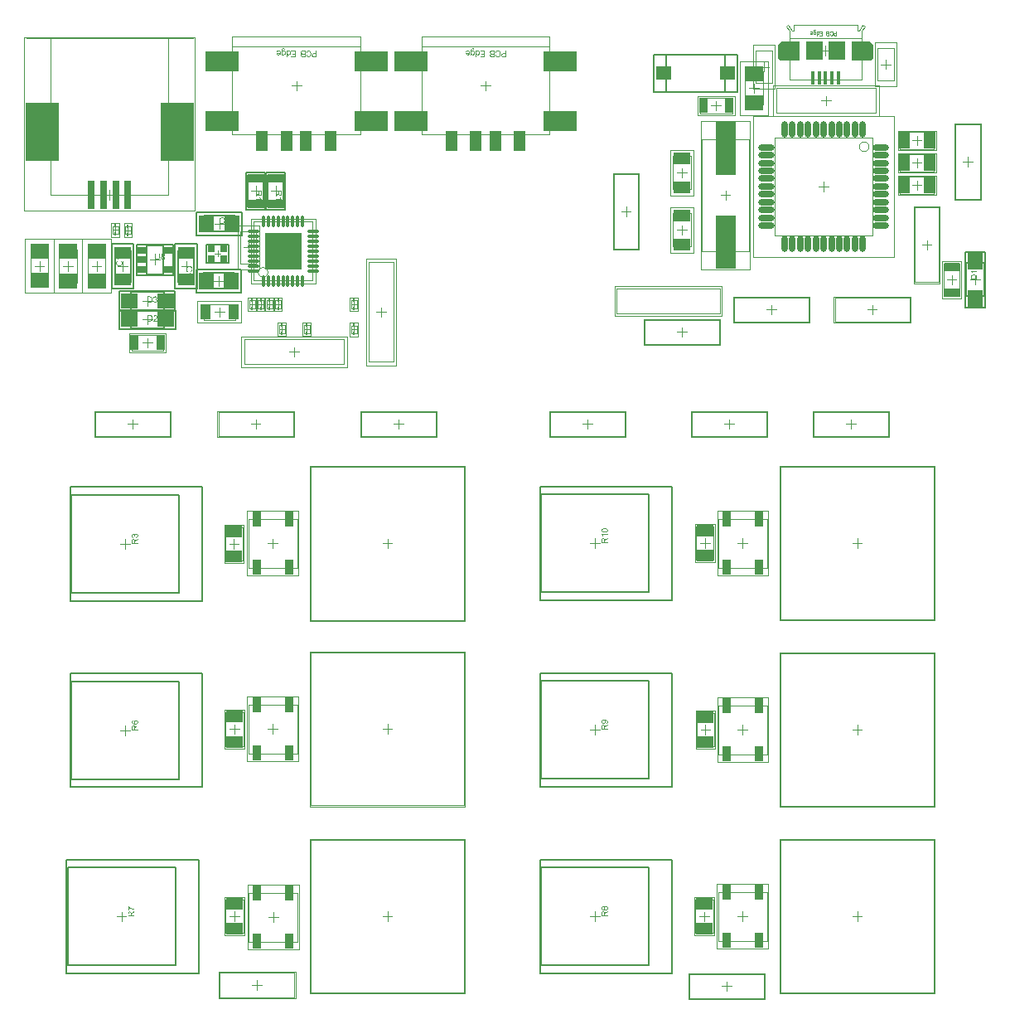
<source format=gtp>
G04*
G04 #@! TF.GenerationSoftware,Altium Limited,Altium Designer,21.0.8 (223)*
G04*
G04 Layer_Color=8421504*
%FSLAX25Y25*%
%MOIN*%
G70*
G04*
G04 #@! TF.SameCoordinates,0C819516-2B0F-4561-8A23-745D184D752D*
G04*
G04*
G04 #@! TF.FilePolarity,Positive*
G04*
G01*
G75*
%ADD13C,0.00500*%
%ADD14C,0.00787*%
%ADD16C,0.00394*%
%ADD17C,0.00300*%
%ADD18C,0.00200*%
%ADD19C,0.00197*%
%ADD20R,0.02953X0.02756*%
%ADD21R,0.05923X0.07111*%
%ADD22R,0.03543X0.05906*%
%ADD23R,0.06693X0.04528*%
%ADD24R,0.02756X0.11811*%
%ADD25R,0.13386X0.23779*%
%ADD26R,0.04921X0.07874*%
%ADD27R,0.13780X0.07874*%
%ADD28O,0.05118X0.01102*%
%ADD29O,0.01102X0.04724*%
%ADD30O,0.01102X0.05118*%
%ADD31R,0.14567X0.14567*%
%ADD32R,0.07087X0.07480*%
%ADD33R,0.01575X0.05315*%
%ADD34R,0.00984X0.01417*%
%ADD35R,0.06890X0.05906*%
%ADD36O,0.06693X0.02362*%
%ADD37O,0.02362X0.06693*%
%ADD38R,0.07087X0.04528*%
%ADD39R,0.07874X0.21654*%
%ADD40R,0.03543X0.06102*%
%ADD41R,0.05906X0.06890*%
%ADD42R,0.06102X0.03543*%
%ADD43R,0.06528X0.03764*%
%ADD44R,0.07480X0.05906*%
%ADD45R,0.05906X0.05512*%
%ADD46R,0.04528X0.06693*%
%ADD47R,0.06922X0.05140*%
%ADD48R,0.04331X0.06496*%
%ADD49R,0.03937X0.02598*%
G36*
X439491Y497968D02*
X440045Y497414D01*
X440344Y496691D01*
Y496299D01*
Y491968D01*
Y491734D01*
X440165Y491299D01*
X439832Y490967D01*
X439398Y490787D01*
X431742D01*
Y498268D01*
X438767D01*
X439491Y497968D01*
D02*
G37*
G36*
X410738Y490787D02*
X403082D01*
X402648Y490967D01*
X402316Y491299D01*
X402136Y491734D01*
Y491968D01*
Y496299D01*
Y496691D01*
X402435Y497414D01*
X402989Y497968D01*
X403713Y498268D01*
X410738D01*
Y490787D01*
D02*
G37*
G36*
X202562Y437052D02*
X202559Y437023D01*
Y436990D01*
X202555Y436914D01*
X202544Y436834D01*
X202533Y436747D01*
X202515Y436667D01*
X202504Y436626D01*
X202493Y436594D01*
Y436590D01*
X202490Y436587D01*
X202479Y436565D01*
X202464Y436532D01*
X202439Y436492D01*
X202406Y436448D01*
X202362Y436401D01*
X202311Y436357D01*
X202253Y436313D01*
X202250D01*
X202246Y436310D01*
X202224Y436295D01*
X202188Y436281D01*
X202140Y436259D01*
X202086Y436241D01*
X202020Y436223D01*
X201951Y436211D01*
X201874Y436208D01*
X201871D01*
X201864D01*
X201849D01*
X201831Y436211D01*
X201805D01*
X201780Y436215D01*
X201718Y436230D01*
X201645Y436252D01*
X201569Y436281D01*
X201492Y436324D01*
X201456Y436353D01*
X201420Y436383D01*
X201416Y436386D01*
X201412Y436390D01*
X201401Y436401D01*
X201390Y436415D01*
X201376Y436434D01*
X201361Y436455D01*
X201343Y436485D01*
X201321Y436514D01*
X201303Y436550D01*
X201285Y436590D01*
X201263Y436634D01*
X201245Y436681D01*
X201230Y436736D01*
X201212Y436790D01*
X201201Y436852D01*
X201190Y436918D01*
X201187Y436910D01*
X201179Y436896D01*
X201165Y436874D01*
X201150Y436845D01*
X201110Y436779D01*
X201085Y436747D01*
X201063Y436718D01*
X201056Y436710D01*
X201037Y436692D01*
X201008Y436663D01*
X200972Y436626D01*
X200921Y436587D01*
X200866Y436539D01*
X200801Y436492D01*
X200728Y436441D01*
X200044Y436008D01*
Y436423D01*
X200568Y436754D01*
X200571D01*
X200579Y436761D01*
X200590Y436768D01*
X200604Y436779D01*
X200644Y436805D01*
X200695Y436838D01*
X200750Y436878D01*
X200808Y436918D01*
X200863Y436958D01*
X200914Y436994D01*
X200917Y436998D01*
X200932Y437009D01*
X200954Y437027D01*
X200979Y437052D01*
X201034Y437107D01*
X201059Y437136D01*
X201081Y437165D01*
X201085Y437169D01*
X201088Y437176D01*
X201096Y437191D01*
X201107Y437213D01*
X201117Y437234D01*
X201128Y437260D01*
X201147Y437318D01*
Y437322D01*
X201150Y437329D01*
Y437344D01*
X201154Y437362D01*
X201157Y437387D01*
Y437416D01*
X201161Y437456D01*
Y437886D01*
X200044D01*
Y438221D01*
X202562D01*
Y437052D01*
D02*
G37*
G36*
X194519D02*
X194515Y437023D01*
Y436990D01*
X194512Y436914D01*
X194501Y436834D01*
X194490Y436747D01*
X194472Y436667D01*
X194461Y436626D01*
X194450Y436594D01*
Y436590D01*
X194446Y436587D01*
X194435Y436565D01*
X194421Y436532D01*
X194395Y436492D01*
X194362Y436448D01*
X194319Y436401D01*
X194268Y436357D01*
X194209Y436313D01*
X194206D01*
X194202Y436310D01*
X194180Y436295D01*
X194144Y436281D01*
X194097Y436259D01*
X194042Y436241D01*
X193976Y436223D01*
X193907Y436211D01*
X193831Y436208D01*
X193827D01*
X193820D01*
X193805D01*
X193787Y436211D01*
X193762D01*
X193736Y436215D01*
X193674Y436230D01*
X193602Y436252D01*
X193525Y436281D01*
X193449Y436324D01*
X193412Y436353D01*
X193376Y436383D01*
X193372Y436386D01*
X193369Y436390D01*
X193358Y436401D01*
X193347Y436415D01*
X193332Y436434D01*
X193318Y436455D01*
X193299Y436485D01*
X193278Y436514D01*
X193259Y436550D01*
X193241Y436590D01*
X193219Y436634D01*
X193201Y436681D01*
X193187Y436736D01*
X193168Y436790D01*
X193157Y436852D01*
X193147Y436918D01*
X193143Y436910D01*
X193136Y436896D01*
X193121Y436874D01*
X193106Y436845D01*
X193067Y436779D01*
X193041Y436747D01*
X193019Y436718D01*
X193012Y436710D01*
X192994Y436692D01*
X192965Y436663D01*
X192928Y436626D01*
X192877Y436587D01*
X192823Y436539D01*
X192757Y436492D01*
X192684Y436441D01*
X192000Y436008D01*
Y436423D01*
X192524Y436754D01*
X192528D01*
X192535Y436761D01*
X192546Y436768D01*
X192561Y436779D01*
X192601Y436805D01*
X192651Y436838D01*
X192706Y436878D01*
X192764Y436918D01*
X192819Y436958D01*
X192870Y436994D01*
X192874Y436998D01*
X192888Y437009D01*
X192910Y437027D01*
X192935Y437052D01*
X192990Y437107D01*
X193016Y437136D01*
X193037Y437165D01*
X193041Y437169D01*
X193045Y437176D01*
X193052Y437191D01*
X193063Y437213D01*
X193074Y437234D01*
X193085Y437260D01*
X193103Y437318D01*
Y437322D01*
X193106Y437329D01*
Y437344D01*
X193110Y437362D01*
X193114Y437387D01*
Y437416D01*
X193117Y437456D01*
Y437886D01*
X192000D01*
Y438221D01*
X194519D01*
Y437052D01*
D02*
G37*
G36*
X201940Y435571D02*
X201947Y435564D01*
X201951Y435549D01*
X201962Y435531D01*
X201973Y435509D01*
X201987Y435484D01*
X202024Y435422D01*
X202064Y435349D01*
X202115Y435276D01*
X202173Y435200D01*
X202235Y435123D01*
X202239Y435119D01*
X202242Y435116D01*
X202253Y435105D01*
X202264Y435090D01*
X202300Y435058D01*
X202344Y435014D01*
X202395Y434970D01*
X202453Y434923D01*
X202512Y434883D01*
X202573Y434847D01*
Y434646D01*
X200044D01*
Y434956D01*
X202013D01*
X202009Y434959D01*
X201995Y434978D01*
X201973Y434999D01*
X201947Y435036D01*
X201915Y435076D01*
X201878Y435127D01*
X201838Y435185D01*
X201798Y435251D01*
Y435254D01*
X201795Y435258D01*
X201780Y435280D01*
X201762Y435316D01*
X201740Y435360D01*
X201714Y435411D01*
X201689Y435465D01*
X201663Y435520D01*
X201642Y435574D01*
X201940D01*
Y435571D01*
D02*
G37*
G36*
X193896D02*
X193904Y435564D01*
X193907Y435549D01*
X193918Y435531D01*
X193929Y435509D01*
X193944Y435484D01*
X193980Y435422D01*
X194020Y435349D01*
X194071Y435276D01*
X194129Y435200D01*
X194191Y435123D01*
X194195Y435119D01*
X194199Y435116D01*
X194209Y435105D01*
X194220Y435090D01*
X194257Y435058D01*
X194300Y435014D01*
X194351Y434970D01*
X194410Y434923D01*
X194468Y434883D01*
X194530Y434847D01*
Y434646D01*
X192000D01*
Y434956D01*
X193969D01*
X193966Y434959D01*
X193951Y434978D01*
X193929Y434999D01*
X193904Y435036D01*
X193871Y435076D01*
X193834Y435127D01*
X193795Y435185D01*
X193754Y435251D01*
Y435254D01*
X193751Y435258D01*
X193736Y435280D01*
X193718Y435316D01*
X193696Y435360D01*
X193671Y435411D01*
X193645Y435465D01*
X193620Y435520D01*
X193598Y435574D01*
X193896D01*
Y435571D01*
D02*
G37*
G36*
X200750Y433540D02*
X200746D01*
X200739Y433536D01*
X200724Y433532D01*
X200706Y433529D01*
X200684Y433525D01*
X200659Y433518D01*
X200604Y433500D01*
X200539Y433474D01*
X200477Y433441D01*
X200419Y433405D01*
X200368Y433361D01*
X200364Y433354D01*
X200349Y433340D01*
X200331Y433311D01*
X200313Y433274D01*
X200291Y433230D01*
X200273Y433176D01*
X200258Y433114D01*
X200255Y433048D01*
Y433027D01*
X200258Y433012D01*
X200262Y432972D01*
X200273Y432921D01*
X200291Y432863D01*
X200317Y432801D01*
X200353Y432739D01*
X200404Y432681D01*
X200411Y432674D01*
X200433Y432655D01*
X200466Y432633D01*
X200510Y432604D01*
X200564Y432575D01*
X200626Y432553D01*
X200699Y432535D01*
X200779Y432528D01*
X200782D01*
X200790D01*
X200801D01*
X200815Y432531D01*
X200855Y432535D01*
X200903Y432546D01*
X200961Y432561D01*
X201019Y432586D01*
X201077Y432622D01*
X201132Y432670D01*
X201139Y432677D01*
X201154Y432695D01*
X201176Y432724D01*
X201201Y432764D01*
X201227Y432815D01*
X201249Y432877D01*
X201263Y432946D01*
X201270Y433023D01*
Y433056D01*
X201267Y433081D01*
X201263Y433114D01*
X201256Y433150D01*
X201249Y433194D01*
X201238Y433241D01*
X201511Y433205D01*
Y433187D01*
X201507Y433172D01*
Y433125D01*
X201514Y433085D01*
X201521Y433038D01*
X201532Y432983D01*
X201551Y432921D01*
X201576Y432863D01*
X201609Y432801D01*
Y432797D01*
X201612Y432794D01*
X201627Y432775D01*
X201653Y432750D01*
X201685Y432721D01*
X201733Y432692D01*
X201787Y432666D01*
X201849Y432648D01*
X201886Y432641D01*
X201925D01*
X201929D01*
X201933D01*
X201955D01*
X201984Y432648D01*
X202024Y432655D01*
X202067Y432670D01*
X202115Y432688D01*
X202162Y432717D01*
X202206Y432757D01*
X202209Y432761D01*
X202224Y432779D01*
X202242Y432804D01*
X202264Y432837D01*
X202282Y432881D01*
X202300Y432932D01*
X202315Y432990D01*
X202319Y433056D01*
Y433085D01*
X202311Y433118D01*
X202304Y433161D01*
X202290Y433209D01*
X202271Y433256D01*
X202242Y433307D01*
X202206Y433354D01*
X202202Y433358D01*
X202184Y433372D01*
X202158Y433394D01*
X202122Y433420D01*
X202075Y433445D01*
X202016Y433471D01*
X201947Y433493D01*
X201867Y433507D01*
X201922Y433816D01*
X201925D01*
X201936Y433813D01*
X201951Y433809D01*
X201973Y433806D01*
X201998Y433798D01*
X202027Y433787D01*
X202097Y433766D01*
X202177Y433729D01*
X202257Y433685D01*
X202333Y433631D01*
X202402Y433562D01*
X202406Y433558D01*
X202410Y433551D01*
X202417Y433540D01*
X202428Y433525D01*
X202442Y433507D01*
X202457Y433482D01*
X202471Y433456D01*
X202490Y433423D01*
X202519Y433351D01*
X202548Y433267D01*
X202566Y433169D01*
X202573Y433118D01*
Y433027D01*
X202570Y432986D01*
X202562Y432939D01*
X202552Y432881D01*
X202533Y432815D01*
X202512Y432750D01*
X202482Y432684D01*
Y432681D01*
X202479Y432677D01*
X202468Y432655D01*
X202446Y432622D01*
X202421Y432586D01*
X202384Y432542D01*
X202344Y432499D01*
X202297Y432455D01*
X202242Y432419D01*
X202235Y432415D01*
X202217Y432404D01*
X202184Y432389D01*
X202144Y432371D01*
X202097Y432353D01*
X202042Y432339D01*
X201980Y432328D01*
X201918Y432324D01*
X201911D01*
X201889D01*
X201860Y432328D01*
X201820Y432335D01*
X201773Y432346D01*
X201722Y432364D01*
X201671Y432386D01*
X201620Y432415D01*
X201612Y432419D01*
X201598Y432430D01*
X201572Y432451D01*
X201543Y432481D01*
X201511Y432517D01*
X201474Y432561D01*
X201441Y432612D01*
X201409Y432674D01*
Y432670D01*
X201405Y432663D01*
X201401Y432652D01*
X201398Y432637D01*
X201383Y432597D01*
X201361Y432546D01*
X201332Y432488D01*
X201296Y432430D01*
X201249Y432375D01*
X201194Y432324D01*
X201187Y432320D01*
X201165Y432306D01*
X201128Y432284D01*
X201081Y432262D01*
X201023Y432240D01*
X200954Y432219D01*
X200874Y432204D01*
X200786Y432200D01*
X200782D01*
X200772D01*
X200753D01*
X200732Y432204D01*
X200703Y432207D01*
X200670Y432215D01*
X200633Y432222D01*
X200593Y432229D01*
X200506Y432259D01*
X200459Y432280D01*
X200415Y432302D01*
X200368Y432331D01*
X200320Y432364D01*
X200273Y432401D01*
X200229Y432444D01*
X200226Y432448D01*
X200218Y432455D01*
X200207Y432470D01*
X200193Y432488D01*
X200175Y432510D01*
X200156Y432539D01*
X200135Y432572D01*
X200116Y432612D01*
X200095Y432652D01*
X200073Y432699D01*
X200055Y432746D01*
X200036Y432801D01*
X200022Y432859D01*
X200011Y432921D01*
X200004Y432983D01*
X200000Y433052D01*
Y433085D01*
X200004Y433107D01*
X200007Y433136D01*
X200011Y433169D01*
X200018Y433205D01*
X200025Y433245D01*
X200047Y433332D01*
X200084Y433423D01*
X200106Y433471D01*
X200131Y433514D01*
X200164Y433558D01*
X200197Y433602D01*
X200200Y433605D01*
X200207Y433613D01*
X200218Y433624D01*
X200233Y433634D01*
X200251Y433653D01*
X200277Y433671D01*
X200302Y433693D01*
X200335Y433714D01*
X200371Y433736D01*
X200408Y433758D01*
X200495Y433798D01*
X200597Y433831D01*
X200652Y433842D01*
X200710Y433849D01*
X200750Y433540D01*
D02*
G37*
G36*
X194519Y432804D02*
Y432553D01*
X192888D01*
Y432211D01*
X192604D01*
Y432553D01*
X192000D01*
Y432863D01*
X192604D01*
Y433958D01*
X192888D01*
X194519Y432804D01*
D02*
G37*
G36*
X178627Y427602D02*
X178659Y427599D01*
X178700Y427595D01*
X178740Y427592D01*
X178787Y427581D01*
X178885Y427559D01*
X178994Y427526D01*
X179049Y427504D01*
X179100Y427479D01*
X179151Y427446D01*
X179202Y427413D01*
X179206Y427410D01*
X179213Y427406D01*
X179227Y427395D01*
X179245Y427377D01*
X179264Y427359D01*
X179289Y427333D01*
X179315Y427304D01*
X179344Y427275D01*
X179373Y427239D01*
X179402Y427195D01*
X179435Y427151D01*
X179464Y427104D01*
X179489Y427049D01*
X179518Y426995D01*
X179540Y426936D01*
X179562Y426871D01*
X179235Y426794D01*
Y426798D01*
X179231Y426805D01*
X179224Y426820D01*
X179216Y426838D01*
X179209Y426860D01*
X179198Y426889D01*
X179169Y426947D01*
X179133Y427013D01*
X179089Y427078D01*
X179034Y427140D01*
X178976Y427195D01*
X178969Y427202D01*
X178947Y427217D01*
X178911Y427235D01*
X178863Y427260D01*
X178801Y427282D01*
X178732Y427304D01*
X178649Y427319D01*
X178558Y427322D01*
X178528D01*
X178510Y427319D01*
X178485D01*
X178456Y427315D01*
X178386Y427304D01*
X178310Y427289D01*
X178230Y427264D01*
X178146Y427228D01*
X178070Y427180D01*
X178066D01*
X178062Y427173D01*
X178037Y427155D01*
X178004Y427126D01*
X177964Y427082D01*
X177917Y427027D01*
X177873Y426966D01*
X177833Y426889D01*
X177797Y426805D01*
Y426802D01*
X177793Y426794D01*
X177789Y426784D01*
X177786Y426765D01*
X177779Y426744D01*
X177771Y426718D01*
X177760Y426656D01*
X177746Y426583D01*
X177731Y426503D01*
X177724Y426416D01*
X177720Y426321D01*
Y426318D01*
Y426307D01*
Y426289D01*
Y426267D01*
X177724Y426241D01*
Y426208D01*
X177728Y426172D01*
X177731Y426132D01*
X177742Y426045D01*
X177760Y425950D01*
X177782Y425855D01*
X177811Y425761D01*
Y425757D01*
X177815Y425750D01*
X177822Y425739D01*
X177830Y425721D01*
X177851Y425677D01*
X177884Y425626D01*
X177924Y425568D01*
X177975Y425506D01*
X178033Y425451D01*
X178103Y425400D01*
X178106D01*
X178113Y425397D01*
X178124Y425389D01*
X178139Y425382D01*
X178157Y425375D01*
X178179Y425364D01*
X178230Y425342D01*
X178296Y425320D01*
X178368Y425302D01*
X178448Y425287D01*
X178532Y425284D01*
X178558D01*
X178579Y425287D01*
X178605D01*
X178630Y425291D01*
X178696Y425306D01*
X178772Y425324D01*
X178849Y425353D01*
X178929Y425393D01*
X178969Y425415D01*
X179005Y425444D01*
X179009Y425448D01*
X179013Y425451D01*
X179024Y425462D01*
X179038Y425473D01*
X179053Y425491D01*
X179071Y425513D01*
X179093Y425535D01*
X179111Y425564D01*
X179133Y425597D01*
X179158Y425633D01*
X179180Y425670D01*
X179202Y425713D01*
X179220Y425761D01*
X179238Y425812D01*
X179256Y425866D01*
X179271Y425924D01*
X179606Y425841D01*
Y425837D01*
X179602Y425823D01*
X179595Y425801D01*
X179584Y425772D01*
X179573Y425739D01*
X179559Y425699D01*
X179540Y425655D01*
X179518Y425608D01*
X179468Y425506D01*
X179402Y425404D01*
X179362Y425353D01*
X179322Y425302D01*
X179278Y425258D01*
X179227Y425215D01*
X179224Y425211D01*
X179216Y425204D01*
X179198Y425197D01*
X179180Y425182D01*
X179151Y425164D01*
X179122Y425146D01*
X179082Y425127D01*
X179042Y425109D01*
X178994Y425087D01*
X178943Y425069D01*
X178889Y425051D01*
X178831Y425033D01*
X178769Y425018D01*
X178703Y425011D01*
X178634Y425004D01*
X178561Y425000D01*
X178521D01*
X178492Y425004D01*
X178459D01*
X178419Y425007D01*
X178375Y425014D01*
X178325Y425022D01*
X178219Y425040D01*
X178110Y425069D01*
X178001Y425109D01*
X177950Y425135D01*
X177899Y425164D01*
X177895Y425167D01*
X177888Y425171D01*
X177873Y425182D01*
X177859Y425197D01*
X177837Y425211D01*
X177811Y425233D01*
X177782Y425258D01*
X177753Y425287D01*
X177724Y425320D01*
X177691Y425353D01*
X177626Y425437D01*
X177564Y425535D01*
X177509Y425644D01*
Y425648D01*
X177502Y425659D01*
X177498Y425677D01*
X177487Y425699D01*
X177480Y425728D01*
X177469Y425764D01*
X177455Y425804D01*
X177444Y425848D01*
X177433Y425895D01*
X177418Y425950D01*
X177400Y426063D01*
X177385Y426190D01*
X177378Y426321D01*
Y426325D01*
Y426339D01*
Y426361D01*
X177382Y426387D01*
Y426423D01*
X177385Y426460D01*
X177389Y426507D01*
X177396Y426554D01*
X177415Y426660D01*
X177440Y426776D01*
X177477Y426893D01*
X177527Y427006D01*
X177531Y427009D01*
X177535Y427020D01*
X177542Y427035D01*
X177557Y427053D01*
X177571Y427078D01*
X177589Y427107D01*
X177637Y427173D01*
X177699Y427246D01*
X177771Y427319D01*
X177855Y427391D01*
X177953Y427453D01*
X177957Y427457D01*
X177968Y427461D01*
X177982Y427468D01*
X178001Y427479D01*
X178030Y427490D01*
X178059Y427501D01*
X178095Y427515D01*
X178135Y427530D01*
X178179Y427544D01*
X178226Y427559D01*
X178328Y427581D01*
X178445Y427599D01*
X178565Y427606D01*
X178601D01*
X178627Y427602D01*
D02*
G37*
G36*
X181055Y425044D02*
X180745D01*
Y427013D01*
X180742Y427009D01*
X180723Y426995D01*
X180701Y426973D01*
X180665Y426947D01*
X180625Y426915D01*
X180574Y426878D01*
X180516Y426838D01*
X180450Y426798D01*
X180447D01*
X180443Y426794D01*
X180421Y426780D01*
X180385Y426762D01*
X180341Y426740D01*
X180290Y426714D01*
X180236Y426689D01*
X180181Y426663D01*
X180126Y426642D01*
Y426940D01*
X180130D01*
X180137Y426947D01*
X180152Y426951D01*
X180170Y426962D01*
X180192Y426973D01*
X180217Y426987D01*
X180279Y427024D01*
X180352Y427064D01*
X180425Y427115D01*
X180501Y427173D01*
X180578Y427235D01*
X180581Y427239D01*
X180585Y427242D01*
X180596Y427253D01*
X180611Y427264D01*
X180643Y427300D01*
X180687Y427344D01*
X180731Y427395D01*
X180778Y427453D01*
X180818Y427512D01*
X180854Y427573D01*
X181055D01*
Y425044D01*
D02*
G37*
G36*
X182722Y427570D02*
X182751Y427566D01*
X182784Y427563D01*
X182820Y427559D01*
X182856Y427548D01*
X182944Y427526D01*
X183031Y427493D01*
X183075Y427471D01*
X183118Y427446D01*
X183159Y427413D01*
X183199Y427381D01*
X183202Y427377D01*
X183206Y427373D01*
X183217Y427362D01*
X183231Y427348D01*
X183246Y427326D01*
X183264Y427304D01*
X183300Y427249D01*
X183337Y427180D01*
X183370Y427100D01*
X183395Y427009D01*
X183399Y426962D01*
X183402Y426911D01*
Y426907D01*
Y426904D01*
Y426882D01*
X183399Y426849D01*
X183391Y426809D01*
X183380Y426758D01*
X183362Y426707D01*
X183341Y426656D01*
X183308Y426605D01*
X183304Y426598D01*
X183290Y426583D01*
X183268Y426561D01*
X183239Y426532D01*
X183199Y426500D01*
X183151Y426467D01*
X183097Y426434D01*
X183031Y426405D01*
X183035D01*
X183042Y426401D01*
X183053Y426398D01*
X183068Y426390D01*
X183111Y426372D01*
X183162Y426347D01*
X183217Y426310D01*
X183275Y426270D01*
X183330Y426219D01*
X183380Y426161D01*
Y426158D01*
X183384Y426154D01*
X183399Y426132D01*
X183421Y426096D01*
X183442Y426048D01*
X183464Y425990D01*
X183486Y425921D01*
X183501Y425844D01*
X183504Y425761D01*
Y425757D01*
Y425746D01*
Y425728D01*
X183501Y425706D01*
X183497Y425681D01*
X183493Y425648D01*
X183486Y425611D01*
X183475Y425571D01*
X183450Y425488D01*
X183431Y425440D01*
X183406Y425397D01*
X183380Y425349D01*
X183351Y425306D01*
X183315Y425262D01*
X183275Y425218D01*
X183271Y425215D01*
X183264Y425207D01*
X183253Y425197D01*
X183235Y425186D01*
X183210Y425167D01*
X183184Y425149D01*
X183151Y425131D01*
X183115Y425109D01*
X183075Y425087D01*
X183028Y425069D01*
X182976Y425051D01*
X182925Y425033D01*
X182867Y425022D01*
X182805Y425011D01*
X182744Y425004D01*
X182674Y425000D01*
X182638D01*
X182613Y425004D01*
X182580Y425007D01*
X182543Y425011D01*
X182503Y425018D01*
X182460Y425029D01*
X182361Y425055D01*
X182310Y425073D01*
X182263Y425091D01*
X182212Y425116D01*
X182161Y425146D01*
X182114Y425178D01*
X182070Y425218D01*
X182067Y425222D01*
X182059Y425229D01*
X182048Y425240D01*
X182034Y425258D01*
X182019Y425280D01*
X181997Y425306D01*
X181979Y425335D01*
X181957Y425371D01*
X181936Y425408D01*
X181917Y425451D01*
X181881Y425542D01*
X181866Y425597D01*
X181855Y425652D01*
X181848Y425710D01*
X181844Y425768D01*
Y425772D01*
Y425779D01*
Y425794D01*
X181848Y425808D01*
Y425830D01*
X181852Y425855D01*
X181859Y425914D01*
X181874Y425979D01*
X181895Y426045D01*
X181928Y426114D01*
X181968Y426179D01*
Y426183D01*
X181975Y426187D01*
X181990Y426205D01*
X182019Y426234D01*
X182059Y426270D01*
X182110Y426307D01*
X182172Y426347D01*
X182241Y426379D01*
X182325Y426405D01*
X182321D01*
X182318Y426409D01*
X182307Y426412D01*
X182292Y426419D01*
X182259Y426434D01*
X182216Y426456D01*
X182168Y426485D01*
X182121Y426521D01*
X182077Y426561D01*
X182037Y426605D01*
X182034Y426613D01*
X182023Y426627D01*
X182008Y426656D01*
X181994Y426693D01*
X181975Y426740D01*
X181961Y426794D01*
X181950Y426856D01*
X181946Y426922D01*
Y426926D01*
Y426933D01*
Y426947D01*
X181950Y426969D01*
X181954Y426991D01*
X181957Y427020D01*
X181972Y427082D01*
X181994Y427155D01*
X182030Y427231D01*
X182052Y427271D01*
X182077Y427311D01*
X182110Y427348D01*
X182143Y427384D01*
X182147Y427388D01*
X182154Y427391D01*
X182165Y427402D01*
X182179Y427413D01*
X182198Y427428D01*
X182223Y427442D01*
X182252Y427461D01*
X182281Y427479D01*
X182318Y427497D01*
X182358Y427515D01*
X182401Y427530D01*
X182449Y427544D01*
X182551Y427566D01*
X182609Y427570D01*
X182667Y427573D01*
X182700D01*
X182722Y427570D01*
D02*
G37*
G36*
X137768Y414119D02*
X137797Y414115D01*
X137830Y414108D01*
X137867Y414101D01*
X137907Y414093D01*
X137994Y414064D01*
X138041Y414042D01*
X138085Y414020D01*
X138132Y413991D01*
X138180Y413959D01*
X138227Y413922D01*
X138271Y413878D01*
X138274Y413875D01*
X138282Y413868D01*
X138293Y413853D01*
X138307Y413835D01*
X138325Y413813D01*
X138344Y413784D01*
X138365Y413751D01*
X138383Y413711D01*
X138405Y413671D01*
X138427Y413624D01*
X138445Y413576D01*
X138464Y413522D01*
X138478Y413464D01*
X138489Y413402D01*
X138496Y413340D01*
X138500Y413271D01*
Y413238D01*
X138496Y413216D01*
X138493Y413187D01*
X138489Y413154D01*
X138482Y413118D01*
X138475Y413078D01*
X138453Y412990D01*
X138416Y412899D01*
X138394Y412852D01*
X138369Y412808D01*
X138336Y412765D01*
X138303Y412721D01*
X138300Y412717D01*
X138293Y412710D01*
X138282Y412699D01*
X138267Y412688D01*
X138249Y412670D01*
X138223Y412652D01*
X138198Y412630D01*
X138165Y412608D01*
X138129Y412586D01*
X138092Y412565D01*
X138005Y412525D01*
X137903Y412492D01*
X137848Y412481D01*
X137790Y412473D01*
X137750Y412783D01*
X137754D01*
X137761Y412786D01*
X137776Y412790D01*
X137794Y412794D01*
X137816Y412797D01*
X137841Y412805D01*
X137896Y412823D01*
X137961Y412848D01*
X138023Y412881D01*
X138081Y412918D01*
X138132Y412961D01*
X138136Y412968D01*
X138151Y412983D01*
X138169Y413012D01*
X138187Y413049D01*
X138209Y413092D01*
X138227Y413147D01*
X138242Y413209D01*
X138245Y413274D01*
Y413296D01*
X138242Y413311D01*
X138238Y413351D01*
X138227Y413402D01*
X138209Y413460D01*
X138183Y413522D01*
X138147Y413584D01*
X138096Y413642D01*
X138089Y413649D01*
X138067Y413667D01*
X138034Y413689D01*
X137990Y413718D01*
X137936Y413748D01*
X137874Y413769D01*
X137801Y413788D01*
X137721Y413795D01*
X137717D01*
X137710D01*
X137699D01*
X137685Y413791D01*
X137645Y413788D01*
X137597Y413777D01*
X137539Y413762D01*
X137481Y413737D01*
X137423Y413700D01*
X137368Y413653D01*
X137361Y413646D01*
X137346Y413627D01*
X137324Y413598D01*
X137299Y413558D01*
X137273Y413507D01*
X137251Y413445D01*
X137237Y413376D01*
X137230Y413300D01*
Y413267D01*
X137233Y413242D01*
X137237Y413209D01*
X137244Y413172D01*
X137251Y413129D01*
X137262Y413081D01*
X136989Y413118D01*
Y413136D01*
X136993Y413151D01*
Y413198D01*
X136986Y413238D01*
X136978Y413285D01*
X136968Y413340D01*
X136949Y413402D01*
X136924Y413460D01*
X136891Y413522D01*
Y413525D01*
X136888Y413529D01*
X136873Y413547D01*
X136847Y413573D01*
X136815Y413602D01*
X136767Y413631D01*
X136713Y413657D01*
X136651Y413675D01*
X136615Y413682D01*
X136574D01*
X136571D01*
X136567D01*
X136545D01*
X136516Y413675D01*
X136476Y413667D01*
X136433Y413653D01*
X136385Y413635D01*
X136338Y413606D01*
X136294Y413565D01*
X136291Y413562D01*
X136276Y413544D01*
X136258Y413518D01*
X136236Y413485D01*
X136218Y413442D01*
X136199Y413391D01*
X136185Y413333D01*
X136181Y413267D01*
Y413238D01*
X136189Y413205D01*
X136196Y413162D01*
X136211Y413114D01*
X136229Y413067D01*
X136258Y413016D01*
X136294Y412968D01*
X136298Y412965D01*
X136316Y412950D01*
X136342Y412928D01*
X136378Y412903D01*
X136425Y412878D01*
X136484Y412852D01*
X136553Y412830D01*
X136633Y412816D01*
X136578Y412506D01*
X136574D01*
X136564Y412510D01*
X136549Y412514D01*
X136527Y412517D01*
X136502Y412525D01*
X136473Y412535D01*
X136403Y412557D01*
X136323Y412594D01*
X136243Y412637D01*
X136167Y412692D01*
X136098Y412761D01*
X136094Y412765D01*
X136090Y412772D01*
X136083Y412783D01*
X136072Y412797D01*
X136058Y412816D01*
X136043Y412841D01*
X136029Y412867D01*
X136010Y412899D01*
X135981Y412972D01*
X135952Y413056D01*
X135934Y413154D01*
X135926Y413205D01*
Y413296D01*
X135930Y413336D01*
X135938Y413383D01*
X135948Y413442D01*
X135967Y413507D01*
X135988Y413573D01*
X136018Y413638D01*
Y413642D01*
X136021Y413646D01*
X136032Y413667D01*
X136054Y413700D01*
X136079Y413737D01*
X136116Y413780D01*
X136156Y413824D01*
X136203Y413868D01*
X136258Y413904D01*
X136265Y413908D01*
X136283Y413919D01*
X136316Y413933D01*
X136356Y413951D01*
X136403Y413970D01*
X136458Y413984D01*
X136520Y413995D01*
X136582Y413999D01*
X136589D01*
X136611D01*
X136640Y413995D01*
X136680Y413988D01*
X136727Y413977D01*
X136778Y413959D01*
X136829Y413937D01*
X136880Y413908D01*
X136888Y413904D01*
X136902Y413893D01*
X136927Y413871D01*
X136957Y413842D01*
X136989Y413806D01*
X137026Y413762D01*
X137059Y413711D01*
X137091Y413649D01*
Y413653D01*
X137095Y413660D01*
X137099Y413671D01*
X137102Y413686D01*
X137117Y413726D01*
X137139Y413777D01*
X137168Y413835D01*
X137204Y413893D01*
X137251Y413948D01*
X137306Y413999D01*
X137313Y414002D01*
X137335Y414017D01*
X137372Y414039D01*
X137419Y414060D01*
X137477Y414082D01*
X137546Y414104D01*
X137626Y414119D01*
X137714Y414122D01*
X137717D01*
X137728D01*
X137747D01*
X137768Y414119D01*
D02*
G37*
G36*
X153480Y411607D02*
Y411603D01*
Y411588D01*
Y411570D01*
Y411545D01*
X153477Y411512D01*
Y411476D01*
X153473Y411432D01*
X153469Y411388D01*
X153458Y411290D01*
X153444Y411188D01*
X153422Y411090D01*
X153407Y411042D01*
X153393Y410999D01*
Y410995D01*
X153389Y410988D01*
X153382Y410977D01*
X153375Y410962D01*
X153353Y410922D01*
X153320Y410871D01*
X153276Y410813D01*
X153225Y410755D01*
X153160Y410693D01*
X153080Y410638D01*
X153076D01*
X153069Y410631D01*
X153058Y410627D01*
X153040Y410616D01*
X153018Y410605D01*
X152989Y410595D01*
X152960Y410584D01*
X152923Y410569D01*
X152883Y410555D01*
X152840Y410544D01*
X152792Y410533D01*
X152738Y410522D01*
X152683Y410514D01*
X152625Y410507D01*
X152494Y410500D01*
X152461D01*
X152435Y410504D01*
X152406D01*
X152370Y410507D01*
X152330Y410511D01*
X152290Y410514D01*
X152199Y410529D01*
X152101Y410551D01*
X152006Y410580D01*
X151915Y410620D01*
X151911D01*
X151904Y410627D01*
X151893Y410635D01*
X151878Y410642D01*
X151839Y410671D01*
X151791Y410711D01*
X151737Y410762D01*
X151686Y410820D01*
X151635Y410893D01*
X151595Y410973D01*
Y410977D01*
X151591Y410984D01*
X151587Y410999D01*
X151580Y411017D01*
X151573Y411039D01*
X151566Y411068D01*
X151555Y411101D01*
X151547Y411141D01*
X151540Y411184D01*
X151529Y411232D01*
X151522Y411282D01*
X151514Y411337D01*
X151507Y411399D01*
X151504Y411465D01*
X151500Y411534D01*
Y411607D01*
Y413062D01*
X151835D01*
Y411607D01*
Y411603D01*
Y411592D01*
Y411574D01*
Y411552D01*
X151839Y411526D01*
Y411494D01*
X151842Y411424D01*
X151849Y411344D01*
X151860Y411264D01*
X151875Y411188D01*
X151882Y411155D01*
X151893Y411122D01*
X151897Y411115D01*
X151904Y411097D01*
X151922Y411071D01*
X151944Y411035D01*
X151970Y410999D01*
X152006Y410959D01*
X152050Y410919D01*
X152101Y410886D01*
X152108Y410882D01*
X152126Y410871D01*
X152159Y410860D01*
X152202Y410846D01*
X152253Y410827D01*
X152319Y410817D01*
X152388Y410806D01*
X152465Y410802D01*
X152501D01*
X152523Y410806D01*
X152556D01*
X152588Y410809D01*
X152668Y410824D01*
X152756Y410842D01*
X152840Y410871D01*
X152920Y410911D01*
X152956Y410937D01*
X152989Y410966D01*
X152992Y410969D01*
X152996Y410973D01*
X153003Y410984D01*
X153014Y410999D01*
X153025Y411021D01*
X153040Y411042D01*
X153054Y411075D01*
X153069Y411108D01*
X153083Y411148D01*
X153094Y411195D01*
X153109Y411250D01*
X153120Y411308D01*
X153131Y411374D01*
X153138Y411443D01*
X153145Y411523D01*
Y411607D01*
Y413062D01*
X153480D01*
Y411607D01*
D02*
G37*
G36*
X138456Y411367D02*
X136487D01*
X136491Y411363D01*
X136505Y411345D01*
X136527Y411323D01*
X136553Y411287D01*
X136585Y411247D01*
X136622Y411196D01*
X136662Y411138D01*
X136702Y411072D01*
Y411068D01*
X136706Y411065D01*
X136720Y411043D01*
X136738Y411007D01*
X136760Y410963D01*
X136786Y410912D01*
X136811Y410857D01*
X136837Y410803D01*
X136858Y410748D01*
X136560D01*
Y410752D01*
X136553Y410759D01*
X136549Y410774D01*
X136538Y410792D01*
X136527Y410814D01*
X136513Y410839D01*
X136476Y410901D01*
X136436Y410974D01*
X136385Y411047D01*
X136327Y411123D01*
X136265Y411200D01*
X136261Y411203D01*
X136258Y411207D01*
X136247Y411218D01*
X136236Y411232D01*
X136199Y411265D01*
X136156Y411309D01*
X136105Y411352D01*
X136047Y411400D01*
X135988Y411440D01*
X135926Y411476D01*
Y411676D01*
X138456D01*
Y411367D01*
D02*
G37*
G36*
X154783Y413070D02*
X154812Y413066D01*
X154845Y413062D01*
X154882Y413059D01*
X154918Y413048D01*
X155005Y413026D01*
X155093Y412993D01*
X155136Y412971D01*
X155180Y412946D01*
X155220Y412913D01*
X155260Y412881D01*
X155264Y412877D01*
X155267Y412873D01*
X155278Y412862D01*
X155293Y412848D01*
X155307Y412826D01*
X155326Y412804D01*
X155362Y412749D01*
X155398Y412680D01*
X155431Y412600D01*
X155457Y412509D01*
X155460Y412462D01*
X155464Y412411D01*
Y412407D01*
Y412404D01*
Y412382D01*
X155460Y412349D01*
X155453Y412309D01*
X155442Y412258D01*
X155424Y412207D01*
X155402Y412156D01*
X155369Y412105D01*
X155366Y412098D01*
X155351Y412083D01*
X155329Y412062D01*
X155300Y412032D01*
X155260Y412000D01*
X155213Y411967D01*
X155158Y411934D01*
X155093Y411905D01*
X155096D01*
X155104Y411901D01*
X155114Y411898D01*
X155129Y411890D01*
X155173Y411872D01*
X155224Y411847D01*
X155278Y411810D01*
X155336Y411770D01*
X155391Y411719D01*
X155442Y411661D01*
Y411657D01*
X155446Y411654D01*
X155460Y411632D01*
X155482Y411596D01*
X155504Y411548D01*
X155526Y411490D01*
X155548Y411421D01*
X155562Y411344D01*
X155566Y411261D01*
Y411257D01*
Y411246D01*
Y411228D01*
X155562Y411206D01*
X155559Y411181D01*
X155555Y411148D01*
X155548Y411111D01*
X155537Y411071D01*
X155511Y410988D01*
X155493Y410940D01*
X155468Y410897D01*
X155442Y410849D01*
X155413Y410806D01*
X155377Y410762D01*
X155336Y410718D01*
X155333Y410715D01*
X155326Y410707D01*
X155315Y410697D01*
X155297Y410686D01*
X155271Y410667D01*
X155245Y410649D01*
X155213Y410631D01*
X155176Y410609D01*
X155136Y410587D01*
X155089Y410569D01*
X155038Y410551D01*
X154987Y410533D01*
X154929Y410522D01*
X154867Y410511D01*
X154805Y410504D01*
X154736Y410500D01*
X154700D01*
X154674Y410504D01*
X154641Y410507D01*
X154605Y410511D01*
X154565Y410518D01*
X154521Y410529D01*
X154423Y410555D01*
X154372Y410573D01*
X154325Y410591D01*
X154274Y410616D01*
X154223Y410646D01*
X154175Y410678D01*
X154132Y410718D01*
X154128Y410722D01*
X154121Y410729D01*
X154110Y410740D01*
X154095Y410758D01*
X154081Y410780D01*
X154059Y410806D01*
X154041Y410835D01*
X154019Y410871D01*
X153997Y410908D01*
X153979Y410951D01*
X153942Y411042D01*
X153928Y411097D01*
X153917Y411152D01*
X153910Y411210D01*
X153906Y411268D01*
Y411272D01*
Y411279D01*
Y411294D01*
X153910Y411308D01*
Y411330D01*
X153913Y411355D01*
X153921Y411414D01*
X153935Y411479D01*
X153957Y411545D01*
X153990Y411614D01*
X154030Y411679D01*
Y411683D01*
X154037Y411687D01*
X154052Y411705D01*
X154081Y411734D01*
X154121Y411770D01*
X154172Y411807D01*
X154234Y411847D01*
X154303Y411879D01*
X154386Y411905D01*
X154383D01*
X154379Y411909D01*
X154368Y411912D01*
X154354Y411919D01*
X154321Y411934D01*
X154277Y411956D01*
X154230Y411985D01*
X154183Y412021D01*
X154139Y412062D01*
X154099Y412105D01*
X154095Y412113D01*
X154084Y412127D01*
X154070Y412156D01*
X154055Y412193D01*
X154037Y412240D01*
X154023Y412294D01*
X154012Y412356D01*
X154008Y412422D01*
Y412426D01*
Y412433D01*
Y412447D01*
X154012Y412469D01*
X154015Y412491D01*
X154019Y412520D01*
X154033Y412582D01*
X154055Y412655D01*
X154092Y412731D01*
X154113Y412771D01*
X154139Y412811D01*
X154172Y412848D01*
X154204Y412884D01*
X154208Y412888D01*
X154215Y412891D01*
X154226Y412902D01*
X154241Y412913D01*
X154259Y412928D01*
X154285Y412942D01*
X154314Y412961D01*
X154343Y412979D01*
X154379Y412997D01*
X154419Y413015D01*
X154463Y413030D01*
X154510Y413044D01*
X154612Y413066D01*
X154670Y413070D01*
X154729Y413073D01*
X154761D01*
X154783Y413070D01*
D02*
G37*
G36*
X137677Y410224D02*
X137699Y410217D01*
X137728Y410206D01*
X137761Y410195D01*
X137801Y410180D01*
X137845Y410162D01*
X137892Y410140D01*
X137994Y410089D01*
X138096Y410024D01*
X138147Y409984D01*
X138198Y409944D01*
X138242Y409900D01*
X138285Y409849D01*
X138289Y409845D01*
X138296Y409838D01*
X138303Y409820D01*
X138318Y409802D01*
X138336Y409773D01*
X138354Y409743D01*
X138373Y409703D01*
X138391Y409663D01*
X138413Y409616D01*
X138431Y409565D01*
X138449Y409511D01*
X138467Y409452D01*
X138482Y409390D01*
X138489Y409325D01*
X138496Y409256D01*
X138500Y409183D01*
Y409143D01*
X138496Y409114D01*
Y409081D01*
X138493Y409041D01*
X138486Y408997D01*
X138478Y408946D01*
X138460Y408841D01*
X138431Y408732D01*
X138391Y408622D01*
X138365Y408571D01*
X138336Y408521D01*
X138333Y408517D01*
X138329Y408509D01*
X138318Y408495D01*
X138303Y408480D01*
X138289Y408459D01*
X138267Y408433D01*
X138242Y408404D01*
X138213Y408375D01*
X138180Y408346D01*
X138147Y408313D01*
X138063Y408248D01*
X137965Y408186D01*
X137856Y408131D01*
X137852D01*
X137841Y408124D01*
X137823Y408120D01*
X137801Y408109D01*
X137772Y408102D01*
X137736Y408091D01*
X137696Y408076D01*
X137652Y408066D01*
X137605Y408055D01*
X137550Y408040D01*
X137437Y408022D01*
X137310Y408007D01*
X137179Y408000D01*
X137175D01*
X137161D01*
X137139D01*
X137113Y408004D01*
X137077D01*
X137040Y408007D01*
X136993Y408011D01*
X136946Y408018D01*
X136840Y408036D01*
X136724Y408062D01*
X136607Y408098D01*
X136494Y408149D01*
X136491Y408153D01*
X136480Y408156D01*
X136465Y408164D01*
X136447Y408178D01*
X136422Y408193D01*
X136392Y408211D01*
X136327Y408258D01*
X136254Y408320D01*
X136181Y408393D01*
X136109Y408477D01*
X136047Y408575D01*
X136043Y408579D01*
X136039Y408590D01*
X136032Y408604D01*
X136021Y408622D01*
X136010Y408651D01*
X135999Y408681D01*
X135985Y408717D01*
X135970Y408757D01*
X135956Y408801D01*
X135941Y408848D01*
X135919Y408950D01*
X135901Y409066D01*
X135894Y409187D01*
Y409223D01*
X135897Y409248D01*
X135901Y409281D01*
X135905Y409321D01*
X135908Y409361D01*
X135919Y409409D01*
X135941Y409507D01*
X135974Y409616D01*
X135996Y409671D01*
X136021Y409722D01*
X136054Y409773D01*
X136087Y409824D01*
X136090Y409827D01*
X136094Y409834D01*
X136105Y409849D01*
X136123Y409867D01*
X136141Y409886D01*
X136167Y409911D01*
X136196Y409936D01*
X136225Y409966D01*
X136261Y409995D01*
X136305Y410024D01*
X136349Y410056D01*
X136396Y410086D01*
X136451Y410111D01*
X136505Y410140D01*
X136564Y410162D01*
X136629Y410184D01*
X136706Y409856D01*
X136702D01*
X136695Y409853D01*
X136680Y409845D01*
X136662Y409838D01*
X136640Y409831D01*
X136611Y409820D01*
X136553Y409791D01*
X136487Y409754D01*
X136422Y409711D01*
X136360Y409656D01*
X136305Y409598D01*
X136298Y409591D01*
X136283Y409569D01*
X136265Y409532D01*
X136240Y409485D01*
X136218Y409423D01*
X136196Y409354D01*
X136181Y409270D01*
X136178Y409179D01*
Y409150D01*
X136181Y409132D01*
Y409106D01*
X136185Y409077D01*
X136196Y409008D01*
X136211Y408932D01*
X136236Y408852D01*
X136272Y408768D01*
X136320Y408692D01*
Y408688D01*
X136327Y408684D01*
X136345Y408659D01*
X136374Y408626D01*
X136418Y408586D01*
X136473Y408539D01*
X136534Y408495D01*
X136611Y408455D01*
X136695Y408419D01*
X136698D01*
X136706Y408415D01*
X136716Y408411D01*
X136735Y408408D01*
X136757Y408400D01*
X136782Y408393D01*
X136844Y408382D01*
X136917Y408368D01*
X136997Y408353D01*
X137084Y408346D01*
X137179Y408342D01*
X137182D01*
X137193D01*
X137212D01*
X137233D01*
X137259Y408346D01*
X137292D01*
X137328Y408349D01*
X137368Y408353D01*
X137455Y408364D01*
X137550Y408382D01*
X137645Y408404D01*
X137739Y408433D01*
X137743D01*
X137750Y408437D01*
X137761Y408444D01*
X137779Y408451D01*
X137823Y408473D01*
X137874Y408506D01*
X137932Y408546D01*
X137994Y408597D01*
X138049Y408655D01*
X138100Y408724D01*
Y408728D01*
X138103Y408735D01*
X138110Y408746D01*
X138118Y408761D01*
X138125Y408779D01*
X138136Y408801D01*
X138158Y408852D01*
X138180Y408917D01*
X138198Y408990D01*
X138213Y409070D01*
X138216Y409154D01*
Y409179D01*
X138213Y409201D01*
Y409227D01*
X138209Y409252D01*
X138194Y409318D01*
X138176Y409394D01*
X138147Y409471D01*
X138107Y409551D01*
X138085Y409591D01*
X138056Y409627D01*
X138052Y409631D01*
X138049Y409634D01*
X138038Y409645D01*
X138027Y409660D01*
X138009Y409674D01*
X137987Y409693D01*
X137965Y409714D01*
X137936Y409733D01*
X137903Y409754D01*
X137867Y409780D01*
X137830Y409802D01*
X137787Y409824D01*
X137739Y409842D01*
X137688Y409860D01*
X137634Y409878D01*
X137575Y409893D01*
X137659Y410228D01*
X137663D01*
X137677Y410224D01*
D02*
G37*
G36*
X165387Y407915D02*
X165423D01*
X165460Y407911D01*
X165507Y407908D01*
X165554Y407901D01*
X165660Y407882D01*
X165776Y407857D01*
X165893Y407821D01*
X166006Y407769D01*
X166009Y407766D01*
X166020Y407762D01*
X166035Y407755D01*
X166053Y407740D01*
X166078Y407726D01*
X166107Y407708D01*
X166173Y407660D01*
X166246Y407598D01*
X166319Y407526D01*
X166391Y407442D01*
X166453Y407344D01*
X166457Y407340D01*
X166461Y407329D01*
X166468Y407315D01*
X166479Y407296D01*
X166490Y407267D01*
X166501Y407238D01*
X166515Y407202D01*
X166530Y407162D01*
X166544Y407118D01*
X166559Y407071D01*
X166581Y406969D01*
X166599Y406852D01*
X166606Y406732D01*
Y406696D01*
X166603Y406670D01*
X166599Y406637D01*
X166595Y406598D01*
X166592Y406557D01*
X166581Y406510D01*
X166559Y406412D01*
X166526Y406303D01*
X166504Y406248D01*
X166479Y406197D01*
X166446Y406146D01*
X166413Y406095D01*
X166410Y406091D01*
X166406Y406084D01*
X166395Y406070D01*
X166377Y406051D01*
X166359Y406033D01*
X166333Y406008D01*
X166304Y405982D01*
X166275Y405953D01*
X166239Y405924D01*
X166195Y405895D01*
X166151Y405862D01*
X166104Y405833D01*
X166049Y405808D01*
X165995Y405779D01*
X165936Y405757D01*
X165871Y405735D01*
X165795Y406062D01*
X165798D01*
X165805Y406066D01*
X165820Y406073D01*
X165838Y406081D01*
X165860Y406088D01*
X165889Y406099D01*
X165947Y406128D01*
X166013Y406164D01*
X166078Y406208D01*
X166140Y406263D01*
X166195Y406321D01*
X166202Y406328D01*
X166217Y406350D01*
X166235Y406386D01*
X166260Y406434D01*
X166282Y406496D01*
X166304Y406565D01*
X166319Y406648D01*
X166322Y406739D01*
Y406769D01*
X166319Y406787D01*
Y406812D01*
X166315Y406841D01*
X166304Y406911D01*
X166289Y406987D01*
X166264Y407067D01*
X166228Y407151D01*
X166180Y407227D01*
Y407231D01*
X166173Y407234D01*
X166155Y407260D01*
X166126Y407293D01*
X166082Y407333D01*
X166027Y407380D01*
X165966Y407424D01*
X165889Y407464D01*
X165805Y407500D01*
X165802D01*
X165795Y407504D01*
X165784Y407508D01*
X165765Y407511D01*
X165744Y407518D01*
X165718Y407526D01*
X165656Y407537D01*
X165583Y407551D01*
X165503Y407566D01*
X165416Y407573D01*
X165321Y407577D01*
X165318D01*
X165307D01*
X165288D01*
X165267D01*
X165241Y407573D01*
X165208D01*
X165172Y407569D01*
X165132Y407566D01*
X165045Y407555D01*
X164950Y407537D01*
X164855Y407515D01*
X164761Y407486D01*
X164757D01*
X164750Y407482D01*
X164739Y407475D01*
X164721Y407467D01*
X164677Y407446D01*
X164626Y407413D01*
X164568Y407373D01*
X164506Y407322D01*
X164451Y407264D01*
X164400Y407194D01*
Y407191D01*
X164397Y407184D01*
X164389Y407173D01*
X164382Y407158D01*
X164375Y407140D01*
X164364Y407118D01*
X164342Y407067D01*
X164320Y407001D01*
X164302Y406929D01*
X164287Y406849D01*
X164284Y406765D01*
Y406739D01*
X164287Y406718D01*
Y406692D01*
X164291Y406667D01*
X164306Y406601D01*
X164324Y406525D01*
X164353Y406448D01*
X164393Y406368D01*
X164415Y406328D01*
X164444Y406292D01*
X164448Y406288D01*
X164451Y406284D01*
X164462Y406274D01*
X164473Y406259D01*
X164491Y406244D01*
X164513Y406226D01*
X164535Y406204D01*
X164564Y406186D01*
X164597Y406164D01*
X164633Y406139D01*
X164670Y406117D01*
X164713Y406095D01*
X164761Y406077D01*
X164812Y406059D01*
X164866Y406040D01*
X164925Y406026D01*
X164841Y405691D01*
X164837D01*
X164823Y405695D01*
X164801Y405702D01*
X164772Y405713D01*
X164739Y405724D01*
X164699Y405738D01*
X164655Y405757D01*
X164608Y405779D01*
X164506Y405829D01*
X164404Y405895D01*
X164353Y405935D01*
X164302Y405975D01*
X164258Y406019D01*
X164215Y406070D01*
X164211Y406073D01*
X164204Y406081D01*
X164197Y406099D01*
X164182Y406117D01*
X164164Y406146D01*
X164146Y406175D01*
X164127Y406215D01*
X164109Y406255D01*
X164087Y406303D01*
X164069Y406354D01*
X164051Y406408D01*
X164033Y406466D01*
X164018Y406528D01*
X164011Y406594D01*
X164004Y406663D01*
X164000Y406736D01*
Y406776D01*
X164004Y406805D01*
Y406838D01*
X164007Y406878D01*
X164014Y406921D01*
X164022Y406972D01*
X164040Y407078D01*
X164069Y407187D01*
X164109Y407296D01*
X164135Y407347D01*
X164164Y407398D01*
X164167Y407402D01*
X164171Y407409D01*
X164182Y407424D01*
X164197Y407438D01*
X164211Y407460D01*
X164233Y407486D01*
X164258Y407515D01*
X164287Y407544D01*
X164320Y407573D01*
X164353Y407606D01*
X164437Y407671D01*
X164535Y407733D01*
X164644Y407788D01*
X164648D01*
X164659Y407795D01*
X164677Y407799D01*
X164699Y407810D01*
X164728Y407817D01*
X164764Y407828D01*
X164804Y407842D01*
X164848Y407853D01*
X164895Y407864D01*
X164950Y407879D01*
X165063Y407897D01*
X165190Y407911D01*
X165321Y407919D01*
X165325D01*
X165340D01*
X165361D01*
X165387Y407915D01*
D02*
G37*
G36*
X482241Y405769D02*
X480272D01*
X480275Y405765D01*
X480290Y405747D01*
X480312Y405725D01*
X480337Y405689D01*
X480370Y405649D01*
X480407Y405598D01*
X480447Y405539D01*
X480487Y405474D01*
Y405470D01*
X480490Y405467D01*
X480505Y405445D01*
X480523Y405408D01*
X480545Y405365D01*
X480570Y405314D01*
X480596Y405259D01*
X480621Y405204D01*
X480643Y405150D01*
X480345D01*
Y405154D01*
X480337Y405161D01*
X480334Y405175D01*
X480323Y405194D01*
X480312Y405215D01*
X480297Y405241D01*
X480261Y405303D01*
X480221Y405376D01*
X480170Y405448D01*
X480112Y405525D01*
X480050Y405601D01*
X480046Y405605D01*
X480043Y405609D01*
X480032Y405619D01*
X480021Y405634D01*
X479984Y405667D01*
X479941Y405711D01*
X479890Y405754D01*
X479831Y405801D01*
X479773Y405841D01*
X479711Y405878D01*
Y406078D01*
X482241D01*
Y405769D01*
D02*
G37*
G36*
X165940Y405167D02*
X165947Y405160D01*
X165951Y405145D01*
X165962Y405127D01*
X165973Y405105D01*
X165987Y405080D01*
X166024Y405018D01*
X166064Y404945D01*
X166115Y404872D01*
X166173Y404796D01*
X166235Y404719D01*
X166239Y404716D01*
X166242Y404712D01*
X166253Y404701D01*
X166264Y404686D01*
X166300Y404654D01*
X166344Y404610D01*
X166395Y404566D01*
X166453Y404519D01*
X166512Y404479D01*
X166573Y404443D01*
Y404242D01*
X164044D01*
Y404552D01*
X166013D01*
X166009Y404555D01*
X165995Y404574D01*
X165973Y404596D01*
X165947Y404632D01*
X165915Y404672D01*
X165878Y404723D01*
X165838Y404781D01*
X165798Y404847D01*
Y404850D01*
X165795Y404854D01*
X165780Y404876D01*
X165762Y404912D01*
X165740Y404956D01*
X165714Y405007D01*
X165689Y405061D01*
X165663Y405116D01*
X165642Y405171D01*
X165940D01*
Y405167D01*
D02*
G37*
G36*
X481044Y404578D02*
X481073D01*
X481142Y404575D01*
X481222Y404564D01*
X481306Y404553D01*
X481393Y404535D01*
X481480Y404513D01*
X481484D01*
X481491Y404509D01*
X481502Y404506D01*
X481517Y404502D01*
X481557Y404487D01*
X481608Y404466D01*
X481666Y404444D01*
X481724Y404415D01*
X481786Y404378D01*
X481844Y404342D01*
X481852Y404338D01*
X481870Y404324D01*
X481895Y404302D01*
X481928Y404273D01*
X481964Y404240D01*
X482001Y404200D01*
X482041Y404160D01*
X482074Y404112D01*
X482077Y404105D01*
X482088Y404091D01*
X482103Y404065D01*
X482121Y404029D01*
X482143Y403985D01*
X482161Y403934D01*
X482183Y403876D01*
X482201Y403810D01*
Y403803D01*
X482205Y403792D01*
X482208Y403781D01*
X482212Y403745D01*
X482219Y403694D01*
X482227Y403636D01*
X482234Y403567D01*
X482237Y403490D01*
X482241Y403406D01*
Y402500D01*
X479722D01*
Y403468D01*
X479726Y403534D01*
X479730Y403607D01*
X479737Y403679D01*
X479748Y403752D01*
X479759Y403814D01*
Y403818D01*
X479762Y403825D01*
Y403836D01*
X479770Y403850D01*
X479780Y403891D01*
X479799Y403941D01*
X479824Y404000D01*
X479857Y404062D01*
X479893Y404123D01*
X479941Y404182D01*
X479944Y404185D01*
X479948Y404189D01*
X479959Y404200D01*
X479970Y404214D01*
X480006Y404251D01*
X480057Y404294D01*
X480119Y404342D01*
X480192Y404393D01*
X480275Y404440D01*
X480370Y404480D01*
X480374D01*
X480381Y404484D01*
X480396Y404491D01*
X480417Y404495D01*
X480443Y404506D01*
X480472Y404513D01*
X480505Y404520D01*
X480545Y404531D01*
X480585Y404542D01*
X480632Y404549D01*
X480734Y404567D01*
X480847Y404578D01*
X480971Y404582D01*
X480974D01*
X480982D01*
X481000D01*
X481018D01*
X481044Y404578D01*
D02*
G37*
G36*
X166562Y402401D02*
Y402149D01*
X164932D01*
Y401807D01*
X164648D01*
Y402149D01*
X164044D01*
Y402459D01*
X164648D01*
Y403554D01*
X164932D01*
X166562Y402401D01*
D02*
G37*
G36*
X151662Y395814D02*
X151709Y395807D01*
X151767Y395796D01*
X151833Y395777D01*
X151898Y395756D01*
X151964Y395726D01*
X151967D01*
X151971Y395723D01*
X151993Y395712D01*
X152025Y395690D01*
X152062Y395665D01*
X152106Y395628D01*
X152149Y395588D01*
X152193Y395541D01*
X152229Y395486D01*
X152233Y395479D01*
X152244Y395461D01*
X152259Y395428D01*
X152277Y395388D01*
X152295Y395341D01*
X152309Y395286D01*
X152320Y395224D01*
X152324Y395162D01*
Y395155D01*
Y395133D01*
X152320Y395104D01*
X152313Y395064D01*
X152302Y395017D01*
X152284Y394966D01*
X152262Y394915D01*
X152233Y394864D01*
X152229Y394857D01*
X152218Y394842D01*
X152197Y394816D01*
X152167Y394787D01*
X152131Y394755D01*
X152087Y394718D01*
X152036Y394685D01*
X151975Y394653D01*
X151978D01*
X151986Y394649D01*
X151996Y394645D01*
X152011Y394642D01*
X152051Y394627D01*
X152102Y394605D01*
X152160Y394576D01*
X152218Y394540D01*
X152273Y394493D01*
X152324Y394438D01*
X152328Y394431D01*
X152342Y394409D01*
X152364Y394372D01*
X152386Y394325D01*
X152408Y394267D01*
X152430Y394198D01*
X152444Y394118D01*
X152448Y394030D01*
Y394027D01*
Y394016D01*
Y393998D01*
X152444Y393976D01*
X152441Y393947D01*
X152433Y393914D01*
X152426Y393877D01*
X152419Y393837D01*
X152390Y393750D01*
X152368Y393703D01*
X152346Y393659D01*
X152317Y393612D01*
X152284Y393564D01*
X152248Y393517D01*
X152204Y393473D01*
X152200Y393470D01*
X152193Y393462D01*
X152178Y393451D01*
X152160Y393437D01*
X152138Y393419D01*
X152109Y393401D01*
X152076Y393379D01*
X152036Y393360D01*
X151996Y393339D01*
X151949Y393317D01*
X151902Y393299D01*
X151847Y393280D01*
X151789Y393266D01*
X151727Y393255D01*
X151665Y393248D01*
X151596Y393244D01*
X151563D01*
X151541Y393248D01*
X151512Y393251D01*
X151479Y393255D01*
X151443Y393262D01*
X151403Y393269D01*
X151316Y393291D01*
X151225Y393328D01*
X151177Y393350D01*
X151134Y393375D01*
X151090Y393408D01*
X151046Y393441D01*
X151043Y393444D01*
X151035Y393451D01*
X151024Y393462D01*
X151014Y393477D01*
X150995Y393495D01*
X150977Y393521D01*
X150955Y393546D01*
X150934Y393579D01*
X150912Y393615D01*
X150890Y393652D01*
X150850Y393739D01*
X150817Y393841D01*
X150806Y393896D01*
X150799Y393954D01*
X151108Y393994D01*
Y393990D01*
X151112Y393983D01*
X151116Y393968D01*
X151119Y393950D01*
X151123Y393928D01*
X151130Y393903D01*
X151148Y393848D01*
X151174Y393783D01*
X151207Y393721D01*
X151243Y393663D01*
X151287Y393612D01*
X151294Y393608D01*
X151308Y393593D01*
X151338Y393575D01*
X151374Y393557D01*
X151418Y393535D01*
X151472Y393517D01*
X151534Y393502D01*
X151600Y393499D01*
X151621D01*
X151636Y393502D01*
X151676Y393506D01*
X151727Y393517D01*
X151785Y393535D01*
X151847Y393561D01*
X151909Y393597D01*
X151967Y393648D01*
X151975Y393655D01*
X151993Y393677D01*
X152015Y393710D01*
X152044Y393754D01*
X152073Y393808D01*
X152095Y393870D01*
X152113Y393943D01*
X152120Y394023D01*
Y394027D01*
Y394034D01*
Y394045D01*
X152117Y394059D01*
X152113Y394099D01*
X152102Y394147D01*
X152087Y394205D01*
X152062Y394263D01*
X152025Y394321D01*
X151978Y394376D01*
X151971Y394383D01*
X151953Y394398D01*
X151924Y394420D01*
X151884Y394445D01*
X151833Y394471D01*
X151771Y394493D01*
X151702Y394507D01*
X151625Y394514D01*
X151592D01*
X151567Y394511D01*
X151534Y394507D01*
X151498Y394500D01*
X151454Y394493D01*
X151407Y394482D01*
X151443Y394755D01*
X151461D01*
X151476Y394751D01*
X151523D01*
X151563Y394758D01*
X151611Y394765D01*
X151665Y394777D01*
X151727Y394795D01*
X151785Y394820D01*
X151847Y394853D01*
X151851D01*
X151854Y394857D01*
X151873Y394871D01*
X151898Y394897D01*
X151927Y394929D01*
X151956Y394977D01*
X151982Y395031D01*
X152000Y395093D01*
X152007Y395129D01*
Y395170D01*
Y395173D01*
Y395177D01*
Y395199D01*
X152000Y395228D01*
X151993Y395268D01*
X151978Y395311D01*
X151960Y395359D01*
X151931Y395406D01*
X151891Y395450D01*
X151887Y395454D01*
X151869Y395468D01*
X151844Y395486D01*
X151811Y395508D01*
X151767Y395526D01*
X151716Y395545D01*
X151658Y395559D01*
X151592Y395563D01*
X151563D01*
X151531Y395555D01*
X151487Y395548D01*
X151439Y395534D01*
X151392Y395515D01*
X151341Y395486D01*
X151294Y395450D01*
X151290Y395446D01*
X151276Y395428D01*
X151254Y395403D01*
X151228Y395366D01*
X151203Y395319D01*
X151177Y395261D01*
X151156Y395191D01*
X151141Y395111D01*
X150832Y395166D01*
Y395170D01*
X150835Y395181D01*
X150839Y395195D01*
X150842Y395217D01*
X150850Y395242D01*
X150861Y395271D01*
X150883Y395341D01*
X150919Y395421D01*
X150963Y395501D01*
X151017Y395577D01*
X151086Y395646D01*
X151090Y395650D01*
X151097Y395654D01*
X151108Y395661D01*
X151123Y395672D01*
X151141Y395687D01*
X151166Y395701D01*
X151192Y395716D01*
X151225Y395734D01*
X151297Y395763D01*
X151381Y395792D01*
X151479Y395810D01*
X151531Y395817D01*
X151621D01*
X151662Y395814D01*
D02*
G37*
G36*
X149416Y395803D02*
X149488Y395799D01*
X149561Y395792D01*
X149634Y395781D01*
X149696Y395770D01*
X149700D01*
X149707Y395766D01*
X149718D01*
X149732Y395759D01*
X149772Y395748D01*
X149823Y395730D01*
X149882Y395705D01*
X149943Y395672D01*
X150005Y395636D01*
X150064Y395588D01*
X150067Y395585D01*
X150071Y395581D01*
X150082Y395570D01*
X150096Y395559D01*
X150133Y395523D01*
X150176Y395472D01*
X150224Y395410D01*
X150275Y395337D01*
X150322Y395253D01*
X150362Y395159D01*
Y395155D01*
X150366Y395148D01*
X150373Y395133D01*
X150377Y395111D01*
X150388Y395086D01*
X150395Y395057D01*
X150402Y395024D01*
X150413Y394984D01*
X150424Y394944D01*
X150431Y394897D01*
X150449Y394795D01*
X150460Y394682D01*
X150464Y394558D01*
Y394554D01*
Y394547D01*
Y394529D01*
Y394511D01*
X150460Y394485D01*
Y394456D01*
X150457Y394387D01*
X150446Y394307D01*
X150435Y394223D01*
X150417Y394136D01*
X150395Y394049D01*
Y394045D01*
X150391Y394038D01*
X150388Y394027D01*
X150384Y394012D01*
X150369Y393972D01*
X150347Y393921D01*
X150326Y393863D01*
X150296Y393805D01*
X150260Y393743D01*
X150224Y393685D01*
X150220Y393677D01*
X150206Y393659D01*
X150184Y393634D01*
X150155Y393601D01*
X150122Y393564D01*
X150082Y393528D01*
X150042Y393488D01*
X149994Y393455D01*
X149987Y393451D01*
X149973Y393441D01*
X149947Y393426D01*
X149911Y393408D01*
X149867Y393386D01*
X149816Y393368D01*
X149758Y393346D01*
X149692Y393328D01*
X149685D01*
X149674Y393324D01*
X149663Y393320D01*
X149627Y393317D01*
X149576Y393309D01*
X149518Y393302D01*
X149448Y393295D01*
X149372Y393291D01*
X149288Y393288D01*
X148382D01*
Y395807D01*
X149350D01*
X149416Y395803D01*
D02*
G37*
G36*
X151809Y388285D02*
X151838Y388281D01*
X151874Y388278D01*
X151914Y388270D01*
X151954Y388263D01*
X152049Y388238D01*
X152144Y388201D01*
X152191Y388179D01*
X152238Y388154D01*
X152282Y388121D01*
X152322Y388085D01*
X152326Y388081D01*
X152333Y388078D01*
X152340Y388063D01*
X152355Y388048D01*
X152373Y388030D01*
X152391Y388005D01*
X152409Y387979D01*
X152431Y387947D01*
X152468Y387877D01*
X152504Y387790D01*
X152519Y387746D01*
X152526Y387695D01*
X152533Y387644D01*
X152537Y387590D01*
Y387582D01*
Y387564D01*
X152533Y387535D01*
X152530Y387495D01*
X152522Y387452D01*
X152508Y387401D01*
X152493Y387346D01*
X152471Y387291D01*
X152468Y387284D01*
X152460Y387266D01*
X152446Y387237D01*
X152424Y387197D01*
X152395Y387153D01*
X152358Y387098D01*
X152315Y387044D01*
X152264Y386982D01*
X152257Y386975D01*
X152238Y386953D01*
X152220Y386935D01*
X152202Y386916D01*
X152180Y386895D01*
X152151Y386865D01*
X152122Y386836D01*
X152085Y386804D01*
X152049Y386767D01*
X152005Y386727D01*
X151958Y386687D01*
X151907Y386640D01*
X151849Y386592D01*
X151791Y386542D01*
X151787Y386538D01*
X151780Y386531D01*
X151765Y386520D01*
X151747Y386505D01*
X151725Y386483D01*
X151700Y386461D01*
X151641Y386414D01*
X151579Y386360D01*
X151521Y386305D01*
X151470Y386258D01*
X151448Y386239D01*
X151430Y386221D01*
X151427Y386217D01*
X151416Y386207D01*
X151401Y386192D01*
X151383Y386170D01*
X151365Y386145D01*
X151343Y386119D01*
X151299Y386057D01*
X152540D01*
Y385759D01*
X150870D01*
Y385763D01*
Y385777D01*
Y385799D01*
X150873Y385828D01*
X150877Y385861D01*
X150884Y385897D01*
X150891Y385934D01*
X150906Y385974D01*
Y385977D01*
X150910Y385981D01*
X150917Y386003D01*
X150932Y386035D01*
X150953Y386079D01*
X150982Y386130D01*
X151019Y386188D01*
X151059Y386247D01*
X151110Y386309D01*
Y386312D01*
X151117Y386316D01*
X151135Y386338D01*
X151168Y386370D01*
X151215Y386418D01*
X151270Y386472D01*
X151339Y386538D01*
X151423Y386611D01*
X151514Y386687D01*
X151518Y386691D01*
X151532Y386702D01*
X151554Y386720D01*
X151579Y386742D01*
X151612Y386771D01*
X151652Y386804D01*
X151692Y386840D01*
X151740Y386880D01*
X151831Y386967D01*
X151922Y387055D01*
X151965Y387098D01*
X152005Y387142D01*
X152042Y387182D01*
X152071Y387222D01*
Y387226D01*
X152078Y387229D01*
X152085Y387240D01*
X152093Y387255D01*
X152118Y387295D01*
X152147Y387342D01*
X152173Y387401D01*
X152198Y387462D01*
X152213Y387532D01*
X152220Y387597D01*
Y387601D01*
Y387604D01*
X152216Y387626D01*
X152213Y387663D01*
X152202Y387703D01*
X152187Y387754D01*
X152162Y387805D01*
X152129Y387856D01*
X152085Y387907D01*
X152078Y387914D01*
X152060Y387928D01*
X152034Y387947D01*
X151994Y387972D01*
X151943Y387994D01*
X151885Y388016D01*
X151816Y388030D01*
X151740Y388034D01*
X151718D01*
X151703Y388030D01*
X151660Y388027D01*
X151609Y388016D01*
X151554Y388001D01*
X151492Y387976D01*
X151434Y387943D01*
X151379Y387899D01*
X151372Y387892D01*
X151357Y387874D01*
X151336Y387845D01*
X151314Y387801D01*
X151288Y387750D01*
X151266Y387684D01*
X151252Y387612D01*
X151245Y387528D01*
X150928Y387561D01*
Y387564D01*
X150932Y387575D01*
Y387593D01*
X150935Y387619D01*
X150942Y387648D01*
X150950Y387681D01*
X150961Y387721D01*
X150972Y387761D01*
X151001Y387848D01*
X151044Y387936D01*
X151070Y387979D01*
X151103Y388023D01*
X151135Y388063D01*
X151172Y388099D01*
X151175Y388103D01*
X151183Y388107D01*
X151194Y388118D01*
X151212Y388128D01*
X151234Y388143D01*
X151259Y388158D01*
X151288Y388176D01*
X151325Y388194D01*
X151365Y388212D01*
X151408Y388230D01*
X151456Y388245D01*
X151507Y388260D01*
X151561Y388270D01*
X151620Y388281D01*
X151681Y388285D01*
X151747Y388289D01*
X151783D01*
X151809Y388285D01*
D02*
G37*
G36*
X149534Y388274D02*
X149607Y388270D01*
X149679Y388263D01*
X149752Y388252D01*
X149814Y388241D01*
X149818D01*
X149825Y388238D01*
X149836D01*
X149850Y388230D01*
X149890Y388219D01*
X149941Y388201D01*
X150000Y388176D01*
X150062Y388143D01*
X150123Y388107D01*
X150182Y388059D01*
X150185Y388056D01*
X150189Y388052D01*
X150200Y388041D01*
X150214Y388030D01*
X150251Y387994D01*
X150294Y387943D01*
X150342Y387881D01*
X150393Y387808D01*
X150440Y387724D01*
X150480Y387630D01*
Y387626D01*
X150484Y387619D01*
X150491Y387604D01*
X150495Y387582D01*
X150506Y387557D01*
X150513Y387528D01*
X150520Y387495D01*
X150531Y387455D01*
X150542Y387415D01*
X150549Y387368D01*
X150567Y387266D01*
X150578Y387153D01*
X150582Y387029D01*
Y387026D01*
Y387018D01*
Y387000D01*
Y386982D01*
X150578Y386956D01*
Y386927D01*
X150575Y386858D01*
X150564Y386778D01*
X150553Y386694D01*
X150535Y386607D01*
X150513Y386520D01*
Y386516D01*
X150509Y386509D01*
X150506Y386498D01*
X150502Y386483D01*
X150487Y386443D01*
X150466Y386392D01*
X150444Y386334D01*
X150415Y386276D01*
X150378Y386214D01*
X150342Y386156D01*
X150338Y386148D01*
X150324Y386130D01*
X150302Y386105D01*
X150273Y386072D01*
X150240Y386035D01*
X150200Y385999D01*
X150160Y385959D01*
X150112Y385926D01*
X150105Y385923D01*
X150091Y385912D01*
X150065Y385897D01*
X150029Y385879D01*
X149985Y385857D01*
X149934Y385839D01*
X149876Y385817D01*
X149810Y385799D01*
X149803D01*
X149792Y385795D01*
X149781Y385792D01*
X149745Y385788D01*
X149694Y385781D01*
X149636Y385773D01*
X149566Y385766D01*
X149490Y385763D01*
X149406Y385759D01*
X148500D01*
Y388278D01*
X149468D01*
X149534Y388274D01*
D02*
G37*
G36*
X332547Y302584D02*
X332591D01*
X332638Y302580D01*
X332689Y302577D01*
X332806Y302566D01*
X332926Y302548D01*
X333042Y302526D01*
X333097Y302511D01*
X333152Y302493D01*
X333155D01*
X333162Y302490D01*
X333177Y302482D01*
X333195Y302475D01*
X333221Y302468D01*
X333246Y302453D01*
X333308Y302424D01*
X333374Y302388D01*
X333446Y302340D01*
X333512Y302286D01*
X333574Y302220D01*
Y302217D01*
X333581Y302213D01*
X333588Y302202D01*
X333596Y302187D01*
X333607Y302169D01*
X333621Y302151D01*
X333647Y302096D01*
X333672Y302031D01*
X333698Y301955D01*
X333712Y301864D01*
X333719Y301765D01*
Y301729D01*
X333716Y301703D01*
X333712Y301674D01*
X333705Y301638D01*
X333698Y301598D01*
X333687Y301554D01*
X333672Y301510D01*
X333658Y301463D01*
X333636Y301416D01*
X333610Y301368D01*
X333581Y301321D01*
X333545Y301274D01*
X333505Y301230D01*
X333461Y301190D01*
X333457Y301186D01*
X333446Y301179D01*
X333428Y301168D01*
X333399Y301150D01*
X333366Y301132D01*
X333323Y301114D01*
X333272Y301088D01*
X333213Y301066D01*
X333148Y301045D01*
X333071Y301023D01*
X332988Y301001D01*
X332893Y300983D01*
X332791Y300964D01*
X332682Y300954D01*
X332562Y300946D01*
X332435Y300942D01*
X332431D01*
X332416D01*
X332391D01*
X332362D01*
X332322Y300946D01*
X332278D01*
X332231Y300950D01*
X332176Y300954D01*
X332063Y300964D01*
X331943Y300983D01*
X331823Y301004D01*
X331768Y301019D01*
X331714Y301034D01*
X331710D01*
X331703Y301037D01*
X331688Y301045D01*
X331670Y301052D01*
X331645Y301059D01*
X331619Y301074D01*
X331557Y301103D01*
X331492Y301139D01*
X331423Y301186D01*
X331353Y301241D01*
X331295Y301307D01*
Y301310D01*
X331288Y301314D01*
X331281Y301325D01*
X331273Y301339D01*
X331259Y301358D01*
X331248Y301379D01*
X331219Y301434D01*
X331193Y301500D01*
X331168Y301576D01*
X331153Y301667D01*
X331146Y301765D01*
Y301798D01*
X331150Y301838D01*
X331157Y301885D01*
X331168Y301940D01*
X331182Y301998D01*
X331201Y302060D01*
X331230Y302118D01*
Y302122D01*
X331233Y302126D01*
X331244Y302144D01*
X331262Y302173D01*
X331288Y302209D01*
X331324Y302249D01*
X331364Y302293D01*
X331412Y302333D01*
X331466Y302373D01*
X331474Y302377D01*
X331492Y302391D01*
X331524Y302406D01*
X331572Y302431D01*
X331626Y302453D01*
X331688Y302482D01*
X331761Y302508D01*
X331841Y302530D01*
X331845D01*
X331852Y302533D01*
X331863Y302537D01*
X331881Y302540D01*
X331903Y302544D01*
X331929Y302548D01*
X331961Y302555D01*
X331998Y302559D01*
X332038Y302566D01*
X332081Y302570D01*
X332132Y302573D01*
X332183Y302580D01*
X332242Y302584D01*
X332300D01*
X332365Y302588D01*
X332435D01*
X332438D01*
X332453D01*
X332478D01*
X332507D01*
X332547Y302584D01*
D02*
G37*
G36*
X143988Y300362D02*
X144017Y300358D01*
X144050Y300351D01*
X144086Y300344D01*
X144126Y300336D01*
X144213Y300307D01*
X144261Y300285D01*
X144305Y300264D01*
X144352Y300234D01*
X144399Y300202D01*
X144447Y300165D01*
X144490Y300121D01*
X144494Y300118D01*
X144501Y300111D01*
X144512Y300096D01*
X144527Y300078D01*
X144545Y300056D01*
X144563Y300027D01*
X144585Y299994D01*
X144603Y299954D01*
X144625Y299914D01*
X144647Y299867D01*
X144665Y299819D01*
X144683Y299765D01*
X144698Y299707D01*
X144709Y299645D01*
X144716Y299583D01*
X144720Y299514D01*
Y299481D01*
X144716Y299459D01*
X144712Y299430D01*
X144709Y299397D01*
X144701Y299361D01*
X144694Y299321D01*
X144672Y299233D01*
X144636Y299142D01*
X144614Y299095D01*
X144588Y299051D01*
X144556Y299008D01*
X144523Y298964D01*
X144519Y298960D01*
X144512Y298953D01*
X144501Y298942D01*
X144486Y298931D01*
X144468Y298913D01*
X144443Y298895D01*
X144417Y298873D01*
X144385Y298851D01*
X144348Y298829D01*
X144312Y298808D01*
X144224Y298767D01*
X144123Y298735D01*
X144068Y298724D01*
X144010Y298716D01*
X143970Y299026D01*
X143973D01*
X143981Y299029D01*
X143995Y299033D01*
X144013Y299037D01*
X144035Y299040D01*
X144061Y299048D01*
X144115Y299066D01*
X144181Y299091D01*
X144243Y299124D01*
X144301Y299161D01*
X144352Y299204D01*
X144355Y299212D01*
X144370Y299226D01*
X144388Y299255D01*
X144406Y299292D01*
X144428Y299335D01*
X144447Y299390D01*
X144461Y299452D01*
X144465Y299517D01*
Y299539D01*
X144461Y299554D01*
X144457Y299594D01*
X144447Y299645D01*
X144428Y299703D01*
X144403Y299765D01*
X144366Y299827D01*
X144315Y299885D01*
X144308Y299892D01*
X144286Y299910D01*
X144254Y299932D01*
X144210Y299961D01*
X144155Y299991D01*
X144093Y300012D01*
X144021Y300030D01*
X143940Y300038D01*
X143937D01*
X143930D01*
X143919D01*
X143904Y300034D01*
X143864Y300030D01*
X143817Y300020D01*
X143758Y300005D01*
X143700Y299980D01*
X143642Y299943D01*
X143587Y299896D01*
X143580Y299888D01*
X143566Y299870D01*
X143544Y299841D01*
X143518Y299801D01*
X143493Y299750D01*
X143471Y299688D01*
X143456Y299619D01*
X143449Y299543D01*
Y299510D01*
X143453Y299484D01*
X143456Y299452D01*
X143464Y299415D01*
X143471Y299372D01*
X143482Y299324D01*
X143209Y299361D01*
Y299379D01*
X143212Y299394D01*
Y299441D01*
X143205Y299481D01*
X143198Y299528D01*
X143187Y299583D01*
X143169Y299645D01*
X143143Y299703D01*
X143111Y299765D01*
Y299768D01*
X143107Y299772D01*
X143092Y299790D01*
X143067Y299816D01*
X143034Y299845D01*
X142987Y299874D01*
X142932Y299900D01*
X142870Y299918D01*
X142834Y299925D01*
X142794D01*
X142790D01*
X142787D01*
X142765D01*
X142736Y299918D01*
X142696Y299910D01*
X142652Y299896D01*
X142605Y299878D01*
X142557Y299849D01*
X142514Y299809D01*
X142510Y299805D01*
X142495Y299787D01*
X142477Y299761D01*
X142455Y299728D01*
X142437Y299685D01*
X142419Y299634D01*
X142404Y299575D01*
X142401Y299510D01*
Y299481D01*
X142408Y299448D01*
X142415Y299404D01*
X142430Y299357D01*
X142448Y299310D01*
X142477Y299259D01*
X142514Y299212D01*
X142517Y299208D01*
X142535Y299193D01*
X142561Y299171D01*
X142597Y299146D01*
X142645Y299120D01*
X142703Y299095D01*
X142772Y299073D01*
X142852Y299059D01*
X142798Y298749D01*
X142794D01*
X142783Y298753D01*
X142768Y298757D01*
X142747Y298760D01*
X142721Y298767D01*
X142692Y298778D01*
X142623Y298800D01*
X142543Y298837D01*
X142463Y298880D01*
X142386Y298935D01*
X142317Y299004D01*
X142313Y299008D01*
X142310Y299015D01*
X142303Y299026D01*
X142292Y299040D01*
X142277Y299059D01*
X142262Y299084D01*
X142248Y299110D01*
X142230Y299142D01*
X142201Y299215D01*
X142172Y299299D01*
X142153Y299397D01*
X142146Y299448D01*
Y299539D01*
X142150Y299579D01*
X142157Y299626D01*
X142168Y299685D01*
X142186Y299750D01*
X142208Y299816D01*
X142237Y299881D01*
Y299885D01*
X142241Y299888D01*
X142252Y299910D01*
X142273Y299943D01*
X142299Y299980D01*
X142335Y300023D01*
X142375Y300067D01*
X142423Y300111D01*
X142477Y300147D01*
X142484Y300151D01*
X142503Y300162D01*
X142535Y300176D01*
X142576Y300194D01*
X142623Y300213D01*
X142677Y300227D01*
X142739Y300238D01*
X142801Y300242D01*
X142808D01*
X142830D01*
X142859Y300238D01*
X142900Y300231D01*
X142947Y300220D01*
X142998Y300202D01*
X143049Y300180D01*
X143100Y300151D01*
X143107Y300147D01*
X143122Y300136D01*
X143147Y300114D01*
X143176Y300085D01*
X143209Y300049D01*
X143245Y300005D01*
X143278Y299954D01*
X143311Y299892D01*
Y299896D01*
X143314Y299903D01*
X143318Y299914D01*
X143322Y299929D01*
X143336Y299969D01*
X143358Y300020D01*
X143387Y300078D01*
X143424Y300136D01*
X143471Y300191D01*
X143526Y300242D01*
X143533Y300245D01*
X143555Y300260D01*
X143591Y300282D01*
X143638Y300304D01*
X143697Y300325D01*
X143766Y300347D01*
X143846Y300362D01*
X143933Y300365D01*
X143937D01*
X143948D01*
X143966D01*
X143988Y300362D01*
D02*
G37*
G36*
X333676Y299840D02*
X331707D01*
X331710Y299836D01*
X331725Y299818D01*
X331747Y299796D01*
X331772Y299760D01*
X331805Y299720D01*
X331841Y299669D01*
X331881Y299610D01*
X331921Y299545D01*
Y299541D01*
X331925Y299537D01*
X331940Y299516D01*
X331958Y299479D01*
X331979Y299436D01*
X332005Y299385D01*
X332031Y299330D01*
X332056Y299275D01*
X332078Y299221D01*
X331779D01*
Y299224D01*
X331772Y299232D01*
X331768Y299246D01*
X331757Y299265D01*
X331747Y299286D01*
X331732Y299312D01*
X331696Y299374D01*
X331656Y299447D01*
X331605Y299519D01*
X331546Y299596D01*
X331485Y299672D01*
X331481Y299676D01*
X331477Y299679D01*
X331466Y299690D01*
X331455Y299705D01*
X331419Y299738D01*
X331375Y299781D01*
X331324Y299825D01*
X331266Y299872D01*
X331208Y299912D01*
X331146Y299949D01*
Y300149D01*
X333676D01*
Y299840D01*
D02*
G37*
G36*
Y298373D02*
X333152Y298042D01*
X333148D01*
X333141Y298034D01*
X333130Y298027D01*
X333115Y298016D01*
X333075Y297990D01*
X333024Y297958D01*
X332970Y297918D01*
X332911Y297878D01*
X332857Y297838D01*
X332806Y297801D01*
X332802Y297798D01*
X332788Y297787D01*
X332766Y297768D01*
X332740Y297743D01*
X332686Y297688D01*
X332660Y297659D01*
X332638Y297630D01*
X332635Y297626D01*
X332631Y297619D01*
X332624Y297605D01*
X332613Y297583D01*
X332602Y297561D01*
X332591Y297535D01*
X332573Y297477D01*
Y297474D01*
X332569Y297466D01*
Y297452D01*
X332566Y297434D01*
X332562Y297408D01*
Y297379D01*
X332558Y297339D01*
Y296909D01*
X333676D01*
Y296574D01*
X331157D01*
Y297743D01*
X331160Y297772D01*
Y297805D01*
X331164Y297881D01*
X331175Y297961D01*
X331186Y298049D01*
X331204Y298129D01*
X331215Y298169D01*
X331226Y298202D01*
Y298205D01*
X331230Y298209D01*
X331241Y298231D01*
X331255Y298264D01*
X331281Y298304D01*
X331313Y298347D01*
X331357Y298394D01*
X331408Y298438D01*
X331466Y298482D01*
X331470D01*
X331474Y298486D01*
X331495Y298500D01*
X331532Y298515D01*
X331579Y298536D01*
X331634Y298555D01*
X331699Y298573D01*
X331768Y298584D01*
X331845Y298587D01*
X331849D01*
X331856D01*
X331870D01*
X331889Y298584D01*
X331914D01*
X331940Y298580D01*
X332001Y298566D01*
X332074Y298544D01*
X332151Y298515D01*
X332227Y298471D01*
X332263Y298442D01*
X332300Y298413D01*
X332304Y298409D01*
X332307Y298406D01*
X332318Y298394D01*
X332329Y298380D01*
X332344Y298362D01*
X332358Y298340D01*
X332376Y298311D01*
X332398Y298282D01*
X332416Y298245D01*
X332435Y298205D01*
X332456Y298162D01*
X332475Y298114D01*
X332489Y298060D01*
X332507Y298005D01*
X332518Y297943D01*
X332529Y297878D01*
X332533Y297885D01*
X332540Y297900D01*
X332555Y297921D01*
X332569Y297951D01*
X332609Y298016D01*
X332635Y298049D01*
X332657Y298078D01*
X332664Y298085D01*
X332682Y298103D01*
X332711Y298132D01*
X332748Y298169D01*
X332799Y298209D01*
X332853Y298256D01*
X332919Y298304D01*
X332991Y298355D01*
X333676Y298788D01*
Y298373D01*
D02*
G37*
G36*
X144676Y298101D02*
X144152Y297770D01*
X144148D01*
X144141Y297763D01*
X144130Y297756D01*
X144115Y297745D01*
X144075Y297719D01*
X144024Y297686D01*
X143970Y297646D01*
X143911Y297606D01*
X143857Y297566D01*
X143806Y297530D01*
X143802Y297526D01*
X143788Y297515D01*
X143766Y297497D01*
X143740Y297472D01*
X143686Y297417D01*
X143660Y297388D01*
X143638Y297359D01*
X143635Y297355D01*
X143631Y297348D01*
X143624Y297333D01*
X143613Y297311D01*
X143602Y297290D01*
X143591Y297264D01*
X143573Y297206D01*
Y297202D01*
X143569Y297195D01*
Y297180D01*
X143566Y297162D01*
X143562Y297137D01*
Y297108D01*
X143558Y297067D01*
Y296638D01*
X144676D01*
Y296303D01*
X142157D01*
Y297472D01*
X142160Y297501D01*
Y297533D01*
X142164Y297610D01*
X142175Y297690D01*
X142186Y297777D01*
X142204Y297857D01*
X142215Y297898D01*
X142226Y297930D01*
Y297934D01*
X142230Y297937D01*
X142241Y297959D01*
X142255Y297992D01*
X142281Y298032D01*
X142313Y298076D01*
X142357Y298123D01*
X142408Y298167D01*
X142466Y298211D01*
X142470D01*
X142474Y298214D01*
X142495Y298229D01*
X142532Y298243D01*
X142579Y298265D01*
X142634Y298283D01*
X142699Y298302D01*
X142768Y298312D01*
X142845Y298316D01*
X142849D01*
X142856D01*
X142870D01*
X142888Y298312D01*
X142914D01*
X142939Y298309D01*
X143001Y298294D01*
X143074Y298272D01*
X143151Y298243D01*
X143227Y298200D01*
X143263Y298170D01*
X143300Y298141D01*
X143304Y298138D01*
X143307Y298134D01*
X143318Y298123D01*
X143329Y298109D01*
X143343Y298090D01*
X143358Y298069D01*
X143376Y298039D01*
X143398Y298010D01*
X143416Y297974D01*
X143435Y297934D01*
X143456Y297890D01*
X143475Y297843D01*
X143489Y297788D01*
X143507Y297734D01*
X143518Y297672D01*
X143529Y297606D01*
X143533Y297614D01*
X143540Y297628D01*
X143555Y297650D01*
X143569Y297679D01*
X143609Y297745D01*
X143635Y297777D01*
X143657Y297807D01*
X143664Y297814D01*
X143682Y297832D01*
X143711Y297861D01*
X143748Y297898D01*
X143798Y297937D01*
X143853Y297985D01*
X143919Y298032D01*
X143991Y298083D01*
X144676Y298516D01*
Y298101D01*
D02*
G37*
G36*
X143922Y225401D02*
X143944D01*
X144002Y225390D01*
X144071Y225379D01*
X144144Y225361D01*
X144224Y225336D01*
X144301Y225299D01*
X144305D01*
X144308Y225296D01*
X144319Y225288D01*
X144334Y225281D01*
X144370Y225259D01*
X144417Y225226D01*
X144468Y225186D01*
X144519Y225139D01*
X144570Y225081D01*
X144614Y225019D01*
Y225015D01*
X144617Y225012D01*
X144625Y225001D01*
X144629Y224986D01*
X144647Y224950D01*
X144665Y224902D01*
X144687Y224840D01*
X144701Y224771D01*
X144716Y224695D01*
X144720Y224611D01*
Y224593D01*
X144716Y224575D01*
Y224546D01*
X144712Y224513D01*
X144705Y224477D01*
X144694Y224433D01*
X144683Y224389D01*
X144668Y224338D01*
X144650Y224287D01*
X144629Y224236D01*
X144599Y224182D01*
X144567Y224131D01*
X144530Y224080D01*
X144486Y224029D01*
X144436Y223981D01*
X144432Y223978D01*
X144421Y223971D01*
X144406Y223960D01*
X144381Y223945D01*
X144348Y223923D01*
X144312Y223905D01*
X144264Y223883D01*
X144213Y223861D01*
X144152Y223836D01*
X144082Y223814D01*
X144006Y223796D01*
X143922Y223778D01*
X143828Y223760D01*
X143726Y223748D01*
X143616Y223741D01*
X143500Y223738D01*
X143496D01*
X143493D01*
X143482D01*
X143467D01*
X143431Y223741D01*
X143380D01*
X143322Y223745D01*
X143253Y223752D01*
X143176Y223760D01*
X143092Y223770D01*
X143009Y223785D01*
X142918Y223803D01*
X142830Y223825D01*
X142743Y223850D01*
X142659Y223883D01*
X142579Y223920D01*
X142503Y223960D01*
X142437Y224007D01*
X142434Y224011D01*
X142426Y224018D01*
X142412Y224032D01*
X142390Y224051D01*
X142368Y224073D01*
X142346Y224102D01*
X142317Y224138D01*
X142292Y224174D01*
X142266Y224218D01*
X142237Y224265D01*
X142215Y224320D01*
X142190Y224375D01*
X142172Y224436D01*
X142157Y224502D01*
X142150Y224571D01*
X142146Y224644D01*
Y224673D01*
X142150Y224695D01*
Y224720D01*
X142153Y224749D01*
X142168Y224819D01*
X142186Y224895D01*
X142215Y224975D01*
X142259Y225055D01*
X142284Y225095D01*
X142313Y225132D01*
X142317Y225135D01*
X142321Y225139D01*
X142332Y225150D01*
X142342Y225161D01*
X142361Y225179D01*
X142383Y225194D01*
X142434Y225234D01*
X142499Y225274D01*
X142579Y225310D01*
X142670Y225343D01*
X142772Y225365D01*
X142798Y225055D01*
X142794D01*
X142790Y225052D01*
X142768Y225048D01*
X142736Y225037D01*
X142696Y225023D01*
X142652Y225008D01*
X142608Y224986D01*
X142568Y224961D01*
X142535Y224935D01*
X142528Y224928D01*
X142514Y224913D01*
X142492Y224888D01*
X142466Y224851D01*
X142445Y224804D01*
X142423Y224753D01*
X142408Y224691D01*
X142401Y224626D01*
Y224600D01*
X142404Y224571D01*
X142412Y224538D01*
X142423Y224495D01*
X142437Y224451D01*
X142455Y224407D01*
X142484Y224364D01*
X142488Y224356D01*
X142503Y224338D01*
X142528Y224313D01*
X142565Y224280D01*
X142608Y224244D01*
X142659Y224203D01*
X142725Y224167D01*
X142798Y224131D01*
X142801D01*
X142808Y224127D01*
X142819Y224124D01*
X142834Y224116D01*
X142856Y224113D01*
X142881Y224105D01*
X142910Y224098D01*
X142947Y224091D01*
X142987Y224080D01*
X143031Y224073D01*
X143078Y224065D01*
X143129Y224062D01*
X143187Y224054D01*
X143245Y224051D01*
X143311Y224047D01*
X143376D01*
X143373Y224051D01*
X143351Y224065D01*
X143322Y224091D01*
X143285Y224124D01*
X143242Y224160D01*
X143202Y224207D01*
X143161Y224258D01*
X143125Y224316D01*
Y224320D01*
X143122Y224324D01*
X143111Y224345D01*
X143100Y224378D01*
X143081Y224422D01*
X143067Y224473D01*
X143056Y224531D01*
X143045Y224593D01*
X143041Y224659D01*
Y224688D01*
X143045Y224710D01*
X143049Y224739D01*
X143052Y224768D01*
X143060Y224804D01*
X143070Y224840D01*
X143096Y224924D01*
X143114Y224968D01*
X143140Y225012D01*
X143165Y225055D01*
X143194Y225103D01*
X143231Y225146D01*
X143271Y225186D01*
X143274Y225190D01*
X143282Y225197D01*
X143293Y225208D01*
X143311Y225219D01*
X143336Y225237D01*
X143362Y225255D01*
X143394Y225274D01*
X143431Y225296D01*
X143471Y225317D01*
X143515Y225336D01*
X143566Y225354D01*
X143616Y225372D01*
X143671Y225383D01*
X143733Y225394D01*
X143795Y225401D01*
X143860Y225405D01*
X143864D01*
X143871D01*
X143882D01*
X143901D01*
X143922Y225401D01*
D02*
G37*
G36*
X332486Y225637D02*
X332533D01*
X332587Y225633D01*
X332642Y225626D01*
X332766Y225615D01*
X332897Y225597D01*
X333021Y225571D01*
X333083Y225553D01*
X333137Y225535D01*
X333141D01*
X333148Y225531D01*
X333162Y225524D01*
X333184Y225517D01*
X333206Y225506D01*
X333235Y225491D01*
X333297Y225455D01*
X333366Y225411D01*
X333439Y225360D01*
X333508Y225295D01*
X333570Y225222D01*
Y225218D01*
X333577Y225211D01*
X333585Y225200D01*
X333592Y225185D01*
X333603Y225164D01*
X333617Y225142D01*
X333632Y225113D01*
X333643Y225083D01*
X333672Y225014D01*
X333698Y224931D01*
X333712Y224840D01*
X333719Y224738D01*
Y224709D01*
X333716Y224690D01*
Y224665D01*
X333712Y224636D01*
X333698Y224567D01*
X333679Y224490D01*
X333650Y224410D01*
X333610Y224330D01*
X333585Y224290D01*
X333556Y224254D01*
X333552Y224250D01*
X333548Y224246D01*
X333538Y224235D01*
X333526Y224224D01*
X333508Y224210D01*
X333487Y224192D01*
X333436Y224155D01*
X333370Y224119D01*
X333290Y224082D01*
X333199Y224053D01*
X333093Y224032D01*
X333068Y224330D01*
X333071D01*
X333079Y224334D01*
X333086D01*
X333101Y224337D01*
X333141Y224348D01*
X333184Y224363D01*
X333235Y224381D01*
X333286Y224407D01*
X333334Y224436D01*
X333374Y224472D01*
X333377Y224476D01*
X333388Y224490D01*
X333403Y224516D01*
X333417Y224545D01*
X333436Y224585D01*
X333450Y224632D01*
X333461Y224687D01*
X333465Y224745D01*
Y224770D01*
X333461Y224796D01*
X333457Y224829D01*
X333450Y224869D01*
X333439Y224909D01*
X333425Y224953D01*
X333403Y224992D01*
X333399Y224996D01*
X333392Y225011D01*
X333377Y225032D01*
X333355Y225054D01*
X333330Y225083D01*
X333301Y225113D01*
X333268Y225142D01*
X333228Y225171D01*
X333224Y225174D01*
X333206Y225182D01*
X333181Y225196D01*
X333148Y225211D01*
X333104Y225229D01*
X333053Y225247D01*
X332995Y225266D01*
X332930Y225284D01*
X332926D01*
X332922Y225287D01*
X332911D01*
X332897Y225291D01*
X332860Y225298D01*
X332813Y225309D01*
X332755Y225317D01*
X332693Y225324D01*
X332624Y225327D01*
X332551Y225331D01*
X332547D01*
X332537D01*
X332518D01*
X332489D01*
X332496Y225327D01*
X332515Y225313D01*
X332540Y225291D01*
X332576Y225266D01*
X332613Y225229D01*
X332653Y225185D01*
X332693Y225134D01*
X332729Y225076D01*
X332733Y225069D01*
X332744Y225047D01*
X332758Y225014D01*
X332773Y224974D01*
X332791Y224920D01*
X332806Y224862D01*
X332817Y224796D01*
X332820Y224727D01*
Y224698D01*
X332817Y224676D01*
X332813Y224647D01*
X332809Y224618D01*
X332802Y224581D01*
X332791Y224545D01*
X332766Y224461D01*
X332748Y224417D01*
X332726Y224374D01*
X332700Y224326D01*
X332667Y224283D01*
X332635Y224239D01*
X332595Y224199D01*
X332591Y224195D01*
X332584Y224188D01*
X332573Y224181D01*
X332555Y224166D01*
X332529Y224148D01*
X332504Y224130D01*
X332471Y224112D01*
X332435Y224093D01*
X332395Y224072D01*
X332351Y224053D01*
X332300Y224035D01*
X332249Y224017D01*
X332191Y224002D01*
X332129Y223995D01*
X332067Y223988D01*
X331998Y223984D01*
X331994D01*
X331979D01*
X331961D01*
X331936Y223988D01*
X331903Y223991D01*
X331863Y223995D01*
X331823Y224002D01*
X331776Y224013D01*
X331681Y224039D01*
X331630Y224057D01*
X331575Y224079D01*
X331524Y224104D01*
X331477Y224137D01*
X331426Y224170D01*
X331383Y224210D01*
X331379Y224214D01*
X331372Y224221D01*
X331361Y224232D01*
X331346Y224250D01*
X331328Y224272D01*
X331306Y224301D01*
X331288Y224330D01*
X331262Y224366D01*
X331241Y224403D01*
X331222Y224447D01*
X331182Y224545D01*
X331168Y224596D01*
X331157Y224654D01*
X331150Y224712D01*
X331146Y224774D01*
Y224800D01*
X331150Y224818D01*
Y224836D01*
X331153Y224862D01*
X331164Y224923D01*
X331179Y224992D01*
X331204Y225069D01*
X331237Y225145D01*
X331281Y225222D01*
Y225225D01*
X331288Y225229D01*
X331295Y225240D01*
X331306Y225255D01*
X331335Y225291D01*
X331375Y225338D01*
X331430Y225386D01*
X331495Y225440D01*
X331572Y225488D01*
X331659Y225531D01*
X331663D01*
X331670Y225535D01*
X331685Y225542D01*
X331703Y225549D01*
X331728Y225557D01*
X331761Y225568D01*
X331798Y225575D01*
X331838Y225586D01*
X331885Y225597D01*
X331940Y225608D01*
X331998Y225615D01*
X332060Y225622D01*
X332129Y225629D01*
X332202Y225637D01*
X332282Y225640D01*
X332365D01*
X332369D01*
X332387D01*
X332413D01*
X332446D01*
X332486Y225637D01*
D02*
G37*
G36*
X333676Y223373D02*
X333152Y223042D01*
X333148D01*
X333141Y223034D01*
X333130Y223027D01*
X333115Y223016D01*
X333075Y222990D01*
X333024Y222958D01*
X332970Y222918D01*
X332911Y222878D01*
X332857Y222838D01*
X332806Y222801D01*
X332802Y222798D01*
X332788Y222787D01*
X332766Y222768D01*
X332740Y222743D01*
X332686Y222688D01*
X332660Y222659D01*
X332638Y222630D01*
X332635Y222626D01*
X332631Y222619D01*
X332624Y222605D01*
X332613Y222583D01*
X332602Y222561D01*
X332591Y222535D01*
X332573Y222477D01*
Y222474D01*
X332569Y222466D01*
Y222452D01*
X332566Y222434D01*
X332562Y222408D01*
Y222379D01*
X332558Y222339D01*
Y221909D01*
X333676D01*
Y221574D01*
X331157D01*
Y222743D01*
X331160Y222772D01*
Y222805D01*
X331164Y222881D01*
X331175Y222961D01*
X331186Y223049D01*
X331204Y223129D01*
X331215Y223169D01*
X331226Y223202D01*
Y223205D01*
X331230Y223209D01*
X331241Y223231D01*
X331255Y223264D01*
X331281Y223304D01*
X331313Y223347D01*
X331357Y223394D01*
X331408Y223438D01*
X331466Y223482D01*
X331470D01*
X331474Y223486D01*
X331495Y223500D01*
X331532Y223515D01*
X331579Y223536D01*
X331634Y223555D01*
X331699Y223573D01*
X331768Y223584D01*
X331845Y223587D01*
X331849D01*
X331856D01*
X331870D01*
X331889Y223584D01*
X331914D01*
X331940Y223580D01*
X332001Y223566D01*
X332074Y223544D01*
X332151Y223515D01*
X332227Y223471D01*
X332263Y223442D01*
X332300Y223413D01*
X332304Y223409D01*
X332307Y223406D01*
X332318Y223394D01*
X332329Y223380D01*
X332344Y223362D01*
X332358Y223340D01*
X332376Y223311D01*
X332398Y223282D01*
X332416Y223245D01*
X332435Y223205D01*
X332456Y223162D01*
X332475Y223114D01*
X332489Y223060D01*
X332507Y223005D01*
X332518Y222943D01*
X332529Y222878D01*
X332533Y222885D01*
X332540Y222900D01*
X332555Y222921D01*
X332569Y222951D01*
X332609Y223016D01*
X332635Y223049D01*
X332657Y223078D01*
X332664Y223085D01*
X332682Y223103D01*
X332711Y223132D01*
X332748Y223169D01*
X332799Y223209D01*
X332853Y223256D01*
X332919Y223304D01*
X332992Y223355D01*
X333676Y223788D01*
Y223373D01*
D02*
G37*
G36*
X144676Y223141D02*
X144152Y222809D01*
X144148D01*
X144141Y222802D01*
X144130Y222795D01*
X144115Y222784D01*
X144075Y222759D01*
X144024Y222726D01*
X143970Y222686D01*
X143911Y222646D01*
X143857Y222606D01*
X143806Y222569D01*
X143802Y222566D01*
X143788Y222555D01*
X143766Y222536D01*
X143740Y222511D01*
X143686Y222456D01*
X143660Y222427D01*
X143638Y222398D01*
X143635Y222394D01*
X143631Y222387D01*
X143624Y222373D01*
X143613Y222351D01*
X143602Y222329D01*
X143591Y222304D01*
X143573Y222245D01*
Y222242D01*
X143569Y222234D01*
Y222220D01*
X143566Y222201D01*
X143562Y222176D01*
Y222147D01*
X143558Y222107D01*
Y221677D01*
X144676D01*
Y221342D01*
X142157D01*
Y222511D01*
X142160Y222540D01*
Y222573D01*
X142164Y222649D01*
X142175Y222729D01*
X142186Y222817D01*
X142204Y222897D01*
X142215Y222937D01*
X142226Y222970D01*
Y222973D01*
X142230Y222977D01*
X142241Y222999D01*
X142255Y223031D01*
X142281Y223072D01*
X142313Y223115D01*
X142357Y223163D01*
X142408Y223206D01*
X142466Y223250D01*
X142470D01*
X142474Y223253D01*
X142495Y223268D01*
X142532Y223283D01*
X142579Y223305D01*
X142634Y223323D01*
X142699Y223341D01*
X142768Y223352D01*
X142845Y223355D01*
X142849D01*
X142856D01*
X142870D01*
X142888Y223352D01*
X142914D01*
X142939Y223348D01*
X143001Y223334D01*
X143074Y223312D01*
X143151Y223283D01*
X143227Y223239D01*
X143263Y223210D01*
X143300Y223181D01*
X143304Y223177D01*
X143307Y223173D01*
X143318Y223163D01*
X143329Y223148D01*
X143343Y223130D01*
X143358Y223108D01*
X143376Y223079D01*
X143398Y223050D01*
X143416Y223013D01*
X143435Y222973D01*
X143456Y222930D01*
X143475Y222882D01*
X143489Y222828D01*
X143507Y222773D01*
X143518Y222711D01*
X143529Y222646D01*
X143533Y222653D01*
X143540Y222668D01*
X143555Y222689D01*
X143569Y222718D01*
X143609Y222784D01*
X143635Y222817D01*
X143657Y222846D01*
X143664Y222853D01*
X143682Y222871D01*
X143711Y222900D01*
X143748Y222937D01*
X143798Y222977D01*
X143853Y223024D01*
X143919Y223072D01*
X143991Y223123D01*
X144676Y223556D01*
Y223141D01*
D02*
G37*
G36*
X333013Y150637D02*
X333039Y150633D01*
X333071Y150629D01*
X333108Y150622D01*
X333148Y150611D01*
X333232Y150586D01*
X333279Y150568D01*
X333323Y150542D01*
X333370Y150517D01*
X333414Y150488D01*
X333457Y150451D01*
X333501Y150411D01*
X333505Y150408D01*
X333512Y150400D01*
X333523Y150389D01*
X333534Y150371D01*
X333552Y150346D01*
X333570Y150320D01*
X333588Y150287D01*
X333610Y150251D01*
X333632Y150211D01*
X333650Y150164D01*
X333668Y150113D01*
X333687Y150062D01*
X333698Y150003D01*
X333709Y149942D01*
X333716Y149880D01*
X333719Y149811D01*
Y149774D01*
X333716Y149749D01*
X333712Y149716D01*
X333709Y149680D01*
X333701Y149639D01*
X333690Y149596D01*
X333665Y149497D01*
X333647Y149446D01*
X333629Y149399D01*
X333603Y149348D01*
X333574Y149297D01*
X333541Y149250D01*
X333501Y149206D01*
X333497Y149203D01*
X333490Y149195D01*
X333479Y149184D01*
X333461Y149170D01*
X333439Y149155D01*
X333414Y149134D01*
X333385Y149115D01*
X333348Y149093D01*
X333312Y149072D01*
X333268Y149053D01*
X333177Y149017D01*
X333122Y149002D01*
X333068Y148992D01*
X333010Y148984D01*
X332951Y148981D01*
X332948D01*
X332941D01*
X332926D01*
X332911Y148984D01*
X332890D01*
X332864Y148988D01*
X332806Y148995D01*
X332740Y149010D01*
X332675Y149032D01*
X332606Y149064D01*
X332540Y149104D01*
X332537D01*
X332533Y149112D01*
X332515Y149126D01*
X332486Y149155D01*
X332449Y149195D01*
X332413Y149246D01*
X332373Y149308D01*
X332340Y149377D01*
X332314Y149461D01*
Y149457D01*
X332311Y149454D01*
X332307Y149443D01*
X332300Y149428D01*
X332285Y149396D01*
X332263Y149352D01*
X332234Y149305D01*
X332198Y149257D01*
X332158Y149214D01*
X332114Y149173D01*
X332107Y149170D01*
X332092Y149159D01*
X332063Y149144D01*
X332027Y149130D01*
X331979Y149112D01*
X331925Y149097D01*
X331863Y149086D01*
X331798Y149083D01*
X331794D01*
X331787D01*
X331772D01*
X331750Y149086D01*
X331728Y149090D01*
X331699Y149093D01*
X331637Y149108D01*
X331565Y149130D01*
X331488Y149166D01*
X331448Y149188D01*
X331408Y149214D01*
X331372Y149246D01*
X331335Y149279D01*
X331332Y149283D01*
X331328Y149290D01*
X331317Y149301D01*
X331306Y149316D01*
X331292Y149334D01*
X331277Y149359D01*
X331259Y149388D01*
X331241Y149417D01*
X331222Y149454D01*
X331204Y149494D01*
X331190Y149538D01*
X331175Y149585D01*
X331153Y149687D01*
X331150Y149745D01*
X331146Y149803D01*
Y149836D01*
X331150Y149858D01*
X331153Y149887D01*
X331157Y149920D01*
X331160Y149956D01*
X331171Y149993D01*
X331193Y150080D01*
X331226Y150167D01*
X331248Y150211D01*
X331273Y150255D01*
X331306Y150295D01*
X331339Y150335D01*
X331343Y150338D01*
X331346Y150342D01*
X331357Y150353D01*
X331372Y150367D01*
X331394Y150382D01*
X331415Y150400D01*
X331470Y150437D01*
X331539Y150473D01*
X331619Y150506D01*
X331710Y150531D01*
X331757Y150535D01*
X331808Y150539D01*
X331812D01*
X331816D01*
X331838D01*
X331870Y150535D01*
X331910Y150528D01*
X331961Y150517D01*
X332012Y150498D01*
X332063Y150477D01*
X332114Y150444D01*
X332121Y150440D01*
X332136Y150426D01*
X332158Y150404D01*
X332187Y150375D01*
X332220Y150335D01*
X332253Y150287D01*
X332285Y150233D01*
X332314Y150167D01*
Y150171D01*
X332318Y150178D01*
X332322Y150189D01*
X332329Y150204D01*
X332347Y150247D01*
X332373Y150298D01*
X332409Y150353D01*
X332449Y150411D01*
X332500Y150466D01*
X332558Y150517D01*
X332562D01*
X332566Y150520D01*
X332587Y150535D01*
X332624Y150557D01*
X332671Y150579D01*
X332729Y150600D01*
X332799Y150622D01*
X332875Y150637D01*
X332959Y150640D01*
X332962D01*
X332973D01*
X332991D01*
X333013Y150637D01*
D02*
G37*
G36*
X140981Y150559D02*
X140988Y150551D01*
X141003Y150537D01*
X141024Y150522D01*
X141050Y150500D01*
X141079Y150471D01*
X141115Y150442D01*
X141159Y150409D01*
X141203Y150377D01*
X141254Y150337D01*
X141312Y150296D01*
X141370Y150257D01*
X141436Y150213D01*
X141505Y150169D01*
X141581Y150126D01*
X141658Y150082D01*
X141662Y150078D01*
X141676Y150071D01*
X141698Y150060D01*
X141731Y150042D01*
X141771Y150023D01*
X141814Y150002D01*
X141865Y149976D01*
X141924Y149951D01*
X141989Y149922D01*
X142055Y149889D01*
X142128Y149860D01*
X142204Y149831D01*
X142360Y149772D01*
X142528Y149718D01*
X142532D01*
X142542Y149714D01*
X142561Y149711D01*
X142582Y149703D01*
X142612Y149696D01*
X142648Y149689D01*
X142688Y149678D01*
X142732Y149671D01*
X142783Y149660D01*
X142837Y149649D01*
X142954Y149630D01*
X143081Y149612D01*
X143219Y149601D01*
Y149285D01*
X143216D01*
X143205D01*
X143190D01*
X143168Y149288D01*
X143139D01*
X143103Y149292D01*
X143063Y149295D01*
X143019Y149299D01*
X142968Y149306D01*
X142917Y149314D01*
X142856Y149325D01*
X142794Y149336D01*
X142728Y149346D01*
X142655Y149361D01*
X142506Y149398D01*
X142502D01*
X142488Y149401D01*
X142466Y149408D01*
X142433Y149419D01*
X142397Y149430D01*
X142353Y149445D01*
X142302Y149459D01*
X142248Y149481D01*
X142186Y149503D01*
X142124Y149525D01*
X141985Y149579D01*
X141840Y149645D01*
X141694Y149718D01*
X141691Y149721D01*
X141676Y149729D01*
X141658Y149740D01*
X141629Y149754D01*
X141596Y149772D01*
X141556Y149798D01*
X141512Y149823D01*
X141465Y149852D01*
X141359Y149922D01*
X141250Y149994D01*
X141137Y150078D01*
X141032Y150165D01*
Y148932D01*
X140733D01*
Y150562D01*
X140977D01*
X140981Y150559D01*
D02*
G37*
G36*
X333676Y148373D02*
X333152Y148041D01*
X333148D01*
X333141Y148034D01*
X333130Y148027D01*
X333115Y148016D01*
X333075Y147991D01*
X333024Y147958D01*
X332970Y147918D01*
X332911Y147878D01*
X332857Y147838D01*
X332806Y147801D01*
X332802Y147798D01*
X332788Y147787D01*
X332766Y147768D01*
X332740Y147743D01*
X332686Y147688D01*
X332660Y147659D01*
X332638Y147630D01*
X332635Y147626D01*
X332631Y147619D01*
X332624Y147605D01*
X332613Y147583D01*
X332602Y147561D01*
X332591Y147536D01*
X332573Y147477D01*
Y147474D01*
X332569Y147466D01*
Y147452D01*
X332566Y147434D01*
X332562Y147408D01*
Y147379D01*
X332558Y147339D01*
Y146909D01*
X333676D01*
Y146575D01*
X331157D01*
Y147743D01*
X331160Y147772D01*
Y147805D01*
X331164Y147881D01*
X331175Y147961D01*
X331186Y148049D01*
X331204Y148129D01*
X331215Y148169D01*
X331226Y148202D01*
Y148205D01*
X331230Y148209D01*
X331241Y148231D01*
X331255Y148264D01*
X331281Y148304D01*
X331313Y148347D01*
X331357Y148395D01*
X331408Y148438D01*
X331466Y148482D01*
X331470D01*
X331474Y148486D01*
X331495Y148500D01*
X331532Y148515D01*
X331579Y148537D01*
X331634Y148555D01*
X331699Y148573D01*
X331768Y148584D01*
X331845Y148588D01*
X331849D01*
X331856D01*
X331870D01*
X331889Y148584D01*
X331914D01*
X331940Y148580D01*
X332001Y148566D01*
X332074Y148544D01*
X332151Y148515D01*
X332227Y148471D01*
X332263Y148442D01*
X332300Y148413D01*
X332304Y148409D01*
X332307Y148406D01*
X332318Y148395D01*
X332329Y148380D01*
X332344Y148362D01*
X332358Y148340D01*
X332376Y148311D01*
X332398Y148282D01*
X332416Y148245D01*
X332435Y148205D01*
X332456Y148162D01*
X332475Y148114D01*
X332489Y148060D01*
X332507Y148005D01*
X332518Y147943D01*
X332529Y147878D01*
X332533Y147885D01*
X332540Y147899D01*
X332555Y147921D01*
X332569Y147950D01*
X332609Y148016D01*
X332635Y148049D01*
X332657Y148078D01*
X332664Y148085D01*
X332682Y148103D01*
X332711Y148133D01*
X332748Y148169D01*
X332799Y148209D01*
X332853Y148256D01*
X332919Y148304D01*
X332991Y148354D01*
X333676Y148788D01*
Y148373D01*
D02*
G37*
G36*
X143219Y148298D02*
X142695Y147967D01*
X142692D01*
X142684Y147960D01*
X142674Y147952D01*
X142659Y147942D01*
X142619Y147916D01*
X142568Y147883D01*
X142513Y147843D01*
X142455Y147803D01*
X142401Y147763D01*
X142350Y147727D01*
X142346Y147723D01*
X142331Y147712D01*
X142309Y147694D01*
X142284Y147669D01*
X142229Y147614D01*
X142204Y147585D01*
X142182Y147556D01*
X142178Y147552D01*
X142175Y147545D01*
X142167Y147530D01*
X142157Y147508D01*
X142146Y147486D01*
X142135Y147461D01*
X142116Y147403D01*
Y147399D01*
X142113Y147392D01*
Y147377D01*
X142109Y147359D01*
X142106Y147334D01*
Y147304D01*
X142102Y147264D01*
Y146835D01*
X143219D01*
Y146500D01*
X140701D01*
Y147669D01*
X140704Y147698D01*
Y147730D01*
X140708Y147807D01*
X140719Y147887D01*
X140730Y147974D01*
X140748Y148054D01*
X140759Y148094D01*
X140770Y148127D01*
Y148131D01*
X140773Y148134D01*
X140784Y148156D01*
X140799Y148189D01*
X140824Y148229D01*
X140857Y148273D01*
X140901Y148320D01*
X140952Y148364D01*
X141010Y148407D01*
X141014D01*
X141017Y148411D01*
X141039Y148426D01*
X141076Y148440D01*
X141123Y148462D01*
X141177Y148480D01*
X141243Y148498D01*
X141312Y148509D01*
X141388Y148513D01*
X141392D01*
X141400D01*
X141414D01*
X141432Y148509D01*
X141458D01*
X141483Y148506D01*
X141545Y148491D01*
X141618Y148469D01*
X141694Y148440D01*
X141771Y148397D01*
X141807Y148367D01*
X141843Y148338D01*
X141847Y148335D01*
X141851Y148331D01*
X141862Y148320D01*
X141873Y148305D01*
X141887Y148287D01*
X141902Y148265D01*
X141920Y148236D01*
X141942Y148207D01*
X141960Y148171D01*
X141978Y148131D01*
X142000Y148087D01*
X142018Y148040D01*
X142033Y147985D01*
X142051Y147931D01*
X142062Y147869D01*
X142073Y147803D01*
X142077Y147810D01*
X142084Y147825D01*
X142098Y147847D01*
X142113Y147876D01*
X142153Y147942D01*
X142178Y147974D01*
X142200Y148003D01*
X142208Y148011D01*
X142226Y148029D01*
X142255Y148058D01*
X142291Y148094D01*
X142342Y148134D01*
X142397Y148182D01*
X142462Y148229D01*
X142535Y148280D01*
X143219Y148713D01*
Y148298D01*
D02*
G37*
%LPC*%
G36*
X202282Y437886D02*
X201449D01*
Y437136D01*
X201452Y437092D01*
X201456Y437042D01*
X201460Y436983D01*
X201467Y436925D01*
X201478Y436867D01*
X201492Y436816D01*
X201496Y436808D01*
X201503Y436794D01*
X201514Y436772D01*
X201529Y436743D01*
X201551Y436710D01*
X201576Y436678D01*
X201609Y436645D01*
X201645Y436619D01*
X201649Y436616D01*
X201663Y436608D01*
X201685Y436597D01*
X201714Y436583D01*
X201747Y436572D01*
X201783Y436561D01*
X201827Y436554D01*
X201871Y436550D01*
X201874D01*
X201878D01*
X201900Y436554D01*
X201933Y436557D01*
X201976Y436565D01*
X202020Y436583D01*
X202071Y436605D01*
X202118Y436637D01*
X202166Y436681D01*
X202169Y436688D01*
X202184Y436707D01*
X202202Y436736D01*
X202224Y436783D01*
X202246Y436838D01*
X202264Y436910D01*
X202279Y436994D01*
X202282Y437092D01*
Y437886D01*
D02*
G37*
G36*
X194239D02*
X193405D01*
Y437136D01*
X193409Y437092D01*
X193412Y437042D01*
X193416Y436983D01*
X193423Y436925D01*
X193434Y436867D01*
X193449Y436816D01*
X193452Y436808D01*
X193460Y436794D01*
X193471Y436772D01*
X193485Y436743D01*
X193507Y436710D01*
X193532Y436678D01*
X193565Y436645D01*
X193602Y436619D01*
X193605Y436616D01*
X193620Y436608D01*
X193642Y436597D01*
X193671Y436583D01*
X193703Y436572D01*
X193740Y436561D01*
X193783Y436554D01*
X193827Y436550D01*
X193831D01*
X193834D01*
X193856Y436554D01*
X193889Y436557D01*
X193933Y436565D01*
X193976Y436583D01*
X194027Y436605D01*
X194075Y436637D01*
X194122Y436681D01*
X194126Y436688D01*
X194140Y436707D01*
X194158Y436736D01*
X194180Y436783D01*
X194202Y436838D01*
X194220Y436910D01*
X194235Y436994D01*
X194239Y437092D01*
Y437886D01*
D02*
G37*
G36*
X192888Y433656D02*
Y432863D01*
X194017D01*
X192888Y433656D01*
D02*
G37*
G36*
X182674Y427319D02*
X182645D01*
X182613Y427311D01*
X182569Y427304D01*
X182521Y427289D01*
X182471Y427271D01*
X182423Y427242D01*
X182376Y427202D01*
X182372Y427199D01*
X182358Y427184D01*
X182340Y427158D01*
X182321Y427126D01*
X182299Y427086D01*
X182281Y427038D01*
X182267Y426987D01*
X182263Y426929D01*
Y426926D01*
Y426922D01*
X182267Y426900D01*
X182270Y426867D01*
X182278Y426827D01*
X182292Y426780D01*
X182310Y426733D01*
X182340Y426682D01*
X182376Y426638D01*
X182379Y426634D01*
X182398Y426620D01*
X182423Y426602D01*
X182456Y426583D01*
X182500Y426561D01*
X182551Y426543D01*
X182609Y426529D01*
X182674Y426525D01*
X182682D01*
X182703Y426529D01*
X182736Y426532D01*
X182780Y426540D01*
X182827Y426554D01*
X182875Y426572D01*
X182925Y426602D01*
X182969Y426638D01*
X182973Y426642D01*
X182987Y426660D01*
X183006Y426682D01*
X183028Y426714D01*
X183049Y426754D01*
X183068Y426802D01*
X183082Y426856D01*
X183086Y426915D01*
Y426918D01*
Y426922D01*
Y426944D01*
X183078Y426976D01*
X183071Y427016D01*
X183057Y427060D01*
X183035Y427107D01*
X183006Y427155D01*
X182966Y427202D01*
X182962Y427206D01*
X182944Y427220D01*
X182918Y427239D01*
X182886Y427260D01*
X182842Y427282D01*
X182794Y427300D01*
X182736Y427315D01*
X182674Y427319D01*
D02*
G37*
G36*
X182664Y426274D02*
X182642D01*
X182627Y426270D01*
X182587Y426267D01*
X182536Y426256D01*
X182478Y426238D01*
X182420Y426212D01*
X182358Y426176D01*
X182303Y426128D01*
X182296Y426121D01*
X182281Y426103D01*
X182259Y426070D01*
X182234Y426030D01*
X182205Y425976D01*
X182183Y425914D01*
X182168Y425844D01*
X182161Y425768D01*
Y425761D01*
Y425746D01*
X182165Y425721D01*
X182168Y425688D01*
X182176Y425648D01*
X182187Y425604D01*
X182201Y425561D01*
X182219Y425513D01*
X182223Y425510D01*
X182230Y425491D01*
X182245Y425469D01*
X182267Y425444D01*
X182292Y425411D01*
X182325Y425379D01*
X182361Y425349D01*
X182405Y425320D01*
X182412Y425317D01*
X182427Y425309D01*
X182452Y425298D01*
X182485Y425287D01*
X182525Y425277D01*
X182572Y425266D01*
X182623Y425258D01*
X182674Y425255D01*
X182696D01*
X182711Y425258D01*
X182755Y425262D01*
X182805Y425273D01*
X182864Y425291D01*
X182925Y425313D01*
X182984Y425349D01*
X183042Y425397D01*
X183049Y425404D01*
X183064Y425422D01*
X183089Y425455D01*
X183115Y425495D01*
X183140Y425546D01*
X183166Y425608D01*
X183180Y425681D01*
X183188Y425757D01*
Y425761D01*
Y425768D01*
Y425779D01*
X183184Y425794D01*
X183180Y425834D01*
X183169Y425888D01*
X183151Y425943D01*
X183126Y426005D01*
X183089Y426066D01*
X183038Y426125D01*
X183031Y426132D01*
X183013Y426147D01*
X182980Y426172D01*
X182937Y426201D01*
X182882Y426227D01*
X182816Y426252D01*
X182744Y426267D01*
X182664Y426274D01*
D02*
G37*
G36*
X154736Y412819D02*
X154707D01*
X154674Y412811D01*
X154630Y412804D01*
X154583Y412789D01*
X154532Y412771D01*
X154485Y412742D01*
X154437Y412702D01*
X154434Y412699D01*
X154419Y412684D01*
X154401Y412659D01*
X154383Y412626D01*
X154361Y412586D01*
X154343Y412538D01*
X154328Y412487D01*
X154325Y412429D01*
Y412426D01*
Y412422D01*
X154328Y412400D01*
X154332Y412367D01*
X154339Y412327D01*
X154354Y412280D01*
X154372Y412233D01*
X154401Y412182D01*
X154437Y412138D01*
X154441Y412134D01*
X154459Y412120D01*
X154485Y412102D01*
X154517Y412083D01*
X154561Y412062D01*
X154612Y412043D01*
X154670Y412029D01*
X154736Y412025D01*
X154743D01*
X154765Y412029D01*
X154798Y412032D01*
X154841Y412040D01*
X154889Y412054D01*
X154936Y412072D01*
X154987Y412102D01*
X155031Y412138D01*
X155034Y412142D01*
X155049Y412160D01*
X155067Y412182D01*
X155089Y412214D01*
X155111Y412254D01*
X155129Y412302D01*
X155144Y412356D01*
X155147Y412415D01*
Y412418D01*
Y412422D01*
Y412444D01*
X155140Y412476D01*
X155133Y412516D01*
X155118Y412560D01*
X155096Y412607D01*
X155067Y412655D01*
X155027Y412702D01*
X155024Y412706D01*
X155005Y412720D01*
X154980Y412739D01*
X154947Y412760D01*
X154903Y412782D01*
X154856Y412800D01*
X154798Y412815D01*
X154736Y412819D01*
D02*
G37*
G36*
X154725Y411774D02*
X154703D01*
X154689Y411770D01*
X154649Y411767D01*
X154598Y411756D01*
X154539Y411738D01*
X154481Y411712D01*
X154419Y411676D01*
X154365Y411628D01*
X154357Y411621D01*
X154343Y411603D01*
X154321Y411570D01*
X154296Y411530D01*
X154266Y411476D01*
X154244Y411414D01*
X154230Y411344D01*
X154223Y411268D01*
Y411261D01*
Y411246D01*
X154226Y411221D01*
X154230Y411188D01*
X154237Y411148D01*
X154248Y411104D01*
X154263Y411060D01*
X154281Y411013D01*
X154285Y411010D01*
X154292Y410991D01*
X154306Y410969D01*
X154328Y410944D01*
X154354Y410911D01*
X154386Y410879D01*
X154423Y410849D01*
X154467Y410820D01*
X154474Y410817D01*
X154488Y410809D01*
X154514Y410798D01*
X154547Y410787D01*
X154587Y410777D01*
X154634Y410766D01*
X154685Y410758D01*
X154736Y410755D01*
X154758D01*
X154772Y410758D01*
X154816Y410762D01*
X154867Y410773D01*
X154925Y410791D01*
X154987Y410813D01*
X155045Y410849D01*
X155104Y410897D01*
X155111Y410904D01*
X155125Y410922D01*
X155151Y410955D01*
X155176Y410995D01*
X155202Y411046D01*
X155227Y411108D01*
X155242Y411181D01*
X155249Y411257D01*
Y411261D01*
Y411268D01*
Y411279D01*
X155245Y411294D01*
X155242Y411334D01*
X155231Y411388D01*
X155213Y411443D01*
X155187Y411505D01*
X155151Y411566D01*
X155100Y411625D01*
X155093Y411632D01*
X155074Y411647D01*
X155042Y411672D01*
X154998Y411701D01*
X154943Y411727D01*
X154878Y411752D01*
X154805Y411767D01*
X154725Y411774D01*
D02*
G37*
G36*
X480964Y404240D02*
X480960D01*
X480945D01*
X480927D01*
X480898Y404236D01*
X480865D01*
X480829Y404233D01*
X480785Y404229D01*
X480741Y404225D01*
X480643Y404207D01*
X480541Y404185D01*
X480447Y404153D01*
X480399Y404131D01*
X480359Y404109D01*
X480356D01*
X480348Y404102D01*
X480337Y404094D01*
X480323Y404087D01*
X480286Y404058D01*
X480243Y404022D01*
X480195Y403974D01*
X480148Y403920D01*
X480108Y403858D01*
X480075Y403792D01*
X480072Y403785D01*
X480068Y403767D01*
X480057Y403734D01*
X480046Y403687D01*
X480039Y403628D01*
X480028Y403556D01*
X480024Y403512D01*
Y403465D01*
X480021Y403417D01*
Y402835D01*
X481943D01*
Y403432D01*
X481939Y403457D01*
X481935Y403512D01*
X481932Y403574D01*
X481924Y403639D01*
X481914Y403705D01*
X481899Y403759D01*
X481895Y403767D01*
X481892Y403785D01*
X481881Y403810D01*
X481866Y403843D01*
X481844Y403880D01*
X481822Y403916D01*
X481797Y403952D01*
X481768Y403989D01*
X481761Y403992D01*
X481746Y404007D01*
X481721Y404029D01*
X481684Y404054D01*
X481637Y404083D01*
X481582Y404116D01*
X481520Y404145D01*
X481451Y404171D01*
X481448D01*
X481440Y404174D01*
X481429Y404178D01*
X481415Y404182D01*
X481397Y404185D01*
X481371Y404193D01*
X481346Y404200D01*
X481317Y404207D01*
X481244Y404218D01*
X481160Y404229D01*
X481065Y404236D01*
X480964Y404240D01*
D02*
G37*
G36*
X164932Y403252D02*
Y402459D01*
X166060D01*
X164932Y403252D01*
D02*
G37*
G36*
X149299Y395508D02*
X148717D01*
Y393586D01*
X149314D01*
X149339Y393590D01*
X149394Y393593D01*
X149456Y393597D01*
X149521Y393604D01*
X149587Y393615D01*
X149641Y393630D01*
X149649Y393634D01*
X149667Y393637D01*
X149692Y393648D01*
X149725Y393663D01*
X149761Y393685D01*
X149798Y393706D01*
X149834Y393732D01*
X149871Y393761D01*
X149874Y393768D01*
X149889Y393783D01*
X149911Y393808D01*
X149936Y393845D01*
X149965Y393892D01*
X149998Y393947D01*
X150027Y394008D01*
X150053Y394078D01*
Y394081D01*
X150056Y394089D01*
X150060Y394099D01*
X150064Y394114D01*
X150067Y394132D01*
X150075Y394158D01*
X150082Y394183D01*
X150089Y394212D01*
X150100Y394285D01*
X150111Y394369D01*
X150118Y394463D01*
X150122Y394565D01*
Y394569D01*
Y394584D01*
Y394602D01*
X150118Y394631D01*
Y394664D01*
X150115Y394700D01*
X150111Y394744D01*
X150107Y394787D01*
X150089Y394886D01*
X150067Y394988D01*
X150034Y395082D01*
X150013Y395129D01*
X149991Y395170D01*
Y395173D01*
X149984Y395181D01*
X149976Y395191D01*
X149969Y395206D01*
X149940Y395242D01*
X149903Y395286D01*
X149856Y395333D01*
X149802Y395381D01*
X149740Y395421D01*
X149674Y395454D01*
X149667Y395457D01*
X149649Y395461D01*
X149616Y395472D01*
X149568Y395483D01*
X149510Y395490D01*
X149437Y395501D01*
X149394Y395504D01*
X149346D01*
X149299Y395508D01*
D02*
G37*
G36*
X149417Y387979D02*
X148835D01*
Y386057D01*
X149432D01*
X149457Y386061D01*
X149512Y386065D01*
X149574Y386068D01*
X149639Y386076D01*
X149705Y386087D01*
X149759Y386101D01*
X149767Y386105D01*
X149785Y386108D01*
X149810Y386119D01*
X149843Y386134D01*
X149880Y386156D01*
X149916Y386177D01*
X149952Y386203D01*
X149989Y386232D01*
X149992Y386239D01*
X150007Y386254D01*
X150029Y386279D01*
X150054Y386316D01*
X150083Y386363D01*
X150116Y386418D01*
X150145Y386480D01*
X150171Y386549D01*
Y386552D01*
X150174Y386560D01*
X150178Y386571D01*
X150182Y386585D01*
X150185Y386603D01*
X150193Y386629D01*
X150200Y386654D01*
X150207Y386683D01*
X150218Y386756D01*
X150229Y386840D01*
X150236Y386935D01*
X150240Y387036D01*
Y387040D01*
Y387055D01*
Y387073D01*
X150236Y387102D01*
Y387135D01*
X150233Y387171D01*
X150229Y387215D01*
X150225Y387259D01*
X150207Y387357D01*
X150185Y387459D01*
X150153Y387553D01*
X150131Y387601D01*
X150109Y387641D01*
Y387644D01*
X150102Y387652D01*
X150094Y387663D01*
X150087Y387677D01*
X150058Y387714D01*
X150022Y387757D01*
X149974Y387805D01*
X149920Y387852D01*
X149858Y387892D01*
X149792Y387925D01*
X149785Y387928D01*
X149767Y387932D01*
X149734Y387943D01*
X149687Y387954D01*
X149628Y387961D01*
X149556Y387972D01*
X149512Y387976D01*
X149465D01*
X149417Y387979D01*
D02*
G37*
G36*
X332547Y302271D02*
X332435D01*
X332431D01*
X332427D01*
X332409D01*
X332376D01*
X332333Y302268D01*
X332285D01*
X332227Y302264D01*
X332165Y302260D01*
X332096Y302253D01*
X331958Y302235D01*
X331889Y302224D01*
X331823Y302209D01*
X331761Y302195D01*
X331703Y302173D01*
X331652Y302151D01*
X331608Y302126D01*
X331605D01*
X331601Y302118D01*
X331590Y302111D01*
X331575Y302100D01*
X331543Y302067D01*
X331503Y302027D01*
X331466Y301973D01*
X331434Y301911D01*
X331419Y301878D01*
X331408Y301842D01*
X331404Y301802D01*
X331401Y301762D01*
Y301740D01*
X331404Y301725D01*
X331412Y301685D01*
X331423Y301638D01*
X331444Y301583D01*
X331477Y301525D01*
X331499Y301496D01*
X331521Y301467D01*
X331550Y301441D01*
X331583Y301416D01*
X331586D01*
X331594Y301409D01*
X331608Y301401D01*
X331626Y301390D01*
X331656Y301379D01*
X331688Y301365D01*
X331728Y301354D01*
X331776Y301339D01*
X331830Y301325D01*
X331892Y301310D01*
X331961Y301296D01*
X332038Y301285D01*
X332125Y301274D01*
X332220Y301267D01*
X332322Y301263D01*
X332435Y301259D01*
X332442D01*
X332460D01*
X332493D01*
X332536Y301263D01*
X332584D01*
X332642Y301267D01*
X332704Y301270D01*
X332769Y301277D01*
X332911Y301296D01*
X332980Y301307D01*
X333046Y301321D01*
X333108Y301336D01*
X333166Y301358D01*
X333217Y301379D01*
X333261Y301405D01*
X333264D01*
X333268Y301412D01*
X333294Y301430D01*
X333326Y301463D01*
X333363Y301503D01*
X333399Y301558D01*
X333432Y301620D01*
X333457Y301689D01*
X333461Y301725D01*
X333465Y301765D01*
Y301787D01*
X333461Y301802D01*
X333454Y301838D01*
X333439Y301889D01*
X333414Y301944D01*
X333377Y302005D01*
X333355Y302034D01*
X333326Y302064D01*
X333297Y302093D01*
X333261Y302122D01*
X333257D01*
X333250Y302129D01*
X333239Y302136D01*
X333221Y302144D01*
X333195Y302158D01*
X333162Y302169D01*
X333126Y302184D01*
X333082Y302198D01*
X333028Y302209D01*
X332970Y302224D01*
X332900Y302238D01*
X332828Y302249D01*
X332740Y302257D01*
X332649Y302264D01*
X332547Y302271D01*
D02*
G37*
G36*
X331849Y298245D02*
X331845D01*
X331841D01*
X331819Y298242D01*
X331787Y298238D01*
X331743Y298231D01*
X331699Y298213D01*
X331648Y298191D01*
X331601Y298158D01*
X331554Y298114D01*
X331550Y298107D01*
X331535Y298089D01*
X331517Y298060D01*
X331495Y298012D01*
X331474Y297958D01*
X331455Y297885D01*
X331441Y297801D01*
X331437Y297703D01*
Y296909D01*
X332271D01*
Y297659D01*
X332267Y297703D01*
X332263Y297754D01*
X332260Y297812D01*
X332253Y297870D01*
X332242Y297929D01*
X332227Y297980D01*
X332223Y297987D01*
X332216Y298001D01*
X332205Y298023D01*
X332191Y298052D01*
X332169Y298085D01*
X332143Y298118D01*
X332111Y298151D01*
X332074Y298176D01*
X332070Y298180D01*
X332056Y298187D01*
X332034Y298198D01*
X332005Y298213D01*
X331972Y298223D01*
X331936Y298234D01*
X331892Y298242D01*
X331849Y298245D01*
D02*
G37*
G36*
X142849Y297974D02*
X142845D01*
X142841D01*
X142819Y297970D01*
X142787Y297967D01*
X142743Y297959D01*
X142699Y297941D01*
X142648Y297919D01*
X142601Y297886D01*
X142554Y297843D01*
X142550Y297836D01*
X142535Y297817D01*
X142517Y297788D01*
X142495Y297741D01*
X142474Y297686D01*
X142455Y297614D01*
X142441Y297530D01*
X142437Y297432D01*
Y296638D01*
X143271D01*
Y297388D01*
X143267Y297432D01*
X143263Y297482D01*
X143260Y297541D01*
X143253Y297599D01*
X143242Y297657D01*
X143227Y297708D01*
X143223Y297715D01*
X143216Y297730D01*
X143205Y297752D01*
X143191Y297781D01*
X143169Y297814D01*
X143143Y297847D01*
X143111Y297879D01*
X143074Y297905D01*
X143070Y297908D01*
X143056Y297916D01*
X143034Y297927D01*
X143005Y297941D01*
X142972Y297952D01*
X142936Y297963D01*
X142892Y297970D01*
X142849Y297974D01*
D02*
G37*
G36*
X143879Y225088D02*
X143875D01*
X143868D01*
X143853D01*
X143835Y225084D01*
X143813D01*
X143788Y225081D01*
X143729Y225070D01*
X143664Y225055D01*
X143595Y225030D01*
X143529Y224993D01*
X143467Y224946D01*
X143460Y224939D01*
X143442Y224921D01*
X143420Y224891D01*
X143391Y224851D01*
X143362Y224800D01*
X143340Y224742D01*
X143322Y224673D01*
X143314Y224597D01*
Y224575D01*
X143318Y224560D01*
X143322Y224524D01*
X143333Y224473D01*
X143351Y224418D01*
X143380Y224356D01*
X143416Y224298D01*
X143467Y224240D01*
X143475Y224233D01*
X143493Y224218D01*
X143526Y224193D01*
X143573Y224167D01*
X143628Y224142D01*
X143697Y224116D01*
X143773Y224102D01*
X143860Y224094D01*
X143868D01*
X143886D01*
X143919Y224098D01*
X143959Y224102D01*
X144006Y224109D01*
X144057Y224124D01*
X144112Y224138D01*
X144166Y224160D01*
X144174Y224164D01*
X144192Y224174D01*
X144217Y224189D01*
X144250Y224211D01*
X144283Y224236D01*
X144323Y224269D01*
X144355Y224306D01*
X144388Y224349D01*
X144392Y224356D01*
X144399Y224371D01*
X144414Y224396D01*
X144425Y224429D01*
X144439Y224466D01*
X144454Y224509D01*
X144461Y224557D01*
X144465Y224608D01*
Y224626D01*
X144461Y224640D01*
X144457Y224677D01*
X144447Y224724D01*
X144425Y224775D01*
X144399Y224833D01*
X144359Y224891D01*
X144337Y224921D01*
X144308Y224946D01*
X144305D01*
X144301Y224953D01*
X144279Y224968D01*
X144243Y224990D01*
X144195Y225019D01*
X144133Y225044D01*
X144061Y225066D01*
X143977Y225081D01*
X143879Y225088D01*
D02*
G37*
G36*
X331983Y225298D02*
X331979D01*
X331972D01*
X331958D01*
X331940Y225295D01*
X331914D01*
X331889Y225291D01*
X331830Y225280D01*
X331761Y225266D01*
X331688Y225240D01*
X331619Y225204D01*
X331557Y225156D01*
X331554D01*
X331550Y225149D01*
X331532Y225131D01*
X331506Y225102D01*
X331477Y225062D01*
X331452Y225011D01*
X331426Y224953D01*
X331408Y224887D01*
X331401Y224851D01*
Y224792D01*
X331404Y224778D01*
X331408Y224738D01*
X331423Y224690D01*
X331441Y224632D01*
X331474Y224570D01*
X331514Y224508D01*
X331543Y224479D01*
X331572Y224450D01*
X331575D01*
X331579Y224443D01*
X331590Y224436D01*
X331601Y224428D01*
X331637Y224403D01*
X331688Y224377D01*
X331750Y224348D01*
X331827Y224323D01*
X331914Y224308D01*
X332009Y224301D01*
X332012D01*
X332020D01*
X332031D01*
X332049Y224305D01*
X332070D01*
X332092Y224308D01*
X332147Y224319D01*
X332209Y224337D01*
X332274Y224359D01*
X332340Y224396D01*
X332398Y224443D01*
X332405Y224450D01*
X332420Y224468D01*
X332446Y224501D01*
X332471Y224541D01*
X332500Y224596D01*
X332525Y224658D01*
X332540Y224727D01*
X332547Y224803D01*
Y224825D01*
X332544Y224840D01*
X332540Y224880D01*
X332529Y224927D01*
X332511Y224985D01*
X332486Y225044D01*
X332449Y225102D01*
X332398Y225156D01*
X332391Y225164D01*
X332369Y225178D01*
X332336Y225200D01*
X332289Y225229D01*
X332231Y225255D01*
X332161Y225276D01*
X332078Y225291D01*
X331983Y225298D01*
D02*
G37*
G36*
X331849Y223245D02*
X331845D01*
X331841D01*
X331819Y223242D01*
X331787Y223238D01*
X331743Y223231D01*
X331699Y223213D01*
X331648Y223191D01*
X331601Y223158D01*
X331554Y223114D01*
X331550Y223107D01*
X331536Y223089D01*
X331517Y223060D01*
X331495Y223012D01*
X331474Y222958D01*
X331455Y222885D01*
X331441Y222801D01*
X331437Y222703D01*
Y221909D01*
X332271D01*
Y222659D01*
X332267Y222703D01*
X332263Y222754D01*
X332260Y222812D01*
X332253Y222870D01*
X332242Y222929D01*
X332227Y222980D01*
X332223Y222987D01*
X332216Y223001D01*
X332205Y223023D01*
X332191Y223052D01*
X332169Y223085D01*
X332143Y223118D01*
X332111Y223151D01*
X332074Y223176D01*
X332070Y223180D01*
X332056Y223187D01*
X332034Y223198D01*
X332005Y223213D01*
X331972Y223223D01*
X331936Y223234D01*
X331892Y223242D01*
X331849Y223245D01*
D02*
G37*
G36*
X142849Y223013D02*
X142845D01*
X142841D01*
X142819Y223010D01*
X142787Y223006D01*
X142743Y222999D01*
X142699Y222980D01*
X142648Y222959D01*
X142601Y222926D01*
X142554Y222882D01*
X142550Y222875D01*
X142535Y222857D01*
X142517Y222828D01*
X142495Y222780D01*
X142474Y222726D01*
X142455Y222653D01*
X142441Y222569D01*
X142437Y222471D01*
Y221677D01*
X143271D01*
Y222427D01*
X143267Y222471D01*
X143263Y222522D01*
X143260Y222580D01*
X143253Y222638D01*
X143242Y222697D01*
X143227Y222748D01*
X143223Y222755D01*
X143216Y222769D01*
X143205Y222791D01*
X143191Y222820D01*
X143169Y222853D01*
X143143Y222886D01*
X143111Y222919D01*
X143074Y222944D01*
X143070Y222948D01*
X143056Y222955D01*
X143034Y222966D01*
X143005Y222980D01*
X142972Y222991D01*
X142936Y223002D01*
X142892Y223010D01*
X142849Y223013D01*
D02*
G37*
G36*
X331805Y150222D02*
X331801D01*
X331798D01*
X331776D01*
X331743Y150215D01*
X331703Y150207D01*
X331659Y150193D01*
X331612Y150171D01*
X331565Y150142D01*
X331517Y150102D01*
X331514Y150098D01*
X331499Y150080D01*
X331481Y150054D01*
X331459Y150022D01*
X331437Y149978D01*
X331419Y149931D01*
X331404Y149872D01*
X331401Y149811D01*
Y149781D01*
X331408Y149749D01*
X331415Y149705D01*
X331430Y149658D01*
X331448Y149607D01*
X331477Y149559D01*
X331517Y149512D01*
X331521Y149508D01*
X331535Y149494D01*
X331561Y149476D01*
X331594Y149457D01*
X331634Y149436D01*
X331681Y149417D01*
X331732Y149403D01*
X331790Y149399D01*
X331794D01*
X331798D01*
X331819Y149403D01*
X331852Y149407D01*
X331892Y149414D01*
X331940Y149428D01*
X331987Y149446D01*
X332038Y149476D01*
X332081Y149512D01*
X332085Y149516D01*
X332100Y149534D01*
X332118Y149559D01*
X332136Y149592D01*
X332158Y149636D01*
X332176Y149687D01*
X332191Y149745D01*
X332194Y149811D01*
Y149818D01*
X332191Y149840D01*
X332187Y149872D01*
X332180Y149916D01*
X332165Y149963D01*
X332147Y150011D01*
X332118Y150062D01*
X332081Y150105D01*
X332078Y150109D01*
X332060Y150124D01*
X332038Y150142D01*
X332005Y150164D01*
X331965Y150185D01*
X331918Y150204D01*
X331863Y150218D01*
X331805Y150222D01*
D02*
G37*
G36*
X332962Y150324D02*
X332959D01*
X332951D01*
X332941D01*
X332926Y150320D01*
X332886Y150317D01*
X332831Y150306D01*
X332777Y150287D01*
X332715Y150262D01*
X332653Y150225D01*
X332595Y150174D01*
X332587Y150167D01*
X332573Y150149D01*
X332547Y150116D01*
X332518Y150073D01*
X332493Y150018D01*
X332467Y149952D01*
X332453Y149880D01*
X332445Y149800D01*
Y149778D01*
X332449Y149763D01*
X332453Y149723D01*
X332464Y149672D01*
X332482Y149614D01*
X332507Y149556D01*
X332544Y149494D01*
X332591Y149439D01*
X332598Y149432D01*
X332616Y149417D01*
X332649Y149396D01*
X332689Y149370D01*
X332744Y149341D01*
X332806Y149319D01*
X332875Y149305D01*
X332951Y149297D01*
X332959D01*
X332973D01*
X332999Y149301D01*
X333032Y149305D01*
X333071Y149312D01*
X333115Y149323D01*
X333159Y149337D01*
X333206Y149355D01*
X333210Y149359D01*
X333228Y149366D01*
X333250Y149381D01*
X333275Y149403D01*
X333308Y149428D01*
X333341Y149461D01*
X333370Y149497D01*
X333399Y149541D01*
X333403Y149548D01*
X333410Y149563D01*
X333421Y149589D01*
X333432Y149621D01*
X333443Y149661D01*
X333454Y149709D01*
X333461Y149760D01*
X333465Y149811D01*
Y149832D01*
X333461Y149847D01*
X333457Y149891D01*
X333447Y149942D01*
X333428Y150000D01*
X333406Y150062D01*
X333370Y150120D01*
X333323Y150178D01*
X333315Y150185D01*
X333297Y150200D01*
X333264Y150225D01*
X333224Y150251D01*
X333173Y150276D01*
X333112Y150302D01*
X333039Y150317D01*
X332962Y150324D01*
D02*
G37*
G36*
X331849Y148245D02*
X331845D01*
X331841D01*
X331819Y148242D01*
X331787Y148238D01*
X331743Y148231D01*
X331699Y148213D01*
X331648Y148191D01*
X331601Y148158D01*
X331554Y148114D01*
X331550Y148107D01*
X331535Y148089D01*
X331517Y148060D01*
X331495Y148012D01*
X331474Y147958D01*
X331455Y147885D01*
X331441Y147801D01*
X331437Y147703D01*
Y146909D01*
X332271D01*
Y147659D01*
X332267Y147703D01*
X332263Y147754D01*
X332260Y147812D01*
X332253Y147870D01*
X332242Y147929D01*
X332227Y147980D01*
X332223Y147987D01*
X332216Y148001D01*
X332205Y148023D01*
X332191Y148052D01*
X332169Y148085D01*
X332143Y148118D01*
X332111Y148151D01*
X332074Y148176D01*
X332070Y148180D01*
X332056Y148187D01*
X332034Y148198D01*
X332005Y148213D01*
X331972Y148223D01*
X331936Y148234D01*
X331892Y148242D01*
X331849Y148245D01*
D02*
G37*
G36*
X141392Y148171D02*
X141388D01*
X141385D01*
X141363Y148167D01*
X141330Y148163D01*
X141287Y148156D01*
X141243Y148138D01*
X141192Y148116D01*
X141145Y148083D01*
X141097Y148040D01*
X141094Y148032D01*
X141079Y148014D01*
X141061Y147985D01*
X141039Y147938D01*
X141017Y147883D01*
X140999Y147810D01*
X140984Y147727D01*
X140981Y147628D01*
Y146835D01*
X141814D01*
Y147585D01*
X141811Y147628D01*
X141807Y147679D01*
X141804Y147738D01*
X141796Y147796D01*
X141785Y147854D01*
X141771Y147905D01*
X141767Y147912D01*
X141760Y147927D01*
X141749Y147949D01*
X141734Y147978D01*
X141712Y148011D01*
X141687Y148043D01*
X141654Y148076D01*
X141618Y148102D01*
X141614Y148105D01*
X141600Y148112D01*
X141578Y148124D01*
X141549Y148138D01*
X141516Y148149D01*
X141480Y148160D01*
X141436Y148167D01*
X141392Y148171D01*
D02*
G37*
%LPD*%
D13*
X357189Y492980D02*
X380811D01*
X357189Y478020D02*
X380811D01*
Y492980D01*
X357189Y478020D02*
Y492980D01*
X352268Y478000D02*
Y493000D01*
X385732D01*
Y478000D02*
Y493000D01*
X352268Y478000D02*
X385732D01*
D14*
X183421Y398850D02*
Y405150D01*
X170823D02*
X183421D01*
X170823Y398850D02*
Y405150D01*
Y398850D02*
X183421D01*
X141689Y397528D02*
X155075D01*
Y390442D02*
Y397528D01*
X141689Y390442D02*
X155075D01*
X141689D02*
Y397528D01*
X141807Y382957D02*
Y390043D01*
Y382957D02*
X155193D01*
Y390043D01*
X141807D02*
X155193D01*
X477957Y395807D02*
X485043D01*
Y409193D01*
X477957D02*
X485043D01*
X477957Y395807D02*
Y409193D01*
X195150Y431922D02*
Y444520D01*
X188850Y431922D02*
X195150D01*
X188850D02*
Y444520D01*
X195150D01*
X203150Y431922D02*
Y444520D01*
X196850Y431922D02*
X203150D01*
X196850D02*
Y444520D01*
X203150D01*
X135350Y401701D02*
Y414299D01*
X141650D01*
Y401701D02*
Y414299D01*
X135350Y401701D02*
X141650D01*
X167150Y401619D02*
Y414218D01*
X160850Y401619D02*
X167150D01*
X160850D02*
Y414218D01*
X167150D01*
X171079Y428150D02*
X183677D01*
Y421850D02*
Y428150D01*
X171079Y421850D02*
X183677D01*
X171079D02*
Y428150D01*
X117847Y276618D02*
Y315988D01*
X161153D01*
Y276618D02*
Y315988D01*
X117847Y276618D02*
X161153D01*
X117847Y201658D02*
Y241028D01*
X161153D01*
Y201658D02*
Y241028D01*
X117847Y201658D02*
X161153D01*
X116347Y126815D02*
Y166185D01*
X159653D01*
Y126815D02*
Y166185D01*
X116347Y126815D02*
X159653D01*
X306846Y126890D02*
Y166260D01*
X350153D01*
Y126890D02*
Y166260D01*
X306846Y126890D02*
X350153D01*
X306846Y201889D02*
Y241260D01*
X350153D01*
Y201889D02*
Y241260D01*
X306846Y201889D02*
X350153D01*
X306846Y276889D02*
Y316260D01*
X350153D01*
Y276889D02*
Y316260D01*
X306846Y276889D02*
X350153D01*
X148153Y416405D02*
X154847D01*
Y404595D02*
Y416405D01*
X148153Y404595D02*
X154847D01*
X148153D02*
Y416405D01*
X186189Y397460D02*
Y406540D01*
X168054D02*
X186189D01*
X168054Y397460D02*
Y406540D01*
Y397460D02*
X186189D01*
X137161Y397922D02*
X159602D01*
Y390048D02*
Y397922D01*
X137161Y390048D02*
X159602D01*
X137161D02*
Y397922D01*
X137279Y382563D02*
Y390437D01*
Y382563D02*
X159721D01*
Y390437D01*
X137279D02*
X159721D01*
X477563Y391280D02*
X485437D01*
Y413721D01*
X477563D02*
X485437D01*
X477563Y391280D02*
Y413721D01*
X195839Y430724D02*
Y445717D01*
X188161Y430724D02*
X195839D01*
X188161D02*
Y445717D01*
X195839D01*
X203839Y430724D02*
Y445717D01*
X196161Y430724D02*
X203839D01*
X196161D02*
Y445717D01*
X203839D01*
X134055Y399027D02*
Y416973D01*
X142945D01*
Y399027D02*
Y416973D01*
X134055Y399027D02*
X142945D01*
X168445Y398946D02*
Y416892D01*
X159555Y398946D02*
X168445D01*
X159555D02*
Y416892D01*
X168445D01*
X168311Y429540D02*
X186446D01*
Y420460D02*
Y429540D01*
X168311Y420460D02*
X186446D01*
X168311D02*
Y429540D01*
X117453Y273468D02*
Y319138D01*
X170504D01*
Y273468D02*
Y319138D01*
X117453Y273468D02*
X170504D01*
X117453Y198508D02*
Y244177D01*
X170504D01*
Y198508D02*
Y244177D01*
X117453Y198508D02*
X170504D01*
X115953Y123665D02*
Y169335D01*
X169004D01*
Y123665D02*
Y169335D01*
X115953Y123665D02*
X169004D01*
X306453Y123740D02*
Y169409D01*
X359504D01*
Y123740D02*
Y169409D01*
X306453Y123740D02*
X359504D01*
X306453Y198740D02*
Y244409D01*
X359504D01*
Y198740D02*
Y244409D01*
X306453Y198740D02*
X359504D01*
X306453Y273740D02*
Y319409D01*
X359504D01*
Y273740D02*
Y319409D01*
X306453Y273740D02*
X359504D01*
X144020Y416799D02*
X158980D01*
Y404201D02*
Y416799D01*
X144020Y404201D02*
X158980D01*
X144020D02*
Y416799D01*
X186189Y397460D02*
Y406540D01*
X168054D02*
X186189D01*
X168054Y397460D02*
Y406540D01*
Y397460D02*
X186189D01*
X137161Y397922D02*
X159602D01*
Y390048D02*
Y397922D01*
X137161Y390048D02*
X159602D01*
X137161D02*
Y397922D01*
X137279Y382563D02*
Y390437D01*
Y382563D02*
X159721D01*
Y390437D01*
X137279D02*
X159721D01*
X477563Y391280D02*
X485437D01*
Y413721D01*
X477563D02*
X485437D01*
X477563Y391280D02*
Y413721D01*
X195839Y430724D02*
Y445717D01*
X188161Y430724D02*
X195839D01*
X188161D02*
Y445717D01*
X195839D01*
X203839Y430724D02*
Y445717D01*
X196161Y430724D02*
X203839D01*
X196161D02*
Y445717D01*
X203839D01*
X134055Y399027D02*
Y416973D01*
X142945D01*
Y399027D02*
Y416973D01*
X134055Y399027D02*
X142945D01*
X168445Y398946D02*
Y416892D01*
X159555Y398946D02*
X168445D01*
X159555D02*
Y416892D01*
X168445D01*
X168311Y429540D02*
X186446D01*
Y420460D02*
Y429540D01*
X168311Y420460D02*
X186446D01*
X168311D02*
Y429540D01*
X117453Y273468D02*
Y319138D01*
X170504D01*
Y273468D02*
Y319138D01*
X117453Y273468D02*
X170504D01*
X117453Y198508D02*
Y244177D01*
X170504D01*
Y198508D02*
Y244177D01*
X117453Y198508D02*
X170504D01*
X115953Y123665D02*
Y169335D01*
X169004D01*
Y123665D02*
Y169335D01*
X115953Y123665D02*
X169004D01*
X306453Y123740D02*
Y169409D01*
X359504D01*
Y123740D02*
Y169409D01*
X306453Y123740D02*
X359504D01*
X306453Y198740D02*
Y244409D01*
X359504D01*
Y198740D02*
Y244409D01*
X306453Y198740D02*
X359504D01*
X306453Y273740D02*
Y319409D01*
X359504D01*
Y273740D02*
Y319409D01*
X306453Y273740D02*
X359504D01*
X144020Y416799D02*
X158980D01*
Y404201D02*
Y416799D01*
X144020Y404201D02*
X158980D01*
X144020D02*
Y416799D01*
X181185Y409291D02*
Y416772D01*
X172130D02*
X181185D01*
X172130Y409291D02*
Y416772D01*
Y409291D02*
X181185D01*
D16*
X99791Y499717D02*
X166720D01*
X258713Y496248D02*
X310287D01*
X182567D02*
X234142D01*
X406673Y499764D02*
X435807D01*
X196701Y405732D02*
X196437Y406716D01*
X195717Y407437D01*
X194732Y407701D01*
X193748Y407437D01*
X193027Y406716D01*
X192764Y405732D01*
X193027Y404748D01*
X193748Y404028D01*
X194732Y403764D01*
X195717Y404028D01*
X196437Y404748D01*
X196701Y405732D01*
X438610Y456142D02*
X438346Y457126D01*
X437626Y457846D01*
X436642Y458110D01*
X435658Y457846D01*
X434937Y457126D01*
X434673Y456142D01*
X434937Y455158D01*
X435658Y454437D01*
X436642Y454173D01*
X437626Y454437D01*
X438346Y455158D01*
X438610Y456142D01*
X185752Y421898D02*
X192248D01*
X185752Y409102D02*
X192248D01*
X185752D02*
Y421898D01*
X192248Y409102D02*
Y421898D01*
X188986Y306343D02*
X208671D01*
X188986Y286658D02*
X208671D01*
X188986D02*
Y306343D01*
X208671Y286658D02*
Y306343D01*
X188986Y231725D02*
X208671D01*
X188986Y212040D02*
X208671D01*
X188986D02*
Y231725D01*
X208671Y212040D02*
Y231725D01*
X189253Y156105D02*
X208938D01*
X189253Y136420D02*
X208938D01*
X189253D02*
Y156105D01*
X208938Y136420D02*
Y156105D01*
X376043Y139807D02*
Y153193D01*
X368957Y139807D02*
Y153193D01*
X376043D01*
X368957Y139807D02*
X376043D01*
X397671Y136732D02*
Y156417D01*
X377986Y136732D02*
Y156417D01*
Y136732D02*
X397671D01*
X377986Y156417D02*
X397671D01*
X376508Y214911D02*
Y228297D01*
X369422Y214911D02*
Y228297D01*
X376508D01*
X369422Y214911D02*
X376508D01*
X397782Y211732D02*
Y231417D01*
X378097Y211732D02*
Y231417D01*
Y211732D02*
X397782D01*
X378097Y231417D02*
X397782D01*
X109555Y436724D02*
Y499717D01*
Y436724D02*
X156957D01*
Y499717D01*
X109555D02*
X156957D01*
X258713Y460815D02*
X310287D01*
X258713D02*
Y500185D01*
X310287Y460815D02*
Y500185D01*
X258713D02*
X310287D01*
X289520Y456484D02*
Y460815D01*
X287354Y456484D02*
X289520D01*
X287354D02*
Y460815D01*
X297197Y456484D02*
Y460815D01*
Y456484D02*
X299362D01*
Y460815D01*
X279480Y456484D02*
Y460815D01*
Y456484D02*
X281646D01*
Y460815D01*
X269638Y456484D02*
Y460815D01*
Y456484D02*
X271803D01*
Y460815D01*
X310287Y463374D02*
X316980D01*
Y469279D01*
X310287D02*
X316980D01*
X310287Y493295D02*
X316980D01*
Y487390D02*
Y493295D01*
X310287Y487390D02*
X316980D01*
X252020Y493295D02*
X258713D01*
X252020Y487390D02*
Y493295D01*
Y487390D02*
X258713D01*
X252020Y469279D02*
X258713D01*
X252020Y463374D02*
Y469279D01*
Y463374D02*
X258713D01*
X182567Y460815D02*
X234142D01*
X182567D02*
Y500185D01*
X234142Y460815D02*
Y500185D01*
X182567D02*
X234142D01*
X213374Y456484D02*
Y460815D01*
X211209Y456484D02*
X213374D01*
X211209D02*
Y460815D01*
X221051Y456484D02*
Y460815D01*
Y456484D02*
X223217D01*
Y460815D01*
X203335Y456484D02*
Y460815D01*
Y456484D02*
X205500D01*
Y460815D01*
X193492Y456484D02*
Y460815D01*
Y456484D02*
X195658D01*
Y460815D01*
X234142Y463374D02*
X240835D01*
Y469279D01*
X234142D02*
X240835D01*
X234142Y493295D02*
X240835D01*
Y487390D02*
Y493295D01*
X234142Y487390D02*
X240835D01*
X175874Y493295D02*
X182567D01*
X175874Y487390D02*
Y493295D01*
Y487390D02*
X182567D01*
X175874Y469279D02*
X182567D01*
X175874Y463374D02*
Y469279D01*
Y463374D02*
X182567D01*
X214811Y402189D02*
Y425811D01*
X191189Y402189D02*
Y425811D01*
X214811D01*
X191189Y402189D02*
X214811D01*
X237500Y369500D02*
Y409500D01*
X247500Y369500D02*
Y409500D01*
X237500Y369500D02*
X247500D01*
X237500Y409500D02*
X247500D01*
X406673Y482835D02*
X435807D01*
Y502559D01*
X406673Y482835D02*
Y502559D01*
X405492Y504429D02*
X406181Y504921D01*
X407657Y502559D01*
X405492Y504429D02*
X406673Y502559D01*
X435807D02*
X436988Y504429D01*
X434823Y502559D02*
X436299Y504921D01*
X436988Y504429D01*
X408484Y504921D02*
X433996D01*
X408484Y502559D02*
Y504921D01*
X407657Y502559D02*
X408484D01*
X433996D02*
Y504921D01*
Y502559D02*
X434823D01*
X393252Y494508D02*
X399748D01*
X393252Y481713D02*
X399748D01*
X393252D02*
Y494508D01*
X399748Y481713D02*
Y494508D01*
X442252Y495508D02*
X448748D01*
X442252Y482713D02*
X448748D01*
X442252D02*
Y495508D01*
X448748Y482713D02*
Y495508D01*
X397782Y286732D02*
Y306417D01*
X378097Y286732D02*
Y306417D01*
Y286732D02*
X397782D01*
X378097Y306417D02*
X397782D01*
X376278Y289834D02*
Y303220D01*
X369191Y289834D02*
Y303220D01*
X376278D01*
X369191Y289834D02*
X376278D01*
X367500Y339598D02*
X397500D01*
X367500Y349402D02*
X397500D01*
Y339598D02*
Y349402D01*
X367500Y339598D02*
Y349402D01*
X192819Y394228D02*
X195181D01*
Y391079D02*
Y394228D01*
X192819Y391079D02*
X195181D01*
X192819D02*
Y394228D01*
X196319D02*
X198681D01*
Y391079D02*
Y394228D01*
X196319Y391079D02*
X198681D01*
X196319D02*
Y394228D01*
X400815Y420315D02*
Y459685D01*
X440185Y420315D02*
Y459685D01*
X400815Y420315D02*
X440185D01*
X400815Y459685D02*
X440185D01*
X359957Y429193D02*
X367043D01*
X359957Y415807D02*
X367043D01*
Y429193D01*
X359957Y415807D02*
Y429193D01*
X371551Y414059D02*
Y458941D01*
X390449Y414059D02*
Y458941D01*
X371551D02*
X390449D01*
X371551Y414059D02*
X390449D01*
X337252Y389000D02*
Y399000D01*
X378748D01*
Y389000D02*
Y399000D01*
X337252Y389000D02*
X378748D01*
X348500Y386402D02*
X378500D01*
X348500Y376598D02*
X378500D01*
X348500D02*
Y386402D01*
X378500Y376598D02*
Y386402D01*
X142102Y373915D02*
Y380411D01*
X154898Y373915D02*
Y380411D01*
X142102D02*
X154898D01*
X142102Y373915D02*
X154898D01*
X468752Y408898D02*
X475248D01*
X468752Y396102D02*
X475248D01*
Y408898D01*
X468752Y396102D02*
Y408898D01*
X401500Y469500D02*
Y479500D01*
X441500Y469500D02*
Y479500D01*
X401500D02*
X441500D01*
X401500Y469500D02*
X441500D01*
X388957Y472807D02*
X396043D01*
X388957Y486193D02*
X396043D01*
X388957Y472807D02*
Y486193D01*
X396043Y472807D02*
Y486193D01*
X370886Y469252D02*
X383681D01*
X370886Y475748D02*
X383681D01*
Y469252D02*
Y475748D01*
X370886Y469252D02*
Y475748D01*
X179764Y289729D02*
X186851D01*
X179764Y303115D02*
X186851D01*
X179764Y289729D02*
Y303115D01*
X186851Y289729D02*
Y303115D01*
X179937Y215116D02*
X187024D01*
X179937Y228502D02*
X187024D01*
X179937Y215116D02*
Y228502D01*
X187024Y215116D02*
Y228502D01*
X179959Y139882D02*
X187046D01*
X179959Y153268D02*
X187046D01*
X179959Y139882D02*
Y153268D01*
X187046Y139882D02*
Y153268D01*
X464693Y436957D02*
Y444043D01*
X451307Y436957D02*
Y444043D01*
Y436957D02*
X464693D01*
X451307Y444043D02*
X464693D01*
Y445957D02*
Y453043D01*
X451307Y445957D02*
Y453043D01*
Y445957D02*
X464693D01*
X451307Y453043D02*
X464693D01*
Y454957D02*
Y462043D01*
X451307Y454957D02*
Y462043D01*
Y454957D02*
X464693D01*
X451307Y462043D02*
X464693D01*
X367043Y438807D02*
Y452193D01*
X359957Y438807D02*
Y452193D01*
X367043D01*
X359957Y438807D02*
X367043D01*
X403291Y190866D02*
Y252283D01*
X464709D01*
Y190866D02*
Y252283D01*
X403291Y190866D02*
X464709D01*
X366444Y113598D02*
X396444D01*
X366444Y123402D02*
X396444D01*
Y113598D02*
Y123402D01*
X366444Y113598D02*
Y123402D01*
X124457Y401307D02*
X131543D01*
X124457Y414693D02*
X131543D01*
X124457Y401307D02*
Y414693D01*
X131543Y401307D02*
Y414693D01*
X112957Y401307D02*
X120043D01*
X112957Y414693D02*
X120043D01*
X112957Y401307D02*
Y414693D01*
X120043Y401307D02*
Y414693D01*
X101457Y401402D02*
X108543D01*
X101457Y414787D02*
X108543D01*
X101457Y401402D02*
Y414787D01*
X108543Y401402D02*
Y414787D01*
X141799Y420854D02*
Y424004D01*
X139437D02*
X141799D01*
X139437Y420854D02*
Y424004D01*
Y420854D02*
X141799D01*
X136681Y420925D02*
Y424075D01*
X134319D02*
X136681D01*
X134319Y420925D02*
Y424075D01*
Y420925D02*
X136681D01*
X189319Y391079D02*
Y394228D01*
Y391079D02*
X191681D01*
Y394228D01*
X189319D02*
X191681D01*
X199819Y391079D02*
Y394228D01*
Y391079D02*
X202181D01*
Y394228D01*
X199819D02*
X202181D01*
X203681Y381079D02*
Y384228D01*
X201319D02*
X203681D01*
X201319Y381079D02*
Y384228D01*
Y381079D02*
X203681D01*
X213681D02*
Y384228D01*
X211319D02*
X213681D01*
X211319Y381079D02*
Y384228D01*
Y381079D02*
X213681D01*
X230319Y380925D02*
Y384075D01*
Y380925D02*
X232681D01*
Y384075D01*
X230319D02*
X232681D01*
X230319Y391079D02*
Y394228D01*
Y391079D02*
X232681D01*
Y394228D01*
X230319D02*
X232681D01*
X227500Y368500D02*
Y378500D01*
X187500Y368500D02*
Y378500D01*
Y368500D02*
X227500D01*
X187500Y378500D02*
X227500D01*
X170992Y392748D02*
X183787D01*
X170992Y386252D02*
X183787D01*
X170992D02*
Y392748D01*
X183787Y386252D02*
Y392748D01*
X214291Y115866D02*
X275709D01*
Y177283D01*
X214291D02*
X275709D01*
X214291Y115866D02*
Y177283D01*
Y191174D02*
X275709D01*
Y252591D01*
X214291D02*
X275709D01*
X214291Y191174D02*
Y252591D01*
Y265791D02*
X275709D01*
Y327209D01*
X214291D02*
X275709D01*
X214291Y265791D02*
Y327209D01*
X403291Y115866D02*
Y177283D01*
X464709D01*
Y115866D02*
Y177283D01*
X403291Y115866D02*
X464709D01*
X403291Y265866D02*
Y327283D01*
X464709D01*
Y265866D02*
Y327283D01*
X403291Y265866D02*
X464709D01*
X177600Y114098D02*
X207600D01*
X177600Y123902D02*
X207600D01*
Y114098D02*
Y123902D01*
X177600Y114098D02*
Y123902D01*
X177000Y339598D02*
X207000D01*
X177000Y349402D02*
X207000D01*
Y339598D02*
Y349402D01*
X177000Y339598D02*
Y349402D01*
X127432D02*
X157432D01*
X127432Y339598D02*
X157432D01*
X127432D02*
Y349402D01*
X157432Y339598D02*
Y349402D01*
X234500Y339598D02*
X264500D01*
X234500Y349402D02*
X264500D01*
Y339598D02*
Y349402D01*
X234500Y339598D02*
Y349402D01*
X483402Y435000D02*
Y465000D01*
X473598Y435000D02*
Y465000D01*
X483402D01*
X473598Y435000D02*
X483402D01*
X466902Y401500D02*
Y431500D01*
X457098Y401500D02*
Y431500D01*
X466902D01*
X457098Y401500D02*
X466902D01*
X425000Y385598D02*
X455000D01*
X425000Y395402D02*
X455000D01*
Y385598D02*
Y395402D01*
X425000Y385598D02*
Y395402D01*
X416500Y339598D02*
X446500D01*
X416500Y349402D02*
X446500D01*
Y339598D02*
Y349402D01*
X416500Y339598D02*
Y349402D01*
X345902Y415000D02*
Y445000D01*
X336098Y415000D02*
Y445000D01*
X345902D01*
X336098Y415000D02*
X345902D01*
X310500Y349402D02*
X340500D01*
X310500Y339598D02*
X340500D01*
X310500D02*
Y349402D01*
X340500Y339598D02*
Y349402D01*
X384500Y395402D02*
X414500D01*
X384500Y385598D02*
X414500D01*
X384500D02*
Y395402D01*
X414500Y385598D02*
Y395402D01*
X176657Y411909D02*
Y414153D01*
X175535Y413031D02*
X177779D01*
X189000Y413531D02*
Y417469D01*
X187031Y415500D02*
X190969D01*
X198828Y294531D02*
Y298468D01*
X196860Y296500D02*
X200797D01*
X198828Y219914D02*
Y223851D01*
X196860Y221882D02*
X200797D01*
X199096Y144294D02*
Y148231D01*
X197127Y146262D02*
X201064D01*
X370532Y146500D02*
X374468D01*
X372500Y144532D02*
Y148468D01*
X385860Y146575D02*
X389797D01*
X387828Y144606D02*
Y148543D01*
X370996Y221604D02*
X374933D01*
X372965Y219636D02*
Y223573D01*
X385971Y221575D02*
X389908D01*
X387940Y219606D02*
Y223543D01*
X133256Y434756D02*
Y438693D01*
X131287Y436724D02*
X135224D01*
X201031Y414000D02*
X204969D01*
X203000Y412032D02*
Y415969D01*
X396500Y486142D02*
Y490079D01*
X394531Y488110D02*
X398468D01*
X445500Y487142D02*
Y491079D01*
X443532Y489110D02*
X447469D01*
X385971Y296575D02*
X389908D01*
X387940Y294606D02*
Y298543D01*
X370766Y296527D02*
X374703D01*
X372734Y294559D02*
Y298496D01*
X380532Y344500D02*
X384469D01*
X382500Y342531D02*
Y346468D01*
X193016Y392653D02*
X194984D01*
X194000Y391669D02*
Y393638D01*
X196516Y392653D02*
X198484D01*
X197500Y391669D02*
Y393638D01*
X418532Y440000D02*
X422469D01*
X420500Y438031D02*
Y441968D01*
X363500Y420532D02*
Y424469D01*
X361531Y422500D02*
X365469D01*
X381000Y434531D02*
Y438469D01*
X379031Y436500D02*
X382968D01*
X361531Y381500D02*
X365469D01*
X363500Y379532D02*
Y383469D01*
X146531Y377163D02*
X150469D01*
X148500Y375194D02*
Y379131D01*
X472000Y400531D02*
Y404468D01*
X470031Y402500D02*
X473969D01*
X392500Y477531D02*
Y481468D01*
X390531Y479500D02*
X394468D01*
X377284Y470532D02*
Y474469D01*
X375315Y472500D02*
X379252D01*
X183307Y294454D02*
Y298391D01*
X181339Y296422D02*
X185276D01*
X183481Y219841D02*
Y223778D01*
X181512Y221809D02*
X185449D01*
X183503Y144606D02*
Y148543D01*
X181534Y146575D02*
X185471D01*
X456032Y440500D02*
X459969D01*
X458000Y438531D02*
Y442469D01*
X456032Y449500D02*
X459969D01*
X458000Y447532D02*
Y451469D01*
X456032Y458500D02*
X459969D01*
X458000Y456531D02*
Y460468D01*
X361531Y445500D02*
X365469D01*
X363500Y443532D02*
Y447469D01*
X432031Y221575D02*
X435968D01*
X434000Y219606D02*
Y223543D01*
X379475Y118500D02*
X383412D01*
X381444Y116532D02*
Y120468D01*
X128000Y406032D02*
Y409969D01*
X126031Y408000D02*
X129969D01*
X116500Y406032D02*
Y409969D01*
X114532Y408000D02*
X118468D01*
X105000Y406126D02*
Y410063D01*
X103032Y408095D02*
X106968D01*
X140618Y421445D02*
Y423413D01*
X139634Y422429D02*
X141602D01*
X135500Y421516D02*
Y423484D01*
X134516Y422500D02*
X136484D01*
X190500Y391669D02*
Y393638D01*
X189516Y392653D02*
X191484D01*
X201000Y391669D02*
Y393638D01*
X200016Y392653D02*
X201984D01*
X202500Y381669D02*
Y383638D01*
X201516Y382653D02*
X203484D01*
X212500Y381669D02*
Y383638D01*
X211516Y382653D02*
X213484D01*
X231500Y381516D02*
Y383484D01*
X230516Y382500D02*
X232484D01*
X231500Y391669D02*
Y393638D01*
X230516Y392653D02*
X232484D01*
X177390Y387531D02*
Y391469D01*
X175421Y389500D02*
X179358D01*
X245000Y144606D02*
Y148543D01*
X243032Y146575D02*
X246969D01*
X245000Y219914D02*
Y223851D01*
X243032Y221882D02*
X246969D01*
X245000Y294531D02*
Y298468D01*
X243032Y296500D02*
X246969D01*
X432031Y146575D02*
X435968D01*
X434000Y144606D02*
Y148543D01*
X432031Y296575D02*
X435968D01*
X434000Y294606D02*
Y298543D01*
X190631Y119000D02*
X194568D01*
X192600Y117032D02*
Y120968D01*
X190032Y344500D02*
X193968D01*
X192000Y342531D02*
Y346468D01*
X140464Y344500D02*
X144401D01*
X142432Y342531D02*
Y346468D01*
X247532Y344500D02*
X251468D01*
X249500Y342531D02*
Y346468D01*
X478500Y448032D02*
Y451968D01*
X476532Y450000D02*
X480469D01*
X462000Y414532D02*
Y418469D01*
X460032Y416500D02*
X463969D01*
X438031Y390500D02*
X441968D01*
X440000Y388531D02*
Y392469D01*
X429531Y344500D02*
X433468D01*
X431500Y342531D02*
Y346468D01*
X341000Y428031D02*
Y431968D01*
X339032Y430000D02*
X342969D01*
X323532Y344500D02*
X327468D01*
X325500Y342531D02*
Y346468D01*
X397532Y390500D02*
X401469D01*
X399500Y388531D02*
Y392469D01*
X177122Y400032D02*
Y403968D01*
X175153Y402000D02*
X179090D01*
X146413Y393985D02*
X150350D01*
X148382Y392017D02*
Y395954D01*
X148500Y384531D02*
Y388469D01*
X146531Y386500D02*
X150469D01*
X479531Y402500D02*
X483468D01*
X481500Y400531D02*
Y404468D01*
X192000Y436252D02*
Y440189D01*
X190032Y438221D02*
X193968D01*
X200000Y436252D02*
Y440189D01*
X198031Y438221D02*
X201969D01*
X138500Y406032D02*
Y409969D01*
X136531Y408000D02*
X140469D01*
X164000Y405950D02*
Y409887D01*
X162031Y407919D02*
X165969D01*
X175410Y425000D02*
X179347D01*
X177378Y423032D02*
Y426968D01*
X139500Y294335D02*
Y298272D01*
X137531Y296303D02*
X141469D01*
X139500Y219374D02*
Y223311D01*
X137531Y221342D02*
X141469D01*
X138000Y144532D02*
Y148468D01*
X136031Y146500D02*
X139969D01*
X328500Y144606D02*
Y148543D01*
X326532Y146575D02*
X330469D01*
X328500Y219606D02*
Y223543D01*
X326532Y221575D02*
X330469D01*
X328500Y294606D02*
Y298543D01*
X326532Y296575D02*
X330469D01*
X149531Y410500D02*
X153469D01*
X151500Y408532D02*
Y412468D01*
D17*
X292374Y493531D02*
X291346D01*
X291003Y493416D01*
X290889Y493302D01*
X290774Y493074D01*
Y492731D01*
X290889Y492502D01*
X291003Y492388D01*
X291346Y492274D01*
X292374D01*
Y494673D01*
X288523Y492845D02*
X288638Y492617D01*
X288866Y492388D01*
X289095Y492274D01*
X289552D01*
X289780Y492388D01*
X290009Y492617D01*
X290123Y492845D01*
X290237Y493188D01*
Y493759D01*
X290123Y494102D01*
X290009Y494331D01*
X289780Y494559D01*
X289552Y494673D01*
X289095D01*
X288866Y494559D01*
X288638Y494331D01*
X288523Y494102D01*
X287849Y492274D02*
Y494673D01*
Y492274D02*
X286821D01*
X286478Y492388D01*
X286364Y492502D01*
X286250Y492731D01*
Y492959D01*
X286364Y493188D01*
X286478Y493302D01*
X286821Y493416D01*
X287849D02*
X286821D01*
X286478Y493531D01*
X286364Y493645D01*
X286250Y493873D01*
Y494216D01*
X286364Y494445D01*
X286478Y494559D01*
X286821Y494673D01*
X287849D01*
X282342Y492274D02*
X283827D01*
Y494673D01*
X282342D01*
X283827Y493416D02*
X282913D01*
X280571Y492274D02*
Y494673D01*
Y493416D02*
X280799Y493188D01*
X281028Y493074D01*
X281371D01*
X281599Y493188D01*
X281828Y493416D01*
X281942Y493759D01*
Y493988D01*
X281828Y494331D01*
X281599Y494559D01*
X281371Y494673D01*
X281028D01*
X280799Y494559D01*
X280571Y494331D01*
X278560Y493074D02*
Y494902D01*
X278674Y495245D01*
X278788Y495359D01*
X279017Y495473D01*
X279360D01*
X279588Y495359D01*
X278560Y493416D02*
X278788Y493188D01*
X279017Y493074D01*
X279360D01*
X279588Y493188D01*
X279817Y493416D01*
X279931Y493759D01*
Y493988D01*
X279817Y494331D01*
X279588Y494559D01*
X279360Y494673D01*
X279017D01*
X278788Y494559D01*
X278560Y494331D01*
X277920Y493759D02*
X276549D01*
Y493531D01*
X276663Y493302D01*
X276777Y493188D01*
X277006Y493074D01*
X277349D01*
X277577Y493188D01*
X277806Y493416D01*
X277920Y493759D01*
Y493988D01*
X277806Y494331D01*
X277577Y494559D01*
X277349Y494673D01*
X277006D01*
X276777Y494559D01*
X276549Y494331D01*
X216228Y493531D02*
X215200D01*
X214857Y493416D01*
X214743Y493302D01*
X214629Y493074D01*
Y492731D01*
X214743Y492502D01*
X214857Y492388D01*
X215200Y492274D01*
X216228D01*
Y494673D01*
X212378Y492845D02*
X212492Y492617D01*
X212720Y492388D01*
X212949Y492274D01*
X213406D01*
X213635Y492388D01*
X213863Y492617D01*
X213977Y492845D01*
X214092Y493188D01*
Y493759D01*
X213977Y494102D01*
X213863Y494331D01*
X213635Y494559D01*
X213406Y494673D01*
X212949D01*
X212720Y494559D01*
X212492Y494331D01*
X212378Y494102D01*
X211704Y492274D02*
Y494673D01*
Y492274D02*
X210675D01*
X210332Y492388D01*
X210218Y492502D01*
X210104Y492731D01*
Y492959D01*
X210218Y493188D01*
X210332Y493302D01*
X210675Y493416D01*
X211704D02*
X210675D01*
X210332Y493531D01*
X210218Y493645D01*
X210104Y493873D01*
Y494216D01*
X210218Y494445D01*
X210332Y494559D01*
X210675Y494673D01*
X211704D01*
X206196Y492274D02*
X207682D01*
Y494673D01*
X206196D01*
X207682Y493416D02*
X206768D01*
X204425Y492274D02*
Y494673D01*
Y493416D02*
X204654Y493188D01*
X204882Y493074D01*
X205225D01*
X205453Y493188D01*
X205682Y493416D01*
X205796Y493759D01*
Y493988D01*
X205682Y494331D01*
X205453Y494559D01*
X205225Y494673D01*
X204882D01*
X204654Y494559D01*
X204425Y494331D01*
X202414Y493074D02*
Y494902D01*
X202528Y495245D01*
X202643Y495359D01*
X202871Y495473D01*
X203214D01*
X203443Y495359D01*
X202414Y493416D02*
X202643Y493188D01*
X202871Y493074D01*
X203214D01*
X203443Y493188D01*
X203671Y493416D01*
X203785Y493759D01*
Y493988D01*
X203671Y494331D01*
X203443Y494559D01*
X203214Y494673D01*
X202871D01*
X202643Y494559D01*
X202414Y494331D01*
X201774Y493759D02*
X200403D01*
Y493531D01*
X200517Y493302D01*
X200632Y493188D01*
X200860Y493074D01*
X201203D01*
X201431Y493188D01*
X201660Y493416D01*
X201774Y493759D01*
Y493988D01*
X201660Y494331D01*
X201431Y494559D01*
X201203Y494673D01*
X200860D01*
X200632Y494559D01*
X200403Y494331D01*
D18*
X425571Y501640D02*
X424885D01*
X424657Y501564D01*
X424581Y501487D01*
X424504Y501335D01*
Y501107D01*
X424581Y500954D01*
X424657Y500878D01*
X424885Y500802D01*
X425571D01*
Y502402D01*
X423004Y501183D02*
X423080Y501030D01*
X423232Y500878D01*
X423385Y500802D01*
X423689D01*
X423842Y500878D01*
X423994Y501030D01*
X424070Y501183D01*
X424146Y501411D01*
Y501792D01*
X424070Y502021D01*
X423994Y502173D01*
X423842Y502325D01*
X423689Y502402D01*
X423385D01*
X423232Y502325D01*
X423080Y502173D01*
X423004Y502021D01*
X422554Y500802D02*
Y502402D01*
Y500802D02*
X421869D01*
X421640Y500878D01*
X421564Y500954D01*
X421488Y501107D01*
Y501259D01*
X421564Y501411D01*
X421640Y501487D01*
X421869Y501564D01*
X422554D02*
X421869D01*
X421640Y501640D01*
X421564Y501716D01*
X421488Y501868D01*
Y502097D01*
X421564Y502249D01*
X421640Y502325D01*
X421869Y502402D01*
X422554D01*
X418883Y500802D02*
X419873D01*
Y502402D01*
X418883D01*
X419873Y501564D02*
X419264D01*
X417702Y500802D02*
Y502402D01*
Y501564D02*
X417854Y501411D01*
X418007Y501335D01*
X418235D01*
X418388Y501411D01*
X418540Y501564D01*
X418616Y501792D01*
Y501944D01*
X418540Y502173D01*
X418388Y502325D01*
X418235Y502402D01*
X418007D01*
X417854Y502325D01*
X417702Y502173D01*
X416361Y501335D02*
Y502554D01*
X416438Y502782D01*
X416514Y502859D01*
X416666Y502935D01*
X416895D01*
X417047Y502859D01*
X416361Y501564D02*
X416514Y501411D01*
X416666Y501335D01*
X416895D01*
X417047Y501411D01*
X417199Y501564D01*
X417275Y501792D01*
Y501944D01*
X417199Y502173D01*
X417047Y502325D01*
X416895Y502402D01*
X416666D01*
X416514Y502325D01*
X416361Y502173D01*
X415935Y501792D02*
X415021D01*
Y501640D01*
X415097Y501487D01*
X415173Y501411D01*
X415325Y501335D01*
X415554D01*
X415706Y501411D01*
X415859Y501564D01*
X415935Y501792D01*
Y501944D01*
X415859Y502173D01*
X415706Y502325D01*
X415554Y502402D01*
X415325D01*
X415173Y502325D01*
X415021Y502173D01*
D19*
X184669Y424358D02*
X193331D01*
X184669Y406642D02*
X193331D01*
X184669D02*
Y424358D01*
X193331Y406642D02*
Y424358D01*
X188592Y283508D02*
Y309492D01*
Y283508D02*
X209064D01*
Y309492D01*
X188600D02*
X209064D01*
X188592Y208890D02*
Y234874D01*
Y208890D02*
X209064D01*
Y234874D01*
X188600D02*
X209064D01*
X188860Y133270D02*
Y159255D01*
Y133270D02*
X209332D01*
Y159255D01*
X188867D02*
X209332D01*
X376437Y138823D02*
Y154177D01*
X368563Y138823D02*
Y154177D01*
X376437D01*
X368563Y138823D02*
X376437D01*
X377600Y159567D02*
X398064D01*
Y133582D02*
Y159567D01*
X377592Y133582D02*
X398064D01*
X377592D02*
Y159567D01*
X376902Y213927D02*
Y229281D01*
X369028Y213927D02*
Y229281D01*
X376902D01*
X369028Y213927D02*
X376902D01*
X377712Y234567D02*
X398176D01*
Y208582D02*
Y234567D01*
X377704Y208582D02*
X398176D01*
X377704D02*
Y234567D01*
X98925Y430425D02*
Y500110D01*
X167587D01*
X98925Y430425D02*
X167587D01*
Y500110D01*
X282531Y480500D02*
X286469D01*
X284500Y478532D02*
Y482469D01*
X206386Y480500D02*
X210323D01*
X208354Y478532D02*
Y482469D01*
X215992Y401008D02*
Y426992D01*
X190008Y401008D02*
Y426992D01*
X215992D01*
X190008Y401008D02*
X215992D01*
X242500Y387531D02*
Y391469D01*
X240531Y389500D02*
X244468D01*
X236417Y368122D02*
Y410878D01*
X248583D01*
Y368122D02*
Y410878D01*
X236417Y368122D02*
X248583D01*
X421240Y492559D02*
Y496496D01*
X419272Y494528D02*
X423209D01*
X392169Y496969D02*
X400831D01*
X392169Y479252D02*
X400831D01*
X392169D02*
Y496969D01*
X400831Y479252D02*
Y496969D01*
X441169Y497968D02*
X449831D01*
X441169Y480252D02*
X449831D01*
X441169D02*
Y497968D01*
X449831Y480252D02*
Y497968D01*
X377712Y309567D02*
X398176D01*
Y283582D02*
Y309567D01*
X377704Y283582D02*
X398176D01*
X377704D02*
Y309567D01*
X376671Y288850D02*
Y304204D01*
X368797Y288850D02*
Y304204D01*
X376671D01*
X368797Y288850D02*
X376671D01*
X367106Y339205D02*
X397894D01*
Y349795D01*
X367106Y339205D02*
Y349795D01*
X397894D01*
X192425Y395409D02*
X195575D01*
Y389898D02*
Y395409D01*
X192425Y389898D02*
X195575D01*
X192425D02*
Y395409D01*
X195925D02*
X199075D01*
Y389898D02*
Y395409D01*
X195925Y389898D02*
X199075D01*
X195925D02*
Y395409D01*
X392252Y411752D02*
Y468248D01*
X448748Y411752D02*
Y468248D01*
X392252Y411752D02*
X448748D01*
X392252Y468248D02*
X448748D01*
X358972Y431752D02*
X368028D01*
X358972Y413248D02*
X368028D01*
Y431752D01*
X358972Y413248D02*
Y431752D01*
X371158Y406579D02*
Y466421D01*
X390843D01*
X371158Y406579D02*
X390843D01*
Y466421D01*
X336366Y388114D02*
Y399886D01*
X379634D01*
Y388114D02*
Y399886D01*
X336366Y388114D02*
X379634D01*
X348106Y386795D02*
X378894D01*
X348106Y376205D02*
Y386795D01*
X378894Y376205D02*
Y386795D01*
X348106Y376205D02*
X378894D01*
X141020Y373423D02*
Y380903D01*
X155980Y373423D02*
Y380903D01*
X141020D02*
X155980D01*
X141020Y373423D02*
X155980D01*
X468260Y409980D02*
X475740D01*
X468260Y395020D02*
X475740D01*
Y409980D01*
X468260Y395020D02*
Y409980D01*
X442878Y468417D02*
Y480583D01*
X400122D02*
X442878D01*
X400122Y468417D02*
Y480583D01*
Y468417D02*
X442878D01*
X421500Y472532D02*
Y476469D01*
X419531Y474500D02*
X423468D01*
X386791Y468673D02*
X398209D01*
X386791Y490327D02*
X398209D01*
X386791Y468673D02*
Y490327D01*
X398209Y468673D02*
Y490327D01*
X369803Y468760D02*
X384764D01*
X369803Y476240D02*
X384764D01*
Y468760D02*
Y476240D01*
X369803Y468760D02*
Y476240D01*
X179370Y288745D02*
X187244D01*
X179370Y304099D02*
X187244D01*
X179370Y288745D02*
Y304099D01*
X187244Y288745D02*
Y304099D01*
X179544Y214132D02*
X187418D01*
X179544Y229486D02*
X187418D01*
X179544Y214132D02*
Y229486D01*
X187418Y214132D02*
Y229486D01*
X179566Y138897D02*
X187440D01*
X179566Y154252D02*
X187440D01*
X179566Y138897D02*
Y154252D01*
X187440Y138897D02*
Y154252D01*
X465677Y436563D02*
Y444437D01*
X450323Y436563D02*
Y444437D01*
Y436563D02*
X465677D01*
X450323Y444437D02*
X465677D01*
Y445563D02*
Y453437D01*
X450323Y445563D02*
Y453437D01*
Y445563D02*
X465677D01*
X450323Y453437D02*
X465677D01*
Y454563D02*
Y462437D01*
X450323Y454563D02*
Y462437D01*
Y454563D02*
X465677D01*
X450323Y462437D02*
X465677D01*
X368028Y436248D02*
Y454752D01*
X358972Y436248D02*
Y454752D01*
X368028D01*
X358972Y436248D02*
X368028D01*
X402898Y190472D02*
Y252677D01*
X465102D01*
Y190472D02*
Y252677D01*
X402898Y190472D02*
X465102D01*
X366050Y113205D02*
X396837D01*
Y123795D01*
X366050Y113205D02*
Y123795D01*
X396837D01*
X122291Y397173D02*
X133709D01*
X122291Y418827D02*
X133709D01*
X122291Y397173D02*
Y418827D01*
X133709Y397173D02*
Y418827D01*
X110791Y397173D02*
X122209D01*
X110791Y418827D02*
X122209D01*
X110791Y397173D02*
Y418827D01*
X122209Y397173D02*
Y418827D01*
X99291Y397268D02*
X110709D01*
X99291Y418921D02*
X110709D01*
X99291Y397268D02*
Y418921D01*
X110709Y397268D02*
Y418921D01*
X142193Y419673D02*
Y425185D01*
X139043D02*
X142193D01*
X139043Y419673D02*
Y425185D01*
Y419673D02*
X142193D01*
X137075Y419744D02*
Y425256D01*
X133925D02*
X137075D01*
X133925Y419744D02*
Y425256D01*
Y419744D02*
X137075D01*
X188925Y389898D02*
Y395409D01*
Y389898D02*
X192075D01*
Y395409D01*
X188925D02*
X192075D01*
X199425Y389898D02*
Y395409D01*
Y389898D02*
X202575D01*
Y395409D01*
X199425D02*
X202575D01*
X204075Y379898D02*
Y385409D01*
X200925D02*
X204075D01*
X200925Y379898D02*
Y385409D01*
Y379898D02*
X204075D01*
X214075D02*
Y385409D01*
X210925D02*
X214075D01*
X210925Y379898D02*
Y385409D01*
Y379898D02*
X214075D01*
X229925Y379744D02*
Y385256D01*
Y379744D02*
X233075D01*
Y385256D01*
X229925D02*
X233075D01*
X229925Y389898D02*
Y395409D01*
Y389898D02*
X233075D01*
Y395409D01*
X229925D02*
X233075D01*
X186122Y367417D02*
Y379583D01*
Y367417D02*
X228878D01*
Y379583D01*
X186122D02*
X228878D01*
X207500Y371532D02*
Y375468D01*
X205532Y373500D02*
X209469D01*
X168532Y393831D02*
X186248D01*
X168532Y385169D02*
X186248D01*
X168532D02*
Y393831D01*
X186248Y385169D02*
Y393831D01*
X213898Y115472D02*
X276102D01*
Y177677D01*
X213898D02*
X276102D01*
X213898Y115472D02*
Y177677D01*
Y190780D02*
X276102D01*
Y252984D01*
X213898D02*
X276102D01*
X213898Y190780D02*
Y252984D01*
Y265398D02*
X276102D01*
Y327602D01*
X213898D02*
X276102D01*
X213898Y265398D02*
Y327602D01*
X402898Y115472D02*
Y177677D01*
X465102D01*
Y115472D02*
Y177677D01*
X402898Y115472D02*
X465102D01*
X402898Y265472D02*
Y327677D01*
X465102D01*
Y265472D02*
Y327677D01*
X402898Y265472D02*
X465102D01*
X177206Y113705D02*
X207994D01*
Y124295D01*
X177206Y113705D02*
Y124295D01*
X207994D01*
X176606Y339205D02*
X207394D01*
Y349795D01*
X176606Y339205D02*
Y349795D01*
X207394D01*
X127039D02*
X157826D01*
X127039Y339205D02*
Y349795D01*
X157826Y339205D02*
Y349795D01*
X127039Y339205D02*
X157826D01*
X234106D02*
X264894D01*
Y349795D01*
X234106Y339205D02*
Y349795D01*
X264894D01*
X483795Y434606D02*
Y465394D01*
X473205D02*
X483795D01*
X473205Y434606D02*
X483795D01*
X473205D02*
Y465394D01*
X467295Y401106D02*
Y431894D01*
X456705D02*
X467295D01*
X456705Y401106D02*
X467295D01*
X456705D02*
Y431894D01*
X424606Y385205D02*
X455394D01*
Y395795D01*
X424606Y385205D02*
Y395795D01*
X455394D01*
X416106Y339205D02*
X446894D01*
Y349795D01*
X416106Y339205D02*
Y349795D01*
X446894D01*
X346295Y414606D02*
Y445394D01*
X335705D02*
X346295D01*
X335705Y414606D02*
X346295D01*
X335705D02*
Y445394D01*
X310106Y349795D02*
X340894D01*
X310106Y339205D02*
Y349795D01*
X340894Y339205D02*
Y349795D01*
X310106Y339205D02*
X340894D01*
X384106Y395795D02*
X414894D01*
X384106Y385205D02*
Y395795D01*
X414894Y385205D02*
Y395795D01*
X384106Y385205D02*
X414894D01*
D20*
X179315Y411063D02*
D03*
X174000D02*
D03*
Y415000D02*
D03*
X179315D02*
D03*
D21*
X172000Y402000D02*
D03*
X182244D02*
D03*
X172257Y425000D02*
D03*
X182500D02*
D03*
D22*
X205324Y286854D02*
D03*
X192332D02*
D03*
Y306146D02*
D03*
X205324D02*
D03*
X205324Y212236D02*
D03*
X192332D02*
D03*
Y231528D02*
D03*
X205324D02*
D03*
X205592Y136617D02*
D03*
X192600D02*
D03*
Y155908D02*
D03*
X205592D02*
D03*
X394324Y156220D02*
D03*
X381332D02*
D03*
Y136929D02*
D03*
X394324D02*
D03*
X394436Y231220D02*
D03*
X381444D02*
D03*
Y211929D02*
D03*
X394436D02*
D03*
Y306220D02*
D03*
X381444D02*
D03*
Y286929D02*
D03*
X394436D02*
D03*
D23*
X372500Y151520D02*
D03*
Y141480D02*
D03*
X372965Y226624D02*
D03*
Y216585D02*
D03*
X372734Y301547D02*
D03*
Y291508D02*
D03*
X183307Y291402D02*
D03*
Y301442D02*
D03*
X183481Y216789D02*
D03*
Y226829D02*
D03*
X183503Y141555D02*
D03*
Y151594D02*
D03*
D24*
X125894Y436724D02*
D03*
X130815D02*
D03*
X135697D02*
D03*
X140618D02*
D03*
D25*
X160500Y462000D02*
D03*
X106012D02*
D03*
D26*
X280563Y458453D02*
D03*
X288437D02*
D03*
X270721D02*
D03*
X298280D02*
D03*
X204417D02*
D03*
X212291D02*
D03*
X194575D02*
D03*
X222134D02*
D03*
D27*
X314520Y466327D02*
D03*
X254480D02*
D03*
X314520Y490343D02*
D03*
X254480D02*
D03*
X238374Y466327D02*
D03*
X178335D02*
D03*
X238374Y490343D02*
D03*
X178335D02*
D03*
D28*
X190992Y406126D02*
D03*
Y408095D02*
D03*
Y410063D02*
D03*
Y412032D02*
D03*
Y414000D02*
D03*
Y415969D02*
D03*
Y417937D02*
D03*
Y419906D02*
D03*
Y421874D02*
D03*
X215008D02*
D03*
Y419906D02*
D03*
Y417937D02*
D03*
Y415969D02*
D03*
Y414000D02*
D03*
Y412032D02*
D03*
Y410063D02*
D03*
Y408095D02*
D03*
Y406126D02*
D03*
D29*
X195126Y426008D02*
D03*
X197095D02*
D03*
X199063D02*
D03*
X201031D02*
D03*
X203000D02*
D03*
X204969D02*
D03*
X206937D02*
D03*
X208906D02*
D03*
X210874D02*
D03*
D30*
Y401992D02*
D03*
X208906D02*
D03*
X206937D02*
D03*
X204969D02*
D03*
X203000D02*
D03*
X201031D02*
D03*
X199063D02*
D03*
X197095D02*
D03*
X195126D02*
D03*
D31*
X203000Y414000D02*
D03*
D32*
X416713Y494528D02*
D03*
X425768D02*
D03*
D33*
X426358Y483484D02*
D03*
X416122D02*
D03*
X423799D02*
D03*
X421240D02*
D03*
X418681D02*
D03*
D34*
X194000Y391000D02*
D03*
Y394307D02*
D03*
X197500Y391000D02*
D03*
Y394307D02*
D03*
X140618Y420776D02*
D03*
Y424083D02*
D03*
X135500Y420847D02*
D03*
Y424154D02*
D03*
X190500Y394307D02*
D03*
Y391000D02*
D03*
X201000Y394307D02*
D03*
Y391000D02*
D03*
X202500Y381000D02*
D03*
Y384307D02*
D03*
X212500Y381000D02*
D03*
Y384307D02*
D03*
X231500Y384154D02*
D03*
Y380847D02*
D03*
Y394307D02*
D03*
Y391000D02*
D03*
D35*
X141000Y393985D02*
D03*
X155764D02*
D03*
X155882Y386500D02*
D03*
X141118D02*
D03*
D36*
X443532Y455748D02*
D03*
Y452598D02*
D03*
Y449449D02*
D03*
Y446299D02*
D03*
Y443150D02*
D03*
Y440000D02*
D03*
Y436850D02*
D03*
Y433701D02*
D03*
Y430551D02*
D03*
Y427402D02*
D03*
Y424252D02*
D03*
X397468D02*
D03*
Y427402D02*
D03*
Y430551D02*
D03*
Y433701D02*
D03*
Y436850D02*
D03*
Y440000D02*
D03*
Y443150D02*
D03*
Y446299D02*
D03*
Y449449D02*
D03*
Y452598D02*
D03*
Y455748D02*
D03*
D37*
X436248Y416968D02*
D03*
X433098D02*
D03*
X429949D02*
D03*
X426799D02*
D03*
X423650D02*
D03*
X420500D02*
D03*
X417350D02*
D03*
X414201D02*
D03*
X411051D02*
D03*
X407902D02*
D03*
X404752D02*
D03*
Y463031D02*
D03*
X407902D02*
D03*
X411051D02*
D03*
X414201D02*
D03*
X417350D02*
D03*
X420500D02*
D03*
X423650D02*
D03*
X426799D02*
D03*
X429949D02*
D03*
X433098D02*
D03*
X436248D02*
D03*
D38*
X363500Y428406D02*
D03*
Y416595D02*
D03*
Y451405D02*
D03*
Y439595D02*
D03*
D39*
X381000Y417799D02*
D03*
Y455201D02*
D03*
D40*
X143283Y377163D02*
D03*
X153717D02*
D03*
X382500Y472500D02*
D03*
X372067D02*
D03*
D41*
X481500Y409882D02*
D03*
Y395118D02*
D03*
D42*
X472000Y407717D02*
D03*
Y397284D02*
D03*
D43*
X192000Y443442D02*
D03*
Y433000D02*
D03*
X200000Y443442D02*
D03*
Y433000D02*
D03*
D44*
X392500Y473595D02*
D03*
Y485405D02*
D03*
X128000Y402095D02*
D03*
Y413905D02*
D03*
X116500Y402095D02*
D03*
Y413905D02*
D03*
X105000Y402189D02*
D03*
Y414000D02*
D03*
D45*
X356205Y485500D02*
D03*
X381795D02*
D03*
D46*
X463020Y440500D02*
D03*
X452980D02*
D03*
X463020Y449500D02*
D03*
X452980D02*
D03*
X463020Y458500D02*
D03*
X452980D02*
D03*
D47*
X138500Y402581D02*
D03*
Y413419D02*
D03*
X164000Y413338D02*
D03*
Y402500D02*
D03*
D48*
X171780Y389500D02*
D03*
X183000D02*
D03*
D49*
X146382Y414240D02*
D03*
Y410500D02*
D03*
Y406760D02*
D03*
X156618D02*
D03*
Y414240D02*
D03*
M02*

</source>
